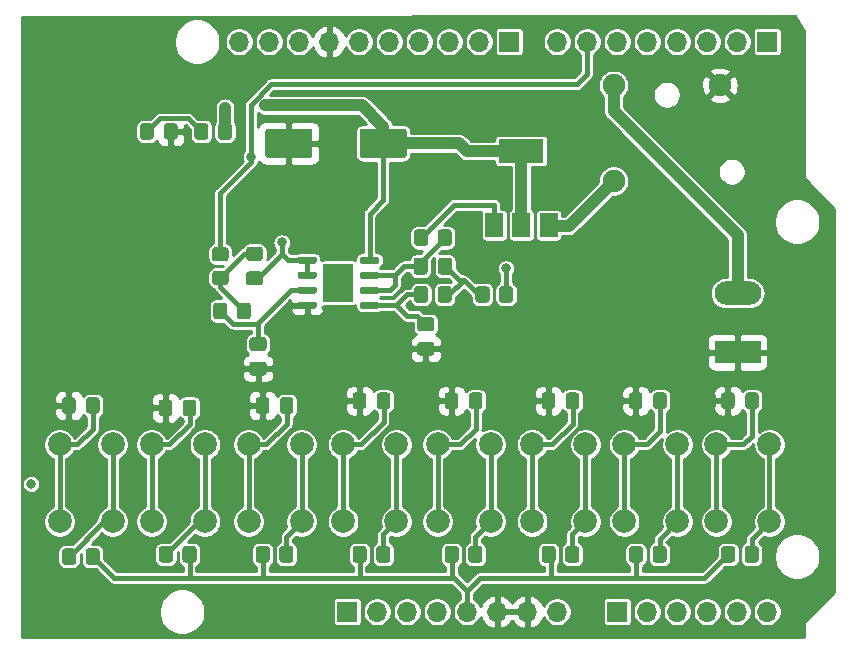
<source format=gbr>
%TF.GenerationSoftware,KiCad,Pcbnew,(5.1.10)-1*%
%TF.CreationDate,2022-04-08T18:55:06+02:00*%
%TF.ProjectId,shield_Arduino,73686965-6c64-45f4-9172-6475696e6f2e,rev?*%
%TF.SameCoordinates,Original*%
%TF.FileFunction,Copper,L1,Top*%
%TF.FilePolarity,Positive*%
%FSLAX46Y46*%
G04 Gerber Fmt 4.6, Leading zero omitted, Abs format (unit mm)*
G04 Created by KiCad (PCBNEW (5.1.10)-1) date 2022-04-08 18:55:06*
%MOMM*%
%LPD*%
G01*
G04 APERTURE LIST*
%TA.AperFunction,SMDPad,CuDef*%
%ADD10R,1.500000X2.000000*%
%TD*%
%TA.AperFunction,SMDPad,CuDef*%
%ADD11R,3.800000X2.000000*%
%TD*%
%TA.AperFunction,ComponentPad*%
%ADD12C,2.000000*%
%TD*%
%TA.AperFunction,ComponentPad*%
%ADD13O,3.960000X1.980000*%
%TD*%
%TA.AperFunction,ComponentPad*%
%ADD14R,3.960000X1.980000*%
%TD*%
%TA.AperFunction,SMDPad,CuDef*%
%ADD15R,2.514000X3.200000*%
%TD*%
%TA.AperFunction,ComponentPad*%
%ADD16C,1.900000*%
%TD*%
%TA.AperFunction,ComponentPad*%
%ADD17O,1.700000X1.700000*%
%TD*%
%TA.AperFunction,ComponentPad*%
%ADD18R,1.700000X1.700000*%
%TD*%
%TA.AperFunction,ViaPad*%
%ADD19C,0.800000*%
%TD*%
%TA.AperFunction,Conductor*%
%ADD20C,0.400000*%
%TD*%
%TA.AperFunction,Conductor*%
%ADD21C,1.000000*%
%TD*%
%TA.AperFunction,Conductor*%
%ADD22C,0.254000*%
%TD*%
%TA.AperFunction,Conductor*%
%ADD23C,0.100000*%
%TD*%
G04 APERTURE END LIST*
D10*
%TO.P,Q1,1*%
%TO.N,Net-(Q1-Pad1)*%
X142000000Y-119690000D03*
%TO.P,Q1,3*%
%TO.N,Net-(J5-PadT)*%
X146600000Y-119690000D03*
%TO.P,Q1,2*%
%TO.N,+5V*%
X144300000Y-119690000D03*
D11*
X144300000Y-113390000D03*
%TD*%
%TO.P,R10,2*%
%TO.N,BTN_5*%
%TA.AperFunction,SMDPad,CuDef*%
G36*
G01*
X132000000Y-147990001D02*
X132000000Y-147089999D01*
G75*
G02*
X132249999Y-146840000I249999J0D01*
G01*
X132950001Y-146840000D01*
G75*
G02*
X133200000Y-147089999I0J-249999D01*
G01*
X133200000Y-147990001D01*
G75*
G02*
X132950001Y-148240000I-249999J0D01*
G01*
X132249999Y-148240000D01*
G75*
G02*
X132000000Y-147990001I0J249999D01*
G01*
G37*
%TD.AperFunction*%
%TO.P,R10,1*%
%TO.N,+5V*%
%TA.AperFunction,SMDPad,CuDef*%
G36*
G01*
X130000000Y-147990001D02*
X130000000Y-147089999D01*
G75*
G02*
X130249999Y-146840000I249999J0D01*
G01*
X130950001Y-146840000D01*
G75*
G02*
X131200000Y-147089999I0J-249999D01*
G01*
X131200000Y-147990001D01*
G75*
G02*
X130950001Y-148240000I-249999J0D01*
G01*
X130249999Y-148240000D01*
G75*
G02*
X130000000Y-147990001I0J249999D01*
G01*
G37*
%TD.AperFunction*%
%TD*%
%TO.P,R11,2*%
%TO.N,BTN_4*%
%TA.AperFunction,SMDPad,CuDef*%
G36*
G01*
X139800000Y-147990001D02*
X139800000Y-147089999D01*
G75*
G02*
X140049999Y-146840000I249999J0D01*
G01*
X140750001Y-146840000D01*
G75*
G02*
X141000000Y-147089999I0J-249999D01*
G01*
X141000000Y-147990001D01*
G75*
G02*
X140750001Y-148240000I-249999J0D01*
G01*
X140049999Y-148240000D01*
G75*
G02*
X139800000Y-147990001I0J249999D01*
G01*
G37*
%TD.AperFunction*%
%TO.P,R11,1*%
%TO.N,+5V*%
%TA.AperFunction,SMDPad,CuDef*%
G36*
G01*
X137800000Y-147990001D02*
X137800000Y-147089999D01*
G75*
G02*
X138049999Y-146840000I249999J0D01*
G01*
X138750001Y-146840000D01*
G75*
G02*
X139000000Y-147089999I0J-249999D01*
G01*
X139000000Y-147990001D01*
G75*
G02*
X138750001Y-148240000I-249999J0D01*
G01*
X138049999Y-148240000D01*
G75*
G02*
X137800000Y-147990001I0J249999D01*
G01*
G37*
%TD.AperFunction*%
%TD*%
%TO.P,R7,2*%
%TO.N,BTN_8*%
%TA.AperFunction,SMDPad,CuDef*%
G36*
G01*
X106600000Y-147289999D02*
X106600000Y-148190001D01*
G75*
G02*
X106350001Y-148440000I-249999J0D01*
G01*
X105649999Y-148440000D01*
G75*
G02*
X105400000Y-148190001I0J249999D01*
G01*
X105400000Y-147289999D01*
G75*
G02*
X105649999Y-147040000I249999J0D01*
G01*
X106350001Y-147040000D01*
G75*
G02*
X106600000Y-147289999I0J-249999D01*
G01*
G37*
%TD.AperFunction*%
%TO.P,R7,1*%
%TO.N,+5V*%
%TA.AperFunction,SMDPad,CuDef*%
G36*
G01*
X108600000Y-147289999D02*
X108600000Y-148190001D01*
G75*
G02*
X108350001Y-148440000I-249999J0D01*
G01*
X107649999Y-148440000D01*
G75*
G02*
X107400000Y-148190001I0J249999D01*
G01*
X107400000Y-147289999D01*
G75*
G02*
X107649999Y-147040000I249999J0D01*
G01*
X108350001Y-147040000D01*
G75*
G02*
X108600000Y-147289999I0J-249999D01*
G01*
G37*
%TD.AperFunction*%
%TD*%
D12*
%TO.P,SW1,1*%
%TO.N,Net-(D2-Pad2)*%
X105200000Y-138240000D03*
%TO.P,SW1,2*%
%TO.N,BTN_8*%
X109700000Y-138240000D03*
%TO.P,SW1,1*%
%TO.N,Net-(D2-Pad2)*%
X105200000Y-144740000D03*
%TO.P,SW1,2*%
%TO.N,BTN_8*%
X109700000Y-144740000D03*
%TD*%
D13*
%TO.P,LS1,2*%
%TO.N,Net-(J5-PadTN)*%
X162600000Y-125440000D03*
D14*
%TO.P,LS1,1*%
%TO.N,GND*%
X162600000Y-130440000D03*
%TD*%
D15*
%TO.P,U1,9*%
%TO.N,N/C*%
X128800000Y-124540000D03*
%TO.P,U1,8*%
%TO.N,+5V*%
%TA.AperFunction,SMDPad,CuDef*%
G36*
G01*
X130625000Y-122785000D02*
X130625000Y-122485000D01*
G75*
G02*
X130775000Y-122335000I150000J0D01*
G01*
X132100000Y-122335000D01*
G75*
G02*
X132250000Y-122485000I0J-150000D01*
G01*
X132250000Y-122785000D01*
G75*
G02*
X132100000Y-122935000I-150000J0D01*
G01*
X130775000Y-122935000D01*
G75*
G02*
X130625000Y-122785000I0J150000D01*
G01*
G37*
%TD.AperFunction*%
%TO.P,U1,7*%
%TO.N,/AUDIO_WAVE*%
%TA.AperFunction,SMDPad,CuDef*%
G36*
G01*
X130625000Y-124055000D02*
X130625000Y-123755000D01*
G75*
G02*
X130775000Y-123605000I150000J0D01*
G01*
X132100000Y-123605000D01*
G75*
G02*
X132250000Y-123755000I0J-150000D01*
G01*
X132250000Y-124055000D01*
G75*
G02*
X132100000Y-124205000I-150000J0D01*
G01*
X130775000Y-124205000D01*
G75*
G02*
X130625000Y-124055000I0J150000D01*
G01*
G37*
%TD.AperFunction*%
%TO.P,U1,6*%
%TA.AperFunction,SMDPad,CuDef*%
G36*
G01*
X130625000Y-125325000D02*
X130625000Y-125025000D01*
G75*
G02*
X130775000Y-124875000I150000J0D01*
G01*
X132100000Y-124875000D01*
G75*
G02*
X132250000Y-125025000I0J-150000D01*
G01*
X132250000Y-125325000D01*
G75*
G02*
X132100000Y-125475000I-150000J0D01*
G01*
X130775000Y-125475000D01*
G75*
G02*
X130625000Y-125325000I0J150000D01*
G01*
G37*
%TD.AperFunction*%
%TO.P,U1,5*%
%TO.N,Net-(C3-Pad1)*%
%TA.AperFunction,SMDPad,CuDef*%
G36*
G01*
X130625000Y-126595000D02*
X130625000Y-126295000D01*
G75*
G02*
X130775000Y-126145000I150000J0D01*
G01*
X132100000Y-126145000D01*
G75*
G02*
X132250000Y-126295000I0J-150000D01*
G01*
X132250000Y-126595000D01*
G75*
G02*
X132100000Y-126745000I-150000J0D01*
G01*
X130775000Y-126745000D01*
G75*
G02*
X130625000Y-126595000I0J150000D01*
G01*
G37*
%TD.AperFunction*%
%TO.P,U1,4*%
%TO.N,GND*%
%TA.AperFunction,SMDPad,CuDef*%
G36*
G01*
X125350000Y-126595000D02*
X125350000Y-126295000D01*
G75*
G02*
X125500000Y-126145000I150000J0D01*
G01*
X126825000Y-126145000D01*
G75*
G02*
X126975000Y-126295000I0J-150000D01*
G01*
X126975000Y-126595000D01*
G75*
G02*
X126825000Y-126745000I-150000J0D01*
G01*
X125500000Y-126745000D01*
G75*
G02*
X125350000Y-126595000I0J150000D01*
G01*
G37*
%TD.AperFunction*%
%TO.P,U1,3*%
%TO.N,Net-(C1-Pad1)*%
%TA.AperFunction,SMDPad,CuDef*%
G36*
G01*
X125350000Y-125325000D02*
X125350000Y-125025000D01*
G75*
G02*
X125500000Y-124875000I150000J0D01*
G01*
X126825000Y-124875000D01*
G75*
G02*
X126975000Y-125025000I0J-150000D01*
G01*
X126975000Y-125325000D01*
G75*
G02*
X126825000Y-125475000I-150000J0D01*
G01*
X125500000Y-125475000D01*
G75*
G02*
X125350000Y-125325000I0J150000D01*
G01*
G37*
%TD.AperFunction*%
%TO.P,U1,2*%
%TO.N,Net-(C2-Pad1)*%
%TA.AperFunction,SMDPad,CuDef*%
G36*
G01*
X125350000Y-124055000D02*
X125350000Y-123755000D01*
G75*
G02*
X125500000Y-123605000I150000J0D01*
G01*
X126825000Y-123605000D01*
G75*
G02*
X126975000Y-123755000I0J-150000D01*
G01*
X126975000Y-124055000D01*
G75*
G02*
X126825000Y-124205000I-150000J0D01*
G01*
X125500000Y-124205000D01*
G75*
G02*
X125350000Y-124055000I0J150000D01*
G01*
G37*
%TD.AperFunction*%
%TO.P,U1,1*%
%TA.AperFunction,SMDPad,CuDef*%
G36*
G01*
X125350000Y-122785000D02*
X125350000Y-122485000D01*
G75*
G02*
X125500000Y-122335000I150000J0D01*
G01*
X126825000Y-122335000D01*
G75*
G02*
X126975000Y-122485000I0J-150000D01*
G01*
X126975000Y-122785000D01*
G75*
G02*
X126825000Y-122935000I-150000J0D01*
G01*
X125500000Y-122935000D01*
G75*
G02*
X125350000Y-122785000I0J150000D01*
G01*
G37*
%TD.AperFunction*%
%TD*%
D12*
%TO.P,SW8,1*%
%TO.N,Net-(D9-Pad2)*%
X160800000Y-138240000D03*
%TO.P,SW8,2*%
%TO.N,BTN_1*%
X165300000Y-138240000D03*
%TO.P,SW8,1*%
%TO.N,Net-(D9-Pad2)*%
X160800000Y-144740000D03*
%TO.P,SW8,2*%
%TO.N,BTN_1*%
X165300000Y-144740000D03*
%TD*%
%TO.P,SW7,1*%
%TO.N,Net-(D8-Pad2)*%
X153000000Y-138240000D03*
%TO.P,SW7,2*%
%TO.N,BTN_2*%
X157500000Y-138240000D03*
%TO.P,SW7,1*%
%TO.N,Net-(D8-Pad2)*%
X153000000Y-144740000D03*
%TO.P,SW7,2*%
%TO.N,BTN_2*%
X157500000Y-144740000D03*
%TD*%
%TO.P,SW6,1*%
%TO.N,Net-(D7-Pad2)*%
X145200000Y-138240000D03*
%TO.P,SW6,2*%
%TO.N,BTN_3*%
X149700000Y-138240000D03*
%TO.P,SW6,1*%
%TO.N,Net-(D7-Pad2)*%
X145200000Y-144740000D03*
%TO.P,SW6,2*%
%TO.N,BTN_3*%
X149700000Y-144740000D03*
%TD*%
%TO.P,SW5,1*%
%TO.N,Net-(D6-Pad2)*%
X137200000Y-138240000D03*
%TO.P,SW5,2*%
%TO.N,BTN_4*%
X141700000Y-138240000D03*
%TO.P,SW5,1*%
%TO.N,Net-(D6-Pad2)*%
X137200000Y-144740000D03*
%TO.P,SW5,2*%
%TO.N,BTN_4*%
X141700000Y-144740000D03*
%TD*%
%TO.P,SW4,1*%
%TO.N,Net-(D5-Pad2)*%
X129200000Y-138240000D03*
%TO.P,SW4,2*%
%TO.N,BTN_5*%
X133700000Y-138240000D03*
%TO.P,SW4,1*%
%TO.N,Net-(D5-Pad2)*%
X129200000Y-144740000D03*
%TO.P,SW4,2*%
%TO.N,BTN_5*%
X133700000Y-144740000D03*
%TD*%
%TO.P,SW3,1*%
%TO.N,Net-(D4-Pad2)*%
X121200000Y-138240000D03*
%TO.P,SW3,2*%
%TO.N,BTN_6*%
X125700000Y-138240000D03*
%TO.P,SW3,1*%
%TO.N,Net-(D4-Pad2)*%
X121200000Y-144740000D03*
%TO.P,SW3,2*%
%TO.N,BTN_6*%
X125700000Y-144740000D03*
%TD*%
%TO.P,SW2,1*%
%TO.N,Net-(D3-Pad2)*%
X113000000Y-138240000D03*
%TO.P,SW2,2*%
%TO.N,BTN_7*%
X117500000Y-138240000D03*
%TO.P,SW2,1*%
%TO.N,Net-(D3-Pad2)*%
X113000000Y-144740000D03*
%TO.P,SW2,2*%
%TO.N,BTN_7*%
X117500000Y-144740000D03*
%TD*%
%TO.P,R14,2*%
%TO.N,BTN_1*%
%TA.AperFunction,SMDPad,CuDef*%
G36*
G01*
X163200000Y-147990001D02*
X163200000Y-147089999D01*
G75*
G02*
X163449999Y-146840000I249999J0D01*
G01*
X164150001Y-146840000D01*
G75*
G02*
X164400000Y-147089999I0J-249999D01*
G01*
X164400000Y-147990001D01*
G75*
G02*
X164150001Y-148240000I-249999J0D01*
G01*
X163449999Y-148240000D01*
G75*
G02*
X163200000Y-147990001I0J249999D01*
G01*
G37*
%TD.AperFunction*%
%TO.P,R14,1*%
%TO.N,+5V*%
%TA.AperFunction,SMDPad,CuDef*%
G36*
G01*
X161200000Y-147990001D02*
X161200000Y-147089999D01*
G75*
G02*
X161449999Y-146840000I249999J0D01*
G01*
X162150001Y-146840000D01*
G75*
G02*
X162400000Y-147089999I0J-249999D01*
G01*
X162400000Y-147990001D01*
G75*
G02*
X162150001Y-148240000I-249999J0D01*
G01*
X161449999Y-148240000D01*
G75*
G02*
X161200000Y-147990001I0J249999D01*
G01*
G37*
%TD.AperFunction*%
%TD*%
%TO.P,R13,2*%
%TO.N,BTN_2*%
%TA.AperFunction,SMDPad,CuDef*%
G36*
G01*
X155400000Y-147990001D02*
X155400000Y-147089999D01*
G75*
G02*
X155649999Y-146840000I249999J0D01*
G01*
X156350001Y-146840000D01*
G75*
G02*
X156600000Y-147089999I0J-249999D01*
G01*
X156600000Y-147990001D01*
G75*
G02*
X156350001Y-148240000I-249999J0D01*
G01*
X155649999Y-148240000D01*
G75*
G02*
X155400000Y-147990001I0J249999D01*
G01*
G37*
%TD.AperFunction*%
%TO.P,R13,1*%
%TO.N,+5V*%
%TA.AperFunction,SMDPad,CuDef*%
G36*
G01*
X153400000Y-147990001D02*
X153400000Y-147089999D01*
G75*
G02*
X153649999Y-146840000I249999J0D01*
G01*
X154350001Y-146840000D01*
G75*
G02*
X154600000Y-147089999I0J-249999D01*
G01*
X154600000Y-147990001D01*
G75*
G02*
X154350001Y-148240000I-249999J0D01*
G01*
X153649999Y-148240000D01*
G75*
G02*
X153400000Y-147990001I0J249999D01*
G01*
G37*
%TD.AperFunction*%
%TD*%
%TO.P,R12,2*%
%TO.N,BTN_3*%
%TA.AperFunction,SMDPad,CuDef*%
G36*
G01*
X148000000Y-147990001D02*
X148000000Y-147089999D01*
G75*
G02*
X148249999Y-146840000I249999J0D01*
G01*
X148950001Y-146840000D01*
G75*
G02*
X149200000Y-147089999I0J-249999D01*
G01*
X149200000Y-147990001D01*
G75*
G02*
X148950001Y-148240000I-249999J0D01*
G01*
X148249999Y-148240000D01*
G75*
G02*
X148000000Y-147990001I0J249999D01*
G01*
G37*
%TD.AperFunction*%
%TO.P,R12,1*%
%TO.N,+5V*%
%TA.AperFunction,SMDPad,CuDef*%
G36*
G01*
X146000000Y-147990001D02*
X146000000Y-147089999D01*
G75*
G02*
X146249999Y-146840000I249999J0D01*
G01*
X146950001Y-146840000D01*
G75*
G02*
X147200000Y-147089999I0J-249999D01*
G01*
X147200000Y-147990001D01*
G75*
G02*
X146950001Y-148240000I-249999J0D01*
G01*
X146249999Y-148240000D01*
G75*
G02*
X146000000Y-147990001I0J249999D01*
G01*
G37*
%TD.AperFunction*%
%TD*%
%TO.P,R9,2*%
%TO.N,BTN_6*%
%TA.AperFunction,SMDPad,CuDef*%
G36*
G01*
X123800000Y-147990001D02*
X123800000Y-147089999D01*
G75*
G02*
X124049999Y-146840000I249999J0D01*
G01*
X124750001Y-146840000D01*
G75*
G02*
X125000000Y-147089999I0J-249999D01*
G01*
X125000000Y-147990001D01*
G75*
G02*
X124750001Y-148240000I-249999J0D01*
G01*
X124049999Y-148240000D01*
G75*
G02*
X123800000Y-147990001I0J249999D01*
G01*
G37*
%TD.AperFunction*%
%TO.P,R9,1*%
%TO.N,+5V*%
%TA.AperFunction,SMDPad,CuDef*%
G36*
G01*
X121800000Y-147990001D02*
X121800000Y-147089999D01*
G75*
G02*
X122049999Y-146840000I249999J0D01*
G01*
X122750001Y-146840000D01*
G75*
G02*
X123000000Y-147089999I0J-249999D01*
G01*
X123000000Y-147990001D01*
G75*
G02*
X122750001Y-148240000I-249999J0D01*
G01*
X122049999Y-148240000D01*
G75*
G02*
X121800000Y-147990001I0J249999D01*
G01*
G37*
%TD.AperFunction*%
%TD*%
%TO.P,R8,2*%
%TO.N,BTN_7*%
%TA.AperFunction,SMDPad,CuDef*%
G36*
G01*
X114800000Y-147089999D02*
X114800000Y-147990001D01*
G75*
G02*
X114550001Y-148240000I-249999J0D01*
G01*
X113849999Y-148240000D01*
G75*
G02*
X113600000Y-147990001I0J249999D01*
G01*
X113600000Y-147089999D01*
G75*
G02*
X113849999Y-146840000I249999J0D01*
G01*
X114550001Y-146840000D01*
G75*
G02*
X114800000Y-147089999I0J-249999D01*
G01*
G37*
%TD.AperFunction*%
%TO.P,R8,1*%
%TO.N,+5V*%
%TA.AperFunction,SMDPad,CuDef*%
G36*
G01*
X116800000Y-147089999D02*
X116800000Y-147990001D01*
G75*
G02*
X116550001Y-148240000I-249999J0D01*
G01*
X115849999Y-148240000D01*
G75*
G02*
X115600000Y-147990001I0J249999D01*
G01*
X115600000Y-147089999D01*
G75*
G02*
X115849999Y-146840000I249999J0D01*
G01*
X116550001Y-146840000D01*
G75*
G02*
X116800000Y-147089999I0J-249999D01*
G01*
G37*
%TD.AperFunction*%
%TD*%
%TO.P,R6,2*%
%TO.N,Net-(D1-Pad2)*%
%TA.AperFunction,SMDPad,CuDef*%
G36*
G01*
X117800000Y-111289999D02*
X117800000Y-112190001D01*
G75*
G02*
X117550001Y-112440000I-249999J0D01*
G01*
X116849999Y-112440000D01*
G75*
G02*
X116600000Y-112190001I0J249999D01*
G01*
X116600000Y-111289999D01*
G75*
G02*
X116849999Y-111040000I249999J0D01*
G01*
X117550001Y-111040000D01*
G75*
G02*
X117800000Y-111289999I0J-249999D01*
G01*
G37*
%TD.AperFunction*%
%TO.P,R6,1*%
%TO.N,+5V*%
%TA.AperFunction,SMDPad,CuDef*%
G36*
G01*
X119800000Y-111289999D02*
X119800000Y-112190001D01*
G75*
G02*
X119550001Y-112440000I-249999J0D01*
G01*
X118849999Y-112440000D01*
G75*
G02*
X118600000Y-112190001I0J249999D01*
G01*
X118600000Y-111289999D01*
G75*
G02*
X118849999Y-111040000I249999J0D01*
G01*
X119550001Y-111040000D01*
G75*
G02*
X119800000Y-111289999I0J-249999D01*
G01*
G37*
%TD.AperFunction*%
%TD*%
%TO.P,R5,2*%
%TO.N,/AUDIO_WAVE*%
%TA.AperFunction,SMDPad,CuDef*%
G36*
G01*
X137200000Y-121190001D02*
X137200000Y-120289999D01*
G75*
G02*
X137449999Y-120040000I249999J0D01*
G01*
X138150001Y-120040000D01*
G75*
G02*
X138400000Y-120289999I0J-249999D01*
G01*
X138400000Y-121190001D01*
G75*
G02*
X138150001Y-121440000I-249999J0D01*
G01*
X137449999Y-121440000D01*
G75*
G02*
X137200000Y-121190001I0J249999D01*
G01*
G37*
%TD.AperFunction*%
%TO.P,R5,1*%
%TO.N,Net-(Q1-Pad1)*%
%TA.AperFunction,SMDPad,CuDef*%
G36*
G01*
X135200000Y-121190001D02*
X135200000Y-120289999D01*
G75*
G02*
X135449999Y-120040000I249999J0D01*
G01*
X136150001Y-120040000D01*
G75*
G02*
X136400000Y-120289999I0J-249999D01*
G01*
X136400000Y-121190001D01*
G75*
G02*
X136150001Y-121440000I-249999J0D01*
G01*
X135449999Y-121440000D01*
G75*
G02*
X135200000Y-121190001I0J249999D01*
G01*
G37*
%TD.AperFunction*%
%TD*%
%TO.P,R4,2*%
%TO.N,Net-(C4-Pad2)*%
%TA.AperFunction,SMDPad,CuDef*%
G36*
G01*
X137200000Y-125990001D02*
X137200000Y-125089999D01*
G75*
G02*
X137449999Y-124840000I249999J0D01*
G01*
X138150001Y-124840000D01*
G75*
G02*
X138400000Y-125089999I0J-249999D01*
G01*
X138400000Y-125990001D01*
G75*
G02*
X138150001Y-126240000I-249999J0D01*
G01*
X137449999Y-126240000D01*
G75*
G02*
X137200000Y-125990001I0J249999D01*
G01*
G37*
%TD.AperFunction*%
%TO.P,R4,1*%
%TO.N,Net-(C3-Pad1)*%
%TA.AperFunction,SMDPad,CuDef*%
G36*
G01*
X135200000Y-125990001D02*
X135200000Y-125089999D01*
G75*
G02*
X135449999Y-124840000I249999J0D01*
G01*
X136150001Y-124840000D01*
G75*
G02*
X136400000Y-125089999I0J-249999D01*
G01*
X136400000Y-125990001D01*
G75*
G02*
X136150001Y-126240000I-249999J0D01*
G01*
X135449999Y-126240000D01*
G75*
G02*
X135200000Y-125990001I0J249999D01*
G01*
G37*
%TD.AperFunction*%
%TD*%
%TO.P,R3,2*%
%TO.N,Net-(C2-Pad1)*%
%TA.AperFunction,SMDPad,CuDef*%
G36*
G01*
X142400000Y-125990001D02*
X142400000Y-125089999D01*
G75*
G02*
X142649999Y-124840000I249999J0D01*
G01*
X143350001Y-124840000D01*
G75*
G02*
X143600000Y-125089999I0J-249999D01*
G01*
X143600000Y-125990001D01*
G75*
G02*
X143350001Y-126240000I-249999J0D01*
G01*
X142649999Y-126240000D01*
G75*
G02*
X142400000Y-125990001I0J249999D01*
G01*
G37*
%TD.AperFunction*%
%TO.P,R3,1*%
%TO.N,Net-(C4-Pad2)*%
%TA.AperFunction,SMDPad,CuDef*%
G36*
G01*
X140400000Y-125990001D02*
X140400000Y-125089999D01*
G75*
G02*
X140649999Y-124840000I249999J0D01*
G01*
X141350001Y-124840000D01*
G75*
G02*
X141600000Y-125089999I0J-249999D01*
G01*
X141600000Y-125990001D01*
G75*
G02*
X141350001Y-126240000I-249999J0D01*
G01*
X140649999Y-126240000D01*
G75*
G02*
X140400000Y-125990001I0J249999D01*
G01*
G37*
%TD.AperFunction*%
%TD*%
%TO.P,R2,2*%
%TO.N,Net-(C2-Pad2)*%
%TA.AperFunction,SMDPad,CuDef*%
G36*
G01*
X120200000Y-127390001D02*
X120200000Y-126489999D01*
G75*
G02*
X120449999Y-126240000I249999J0D01*
G01*
X121150001Y-126240000D01*
G75*
G02*
X121400000Y-126489999I0J-249999D01*
G01*
X121400000Y-127390001D01*
G75*
G02*
X121150001Y-127640000I-249999J0D01*
G01*
X120449999Y-127640000D01*
G75*
G02*
X120200000Y-127390001I0J249999D01*
G01*
G37*
%TD.AperFunction*%
%TO.P,R2,1*%
%TO.N,Net-(C1-Pad1)*%
%TA.AperFunction,SMDPad,CuDef*%
G36*
G01*
X118200000Y-127390001D02*
X118200000Y-126489999D01*
G75*
G02*
X118449999Y-126240000I249999J0D01*
G01*
X119150001Y-126240000D01*
G75*
G02*
X119400000Y-126489999I0J-249999D01*
G01*
X119400000Y-127390001D01*
G75*
G02*
X119150001Y-127640000I-249999J0D01*
G01*
X118449999Y-127640000D01*
G75*
G02*
X118200000Y-127390001I0J249999D01*
G01*
G37*
%TD.AperFunction*%
%TD*%
%TO.P,R1,2*%
%TO.N,AUDIO_PWM*%
%TA.AperFunction,SMDPad,CuDef*%
G36*
G01*
X119250001Y-122740000D02*
X118349999Y-122740000D01*
G75*
G02*
X118100000Y-122490001I0J249999D01*
G01*
X118100000Y-121789999D01*
G75*
G02*
X118349999Y-121540000I249999J0D01*
G01*
X119250001Y-121540000D01*
G75*
G02*
X119500000Y-121789999I0J-249999D01*
G01*
X119500000Y-122490001D01*
G75*
G02*
X119250001Y-122740000I-249999J0D01*
G01*
G37*
%TD.AperFunction*%
%TO.P,R1,1*%
%TO.N,Net-(C2-Pad2)*%
%TA.AperFunction,SMDPad,CuDef*%
G36*
G01*
X119250001Y-124740000D02*
X118349999Y-124740000D01*
G75*
G02*
X118100000Y-124490001I0J249999D01*
G01*
X118100000Y-123789999D01*
G75*
G02*
X118349999Y-123540000I249999J0D01*
G01*
X119250001Y-123540000D01*
G75*
G02*
X119500000Y-123789999I0J-249999D01*
G01*
X119500000Y-124490001D01*
G75*
G02*
X119250001Y-124740000I-249999J0D01*
G01*
G37*
%TD.AperFunction*%
%TD*%
D16*
%TO.P,J5,T*%
%TO.N,Net-(J5-PadT)*%
X152100000Y-115940000D03*
%TO.P,J5,TN*%
%TO.N,Net-(J5-PadTN)*%
X152100000Y-107840000D03*
%TO.P,J5,S*%
%TO.N,GND*%
X161100000Y-107840000D03*
%TD*%
D17*
%TO.P,J4,8*%
%TO.N,Net-(J4-Pad8)*%
X147320000Y-152400000D03*
%TO.P,J4,7*%
%TO.N,GND*%
X144780000Y-152400000D03*
%TO.P,J4,6*%
X142240000Y-152400000D03*
%TO.P,J4,5*%
%TO.N,+5V*%
X139700000Y-152400000D03*
%TO.P,J4,4*%
%TO.N,Net-(J4-Pad4)*%
X137160000Y-152400000D03*
%TO.P,J4,3*%
%TO.N,Net-(J4-Pad3)*%
X134620000Y-152400000D03*
%TO.P,J4,2*%
%TO.N,Net-(J4-Pad2)*%
X132080000Y-152400000D03*
D18*
%TO.P,J4,1*%
%TO.N,Net-(J4-Pad1)*%
X129540000Y-152400000D03*
%TD*%
D17*
%TO.P,J3,6*%
%TO.N,Net-(J3-Pad6)*%
X165100000Y-152400000D03*
%TO.P,J3,5*%
%TO.N,Net-(J3-Pad5)*%
X162560000Y-152400000D03*
%TO.P,J3,4*%
%TO.N,Net-(J3-Pad4)*%
X160020000Y-152400000D03*
%TO.P,J3,3*%
%TO.N,Net-(J3-Pad3)*%
X157480000Y-152400000D03*
%TO.P,J3,2*%
%TO.N,Net-(J3-Pad2)*%
X154940000Y-152400000D03*
D18*
%TO.P,J3,1*%
%TO.N,Net-(J3-Pad1)*%
X152400000Y-152400000D03*
%TD*%
D17*
%TO.P,J2,8*%
%TO.N,BTN_7*%
X147320000Y-104140000D03*
%TO.P,J2,7*%
%TO.N,AUDIO_PWM*%
X149860000Y-104140000D03*
%TO.P,J2,6*%
%TO.N,BTN_6*%
X152400000Y-104140000D03*
%TO.P,J2,5*%
%TO.N,BTN_5*%
X154940000Y-104140000D03*
%TO.P,J2,4*%
%TO.N,BTN_4*%
X157480000Y-104140000D03*
%TO.P,J2,3*%
%TO.N,BTN_3*%
X160020000Y-104140000D03*
%TO.P,J2,2*%
%TO.N,BTN_2*%
X162560000Y-104140000D03*
D18*
%TO.P,J2,1*%
%TO.N,BTN_1*%
X165100000Y-104140000D03*
%TD*%
D17*
%TO.P,J1,10*%
%TO.N,Net-(J1-Pad10)*%
X120396000Y-104140000D03*
%TO.P,J1,9*%
%TO.N,Net-(J1-Pad9)*%
X122936000Y-104140000D03*
%TO.P,J1,8*%
%TO.N,Net-(J1-Pad8)*%
X125476000Y-104140000D03*
%TO.P,J1,7*%
%TO.N,GND*%
X128016000Y-104140000D03*
%TO.P,J1,6*%
%TO.N,Net-(J1-Pad6)*%
X130556000Y-104140000D03*
%TO.P,J1,5*%
%TO.N,Net-(J1-Pad5)*%
X133096000Y-104140000D03*
%TO.P,J1,4*%
%TO.N,Net-(J1-Pad4)*%
X135636000Y-104140000D03*
%TO.P,J1,3*%
%TO.N,Net-(J1-Pad3)*%
X138176000Y-104140000D03*
%TO.P,J1,2*%
%TO.N,Net-(J1-Pad2)*%
X140716000Y-104140000D03*
D18*
%TO.P,J1,1*%
%TO.N,BTN_8*%
X143256000Y-104140000D03*
%TD*%
%TO.P,D9,2*%
%TO.N,Net-(D9-Pad2)*%
%TA.AperFunction,SMDPad,CuDef*%
G36*
G01*
X163250000Y-134990001D02*
X163250000Y-134089999D01*
G75*
G02*
X163499999Y-133840000I249999J0D01*
G01*
X164150001Y-133840000D01*
G75*
G02*
X164400000Y-134089999I0J-249999D01*
G01*
X164400000Y-134990001D01*
G75*
G02*
X164150001Y-135240000I-249999J0D01*
G01*
X163499999Y-135240000D01*
G75*
G02*
X163250000Y-134990001I0J249999D01*
G01*
G37*
%TD.AperFunction*%
%TO.P,D9,1*%
%TO.N,GND*%
%TA.AperFunction,SMDPad,CuDef*%
G36*
G01*
X161200000Y-134990001D02*
X161200000Y-134089999D01*
G75*
G02*
X161449999Y-133840000I249999J0D01*
G01*
X162100001Y-133840000D01*
G75*
G02*
X162350000Y-134089999I0J-249999D01*
G01*
X162350000Y-134990001D01*
G75*
G02*
X162100001Y-135240000I-249999J0D01*
G01*
X161449999Y-135240000D01*
G75*
G02*
X161200000Y-134990001I0J249999D01*
G01*
G37*
%TD.AperFunction*%
%TD*%
%TO.P,D8,2*%
%TO.N,Net-(D8-Pad2)*%
%TA.AperFunction,SMDPad,CuDef*%
G36*
G01*
X155450000Y-134990001D02*
X155450000Y-134089999D01*
G75*
G02*
X155699999Y-133840000I249999J0D01*
G01*
X156350001Y-133840000D01*
G75*
G02*
X156600000Y-134089999I0J-249999D01*
G01*
X156600000Y-134990001D01*
G75*
G02*
X156350001Y-135240000I-249999J0D01*
G01*
X155699999Y-135240000D01*
G75*
G02*
X155450000Y-134990001I0J249999D01*
G01*
G37*
%TD.AperFunction*%
%TO.P,D8,1*%
%TO.N,GND*%
%TA.AperFunction,SMDPad,CuDef*%
G36*
G01*
X153400000Y-134990001D02*
X153400000Y-134089999D01*
G75*
G02*
X153649999Y-133840000I249999J0D01*
G01*
X154300001Y-133840000D01*
G75*
G02*
X154550000Y-134089999I0J-249999D01*
G01*
X154550000Y-134990001D01*
G75*
G02*
X154300001Y-135240000I-249999J0D01*
G01*
X153649999Y-135240000D01*
G75*
G02*
X153400000Y-134990001I0J249999D01*
G01*
G37*
%TD.AperFunction*%
%TD*%
%TO.P,D7,2*%
%TO.N,Net-(D7-Pad2)*%
%TA.AperFunction,SMDPad,CuDef*%
G36*
G01*
X148050000Y-134990001D02*
X148050000Y-134089999D01*
G75*
G02*
X148299999Y-133840000I249999J0D01*
G01*
X148950001Y-133840000D01*
G75*
G02*
X149200000Y-134089999I0J-249999D01*
G01*
X149200000Y-134990001D01*
G75*
G02*
X148950001Y-135240000I-249999J0D01*
G01*
X148299999Y-135240000D01*
G75*
G02*
X148050000Y-134990001I0J249999D01*
G01*
G37*
%TD.AperFunction*%
%TO.P,D7,1*%
%TO.N,GND*%
%TA.AperFunction,SMDPad,CuDef*%
G36*
G01*
X146000000Y-134990001D02*
X146000000Y-134089999D01*
G75*
G02*
X146249999Y-133840000I249999J0D01*
G01*
X146900001Y-133840000D01*
G75*
G02*
X147150000Y-134089999I0J-249999D01*
G01*
X147150000Y-134990001D01*
G75*
G02*
X146900001Y-135240000I-249999J0D01*
G01*
X146249999Y-135240000D01*
G75*
G02*
X146000000Y-134990001I0J249999D01*
G01*
G37*
%TD.AperFunction*%
%TD*%
%TO.P,D6,2*%
%TO.N,Net-(D6-Pad2)*%
%TA.AperFunction,SMDPad,CuDef*%
G36*
G01*
X139850000Y-134990001D02*
X139850000Y-134089999D01*
G75*
G02*
X140099999Y-133840000I249999J0D01*
G01*
X140750001Y-133840000D01*
G75*
G02*
X141000000Y-134089999I0J-249999D01*
G01*
X141000000Y-134990001D01*
G75*
G02*
X140750001Y-135240000I-249999J0D01*
G01*
X140099999Y-135240000D01*
G75*
G02*
X139850000Y-134990001I0J249999D01*
G01*
G37*
%TD.AperFunction*%
%TO.P,D6,1*%
%TO.N,GND*%
%TA.AperFunction,SMDPad,CuDef*%
G36*
G01*
X137800000Y-134990001D02*
X137800000Y-134089999D01*
G75*
G02*
X138049999Y-133840000I249999J0D01*
G01*
X138700001Y-133840000D01*
G75*
G02*
X138950000Y-134089999I0J-249999D01*
G01*
X138950000Y-134990001D01*
G75*
G02*
X138700001Y-135240000I-249999J0D01*
G01*
X138049999Y-135240000D01*
G75*
G02*
X137800000Y-134990001I0J249999D01*
G01*
G37*
%TD.AperFunction*%
%TD*%
%TO.P,D5,2*%
%TO.N,Net-(D5-Pad2)*%
%TA.AperFunction,SMDPad,CuDef*%
G36*
G01*
X132050000Y-134990001D02*
X132050000Y-134089999D01*
G75*
G02*
X132299999Y-133840000I249999J0D01*
G01*
X132950001Y-133840000D01*
G75*
G02*
X133200000Y-134089999I0J-249999D01*
G01*
X133200000Y-134990001D01*
G75*
G02*
X132950001Y-135240000I-249999J0D01*
G01*
X132299999Y-135240000D01*
G75*
G02*
X132050000Y-134990001I0J249999D01*
G01*
G37*
%TD.AperFunction*%
%TO.P,D5,1*%
%TO.N,GND*%
%TA.AperFunction,SMDPad,CuDef*%
G36*
G01*
X130000000Y-134990001D02*
X130000000Y-134089999D01*
G75*
G02*
X130249999Y-133840000I249999J0D01*
G01*
X130900001Y-133840000D01*
G75*
G02*
X131150000Y-134089999I0J-249999D01*
G01*
X131150000Y-134990001D01*
G75*
G02*
X130900001Y-135240000I-249999J0D01*
G01*
X130249999Y-135240000D01*
G75*
G02*
X130000000Y-134990001I0J249999D01*
G01*
G37*
%TD.AperFunction*%
%TD*%
%TO.P,D4,2*%
%TO.N,Net-(D4-Pad2)*%
%TA.AperFunction,SMDPad,CuDef*%
G36*
G01*
X123850000Y-135390001D02*
X123850000Y-134489999D01*
G75*
G02*
X124099999Y-134240000I249999J0D01*
G01*
X124750001Y-134240000D01*
G75*
G02*
X125000000Y-134489999I0J-249999D01*
G01*
X125000000Y-135390001D01*
G75*
G02*
X124750001Y-135640000I-249999J0D01*
G01*
X124099999Y-135640000D01*
G75*
G02*
X123850000Y-135390001I0J249999D01*
G01*
G37*
%TD.AperFunction*%
%TO.P,D4,1*%
%TO.N,GND*%
%TA.AperFunction,SMDPad,CuDef*%
G36*
G01*
X121800000Y-135390001D02*
X121800000Y-134489999D01*
G75*
G02*
X122049999Y-134240000I249999J0D01*
G01*
X122700001Y-134240000D01*
G75*
G02*
X122950000Y-134489999I0J-249999D01*
G01*
X122950000Y-135390001D01*
G75*
G02*
X122700001Y-135640000I-249999J0D01*
G01*
X122049999Y-135640000D01*
G75*
G02*
X121800000Y-135390001I0J249999D01*
G01*
G37*
%TD.AperFunction*%
%TD*%
%TO.P,D3,2*%
%TO.N,Net-(D3-Pad2)*%
%TA.AperFunction,SMDPad,CuDef*%
G36*
G01*
X115625000Y-135590001D02*
X115625000Y-134689999D01*
G75*
G02*
X115874999Y-134440000I249999J0D01*
G01*
X116525001Y-134440000D01*
G75*
G02*
X116775000Y-134689999I0J-249999D01*
G01*
X116775000Y-135590001D01*
G75*
G02*
X116525001Y-135840000I-249999J0D01*
G01*
X115874999Y-135840000D01*
G75*
G02*
X115625000Y-135590001I0J249999D01*
G01*
G37*
%TD.AperFunction*%
%TO.P,D3,1*%
%TO.N,GND*%
%TA.AperFunction,SMDPad,CuDef*%
G36*
G01*
X113575000Y-135590001D02*
X113575000Y-134689999D01*
G75*
G02*
X113824999Y-134440000I249999J0D01*
G01*
X114475001Y-134440000D01*
G75*
G02*
X114725000Y-134689999I0J-249999D01*
G01*
X114725000Y-135590001D01*
G75*
G02*
X114475001Y-135840000I-249999J0D01*
G01*
X113824999Y-135840000D01*
G75*
G02*
X113575000Y-135590001I0J249999D01*
G01*
G37*
%TD.AperFunction*%
%TD*%
%TO.P,D2,2*%
%TO.N,Net-(D2-Pad2)*%
%TA.AperFunction,SMDPad,CuDef*%
G36*
G01*
X107450000Y-135390001D02*
X107450000Y-134489999D01*
G75*
G02*
X107699999Y-134240000I249999J0D01*
G01*
X108350001Y-134240000D01*
G75*
G02*
X108600000Y-134489999I0J-249999D01*
G01*
X108600000Y-135390001D01*
G75*
G02*
X108350001Y-135640000I-249999J0D01*
G01*
X107699999Y-135640000D01*
G75*
G02*
X107450000Y-135390001I0J249999D01*
G01*
G37*
%TD.AperFunction*%
%TO.P,D2,1*%
%TO.N,GND*%
%TA.AperFunction,SMDPad,CuDef*%
G36*
G01*
X105400000Y-135390001D02*
X105400000Y-134489999D01*
G75*
G02*
X105649999Y-134240000I249999J0D01*
G01*
X106300001Y-134240000D01*
G75*
G02*
X106550000Y-134489999I0J-249999D01*
G01*
X106550000Y-135390001D01*
G75*
G02*
X106300001Y-135640000I-249999J0D01*
G01*
X105649999Y-135640000D01*
G75*
G02*
X105400000Y-135390001I0J249999D01*
G01*
G37*
%TD.AperFunction*%
%TD*%
%TO.P,D1,2*%
%TO.N,Net-(D1-Pad2)*%
%TA.AperFunction,SMDPad,CuDef*%
G36*
G01*
X113150000Y-111289999D02*
X113150000Y-112190001D01*
G75*
G02*
X112900001Y-112440000I-249999J0D01*
G01*
X112249999Y-112440000D01*
G75*
G02*
X112000000Y-112190001I0J249999D01*
G01*
X112000000Y-111289999D01*
G75*
G02*
X112249999Y-111040000I249999J0D01*
G01*
X112900001Y-111040000D01*
G75*
G02*
X113150000Y-111289999I0J-249999D01*
G01*
G37*
%TD.AperFunction*%
%TO.P,D1,1*%
%TO.N,GND*%
%TA.AperFunction,SMDPad,CuDef*%
G36*
G01*
X115200000Y-111289999D02*
X115200000Y-112190001D01*
G75*
G02*
X114950001Y-112440000I-249999J0D01*
G01*
X114299999Y-112440000D01*
G75*
G02*
X114050000Y-112190001I0J249999D01*
G01*
X114050000Y-111289999D01*
G75*
G02*
X114299999Y-111040000I249999J0D01*
G01*
X114950001Y-111040000D01*
G75*
G02*
X115200000Y-111289999I0J-249999D01*
G01*
G37*
%TD.AperFunction*%
%TD*%
%TO.P,C5,2*%
%TO.N,GND*%
%TA.AperFunction,SMDPad,CuDef*%
G36*
G01*
X126600000Y-111740000D02*
X126600000Y-113740000D01*
G75*
G02*
X126350000Y-113990000I-250000J0D01*
G01*
X122850000Y-113990000D01*
G75*
G02*
X122600000Y-113740000I0J250000D01*
G01*
X122600000Y-111740000D01*
G75*
G02*
X122850000Y-111490000I250000J0D01*
G01*
X126350000Y-111490000D01*
G75*
G02*
X126600000Y-111740000I0J-250000D01*
G01*
G37*
%TD.AperFunction*%
%TO.P,C5,1*%
%TO.N,+5V*%
%TA.AperFunction,SMDPad,CuDef*%
G36*
G01*
X134600000Y-111740000D02*
X134600000Y-113740000D01*
G75*
G02*
X134350000Y-113990000I-250000J0D01*
G01*
X130850000Y-113990000D01*
G75*
G02*
X130600000Y-113740000I0J250000D01*
G01*
X130600000Y-111740000D01*
G75*
G02*
X130850000Y-111490000I250000J0D01*
G01*
X134350000Y-111490000D01*
G75*
G02*
X134600000Y-111740000I0J-250000D01*
G01*
G37*
%TD.AperFunction*%
%TD*%
%TO.P,C4,2*%
%TO.N,Net-(C4-Pad2)*%
%TA.AperFunction,SMDPad,CuDef*%
G36*
G01*
X137250000Y-123615000D02*
X137250000Y-122665000D01*
G75*
G02*
X137500000Y-122415000I250000J0D01*
G01*
X138175000Y-122415000D01*
G75*
G02*
X138425000Y-122665000I0J-250000D01*
G01*
X138425000Y-123615000D01*
G75*
G02*
X138175000Y-123865000I-250000J0D01*
G01*
X137500000Y-123865000D01*
G75*
G02*
X137250000Y-123615000I0J250000D01*
G01*
G37*
%TD.AperFunction*%
%TO.P,C4,1*%
%TO.N,/AUDIO_WAVE*%
%TA.AperFunction,SMDPad,CuDef*%
G36*
G01*
X135175000Y-123615000D02*
X135175000Y-122665000D01*
G75*
G02*
X135425000Y-122415000I250000J0D01*
G01*
X136100000Y-122415000D01*
G75*
G02*
X136350000Y-122665000I0J-250000D01*
G01*
X136350000Y-123615000D01*
G75*
G02*
X136100000Y-123865000I-250000J0D01*
G01*
X135425000Y-123865000D01*
G75*
G02*
X135175000Y-123615000I0J250000D01*
G01*
G37*
%TD.AperFunction*%
%TD*%
%TO.P,C3,2*%
%TO.N,GND*%
%TA.AperFunction,SMDPad,CuDef*%
G36*
G01*
X135725000Y-129552500D02*
X136675000Y-129552500D01*
G75*
G02*
X136925000Y-129802500I0J-250000D01*
G01*
X136925000Y-130477500D01*
G75*
G02*
X136675000Y-130727500I-250000J0D01*
G01*
X135725000Y-130727500D01*
G75*
G02*
X135475000Y-130477500I0J250000D01*
G01*
X135475000Y-129802500D01*
G75*
G02*
X135725000Y-129552500I250000J0D01*
G01*
G37*
%TD.AperFunction*%
%TO.P,C3,1*%
%TO.N,Net-(C3-Pad1)*%
%TA.AperFunction,SMDPad,CuDef*%
G36*
G01*
X135725000Y-127477500D02*
X136675000Y-127477500D01*
G75*
G02*
X136925000Y-127727500I0J-250000D01*
G01*
X136925000Y-128402500D01*
G75*
G02*
X136675000Y-128652500I-250000J0D01*
G01*
X135725000Y-128652500D01*
G75*
G02*
X135475000Y-128402500I0J250000D01*
G01*
X135475000Y-127727500D01*
G75*
G02*
X135725000Y-127477500I250000J0D01*
G01*
G37*
%TD.AperFunction*%
%TD*%
%TO.P,C2,2*%
%TO.N,Net-(C2-Pad2)*%
%TA.AperFunction,SMDPad,CuDef*%
G36*
G01*
X122175000Y-122690000D02*
X121225000Y-122690000D01*
G75*
G02*
X120975000Y-122440000I0J250000D01*
G01*
X120975000Y-121765000D01*
G75*
G02*
X121225000Y-121515000I250000J0D01*
G01*
X122175000Y-121515000D01*
G75*
G02*
X122425000Y-121765000I0J-250000D01*
G01*
X122425000Y-122440000D01*
G75*
G02*
X122175000Y-122690000I-250000J0D01*
G01*
G37*
%TD.AperFunction*%
%TO.P,C2,1*%
%TO.N,Net-(C2-Pad1)*%
%TA.AperFunction,SMDPad,CuDef*%
G36*
G01*
X122175000Y-124765000D02*
X121225000Y-124765000D01*
G75*
G02*
X120975000Y-124515000I0J250000D01*
G01*
X120975000Y-123840000D01*
G75*
G02*
X121225000Y-123590000I250000J0D01*
G01*
X122175000Y-123590000D01*
G75*
G02*
X122425000Y-123840000I0J-250000D01*
G01*
X122425000Y-124515000D01*
G75*
G02*
X122175000Y-124765000I-250000J0D01*
G01*
G37*
%TD.AperFunction*%
%TD*%
%TO.P,C1,2*%
%TO.N,GND*%
%TA.AperFunction,SMDPad,CuDef*%
G36*
G01*
X121525000Y-131227500D02*
X122475000Y-131227500D01*
G75*
G02*
X122725000Y-131477500I0J-250000D01*
G01*
X122725000Y-132152500D01*
G75*
G02*
X122475000Y-132402500I-250000J0D01*
G01*
X121525000Y-132402500D01*
G75*
G02*
X121275000Y-132152500I0J250000D01*
G01*
X121275000Y-131477500D01*
G75*
G02*
X121525000Y-131227500I250000J0D01*
G01*
G37*
%TD.AperFunction*%
%TO.P,C1,1*%
%TO.N,Net-(C1-Pad1)*%
%TA.AperFunction,SMDPad,CuDef*%
G36*
G01*
X121525000Y-129152500D02*
X122475000Y-129152500D01*
G75*
G02*
X122725000Y-129402500I0J-250000D01*
G01*
X122725000Y-130077500D01*
G75*
G02*
X122475000Y-130327500I-250000J0D01*
G01*
X121525000Y-130327500D01*
G75*
G02*
X121275000Y-130077500I0J250000D01*
G01*
X121275000Y-129402500D01*
G75*
G02*
X121525000Y-129152500I250000J0D01*
G01*
G37*
%TD.AperFunction*%
%TD*%
D19*
%TO.N,GND*%
X152650000Y-118490000D03*
X152600000Y-119940000D03*
X152600000Y-121590000D03*
X159050000Y-120040000D03*
X159100000Y-121590000D03*
X159050000Y-123290000D03*
X105200000Y-111240000D03*
X103200000Y-107840000D03*
X115050000Y-107390000D03*
X114650000Y-113640000D03*
X121900000Y-107240000D03*
X129800000Y-110990000D03*
X133350000Y-109490000D03*
X136750000Y-114340000D03*
X136900000Y-110090000D03*
X142700000Y-116240000D03*
X146200000Y-116140000D03*
X140000000Y-116740000D03*
X140550000Y-119040000D03*
X131250000Y-115640000D03*
X134700000Y-115490000D03*
X129350000Y-119890000D03*
X129300000Y-122190000D03*
X132450000Y-119690000D03*
X167750000Y-122690000D03*
X163900000Y-122790000D03*
X135350000Y-134390000D03*
X134550000Y-130590000D03*
X139250000Y-136690000D03*
X139450000Y-129990000D03*
X143650000Y-135690000D03*
X143650000Y-130140000D03*
X151950000Y-134540000D03*
X148200000Y-129740000D03*
X155850000Y-130890000D03*
X151000000Y-126840000D03*
X142600000Y-110990000D03*
X108450000Y-141440000D03*
X111300000Y-141440000D03*
X114550000Y-141440000D03*
X119400000Y-141540000D03*
X123350000Y-141440000D03*
X127500000Y-141490000D03*
X131150000Y-141540000D03*
X135250000Y-141540000D03*
X139300000Y-141540000D03*
X143300000Y-141540000D03*
X147150000Y-141490000D03*
X151450000Y-141490000D03*
X155250000Y-141690000D03*
X159150000Y-141540000D03*
X163050000Y-141490000D03*
X166800000Y-141540000D03*
%TO.N,Net-(C2-Pad1)*%
X143000000Y-123340000D03*
X124000000Y-121140000D03*
%TO.N,+5V*%
X125600000Y-109540000D03*
X124200000Y-109540000D03*
X122600000Y-109540000D03*
X119200000Y-109740000D03*
X102799999Y-141590001D03*
%TO.N,BTN_1*%
X165300000Y-138240000D03*
%TO.N,BTN_8*%
X109700000Y-138240000D03*
%TO.N,AUDIO_PWM*%
X121400000Y-113890000D03*
%TO.N,BTN_6*%
X125700000Y-138240000D03*
%TO.N,BTN_5*%
X133700000Y-138240000D03*
%TO.N,BTN_4*%
X141700000Y-138240000D03*
%TO.N,BTN_3*%
X149700000Y-138240000D03*
%TO.N,BTN_2*%
X157500000Y-138240000D03*
%TD*%
D20*
%TO.N,GND*%
X136200000Y-130140000D02*
X135600000Y-130140000D01*
X135600000Y-130140000D02*
X135600000Y-130140000D01*
%TO.N,Net-(C1-Pad1)*%
X119900010Y-128040010D02*
X121899990Y-128040010D01*
X118800000Y-126940000D02*
X119900010Y-128040010D01*
X124765000Y-125175000D02*
X126162500Y-125175000D01*
X121899990Y-128040010D02*
X124765000Y-125175000D01*
X122000000Y-128140020D02*
X121899990Y-128040010D01*
X122000000Y-129740000D02*
X122000000Y-128140020D01*
%TO.N,Net-(C2-Pad2)*%
X120837500Y-122102500D02*
X118800000Y-124140000D01*
X121700000Y-122102500D02*
X120837500Y-122102500D01*
X118800000Y-124940000D02*
X120800000Y-126940000D01*
X118800000Y-124140000D02*
X118800000Y-124940000D01*
%TO.N,Net-(C2-Pad1)*%
X143000000Y-125540000D02*
X143000000Y-123340000D01*
X124000000Y-121140000D02*
X124000000Y-122140000D01*
X121962500Y-124177500D02*
X121700000Y-124177500D01*
X124000000Y-122140000D02*
X121962500Y-124177500D01*
X124495000Y-122635000D02*
X126162500Y-122635000D01*
X124000000Y-122140000D02*
X124495000Y-122635000D01*
X126162500Y-122635000D02*
X126162500Y-123905000D01*
%TO.N,Net-(C3-Pad1)*%
X131437500Y-126445000D02*
X133695000Y-126445000D01*
X134600000Y-125540000D02*
X135800000Y-125540000D01*
X133695000Y-126445000D02*
X134600000Y-125540000D01*
X134600000Y-127350000D02*
X133695000Y-126445000D01*
X135485000Y-127350000D02*
X136200000Y-128065000D01*
X134600000Y-127350000D02*
X135485000Y-127350000D01*
%TO.N,Net-(C4-Pad2)*%
X137800000Y-125540000D02*
X138200000Y-125540000D01*
X138200000Y-125540000D02*
X139400000Y-124340000D01*
X140600000Y-125540000D02*
X141000000Y-125540000D01*
X139400000Y-124340000D02*
X140600000Y-125540000D01*
X139037500Y-124340000D02*
X137837500Y-123140000D01*
X139400000Y-124340000D02*
X139037500Y-124340000D01*
%TO.N,/AUDIO_WAVE*%
X131437500Y-123905000D02*
X133635000Y-123905000D01*
X134400000Y-123140000D02*
X135762500Y-123140000D01*
X133635000Y-123905000D02*
X134400000Y-123140000D01*
X135762500Y-122777500D02*
X137800000Y-120740000D01*
X135762500Y-123140000D02*
X135762500Y-122777500D01*
X131437500Y-125175000D02*
X133165000Y-125175000D01*
X133635000Y-124705000D02*
X133635000Y-123905000D01*
X133165000Y-125175000D02*
X133635000Y-124705000D01*
D21*
%TO.N,+5V*%
X144300000Y-119690000D02*
X144300000Y-113390000D01*
X144300000Y-113390000D02*
X139650000Y-113390000D01*
X139000000Y-112740000D02*
X132600000Y-112740000D01*
X139650000Y-113390000D02*
X139000000Y-112740000D01*
X130800000Y-109540000D02*
X122600000Y-109540000D01*
X132600000Y-111340000D02*
X130800000Y-109540000D01*
X132600000Y-112740000D02*
X132600000Y-111340000D01*
D20*
X131437500Y-122635000D02*
X131437500Y-118702500D01*
X132600000Y-117540000D02*
X132600000Y-112740000D01*
X131437500Y-118702500D02*
X132600000Y-117540000D01*
X139700000Y-152400000D02*
X139700000Y-150640000D01*
X139700000Y-150640000D02*
X138600000Y-149540000D01*
X109800000Y-149540000D02*
X108000000Y-147740000D01*
X116200000Y-149540000D02*
X116200000Y-147540000D01*
X116200000Y-149540000D02*
X109800000Y-149540000D01*
X122400000Y-149540000D02*
X122400000Y-147540000D01*
X122400000Y-149540000D02*
X116200000Y-149540000D01*
X130600000Y-149540000D02*
X130600000Y-147540000D01*
X130600000Y-149540000D02*
X122400000Y-149540000D01*
X159800000Y-149540000D02*
X161800000Y-147540000D01*
X139700000Y-150640000D02*
X140800000Y-149540000D01*
X154000000Y-149540000D02*
X154000000Y-147540000D01*
X154000000Y-149540000D02*
X159800000Y-149540000D01*
X146800000Y-147740000D02*
X146600000Y-147540000D01*
X146800000Y-149540000D02*
X146800000Y-147740000D01*
X140800000Y-149540000D02*
X146800000Y-149540000D01*
X146800000Y-149540000D02*
X154000000Y-149540000D01*
X138400000Y-149540000D02*
X138400000Y-147540000D01*
X138600000Y-149540000D02*
X138400000Y-149540000D01*
X138400000Y-149540000D02*
X130600000Y-149540000D01*
D21*
X119200000Y-111740000D02*
X119200000Y-109740000D01*
X119200000Y-109740000D02*
X119200000Y-109740000D01*
D20*
%TO.N,Net-(D1-Pad2)*%
X116099990Y-110639990D02*
X117200000Y-111740000D01*
X113675010Y-110639990D02*
X116099990Y-110639990D01*
X112575000Y-111740000D02*
X113675010Y-110639990D01*
%TO.N,Net-(D2-Pad2)*%
X105200000Y-138240000D02*
X106700000Y-138240000D01*
X108025000Y-136915000D02*
X108025000Y-134940000D01*
X106700000Y-138240000D02*
X108025000Y-136915000D01*
X105200000Y-144740000D02*
X105200000Y-138240000D01*
%TO.N,Net-(D3-Pad2)*%
X113000000Y-138240000D02*
X114500000Y-138240000D01*
X116200000Y-136540000D02*
X116200000Y-135140000D01*
X114500000Y-138240000D02*
X116200000Y-136540000D01*
X113000000Y-144740000D02*
X113000000Y-138240000D01*
%TO.N,Net-(D4-Pad2)*%
X121200000Y-138240000D02*
X122700000Y-138240000D01*
X124425000Y-136515000D02*
X124425000Y-134940000D01*
X122700000Y-138240000D02*
X124425000Y-136515000D01*
X121200000Y-144740000D02*
X121200000Y-138240000D01*
%TO.N,Net-(D5-Pad2)*%
X129200000Y-138240000D02*
X130700000Y-138240000D01*
X132625000Y-136315000D02*
X132625000Y-134540000D01*
X130700000Y-138240000D02*
X132625000Y-136315000D01*
X129200000Y-144740000D02*
X129200000Y-138240000D01*
%TO.N,Net-(D6-Pad2)*%
X137200000Y-138240000D02*
X139100000Y-138240000D01*
X140425000Y-136915000D02*
X140425000Y-134540000D01*
X139100000Y-138240000D02*
X140425000Y-136915000D01*
X137200000Y-144740000D02*
X137200000Y-138240000D01*
%TO.N,Net-(D7-Pad2)*%
X145200000Y-138240000D02*
X146900000Y-138240000D01*
X148625000Y-136515000D02*
X148625000Y-134540000D01*
X146900000Y-138240000D02*
X148625000Y-136515000D01*
X145200000Y-144740000D02*
X145200000Y-138240000D01*
%TO.N,Net-(D8-Pad2)*%
X153000000Y-138240000D02*
X154900000Y-138240000D01*
X156025000Y-137115000D02*
X156025000Y-134540000D01*
X154900000Y-138240000D02*
X156025000Y-137115000D01*
X153000000Y-144740000D02*
X153000000Y-138240000D01*
%TO.N,Net-(D9-Pad2)*%
X160800000Y-138240000D02*
X163100000Y-138240000D01*
X163825000Y-137515000D02*
X163825000Y-134540000D01*
X163100000Y-138240000D02*
X163825000Y-137515000D01*
X160800000Y-144740000D02*
X160800000Y-138240000D01*
%TO.N,BTN_1*%
X163800000Y-146240000D02*
X165300000Y-144740000D01*
X163800000Y-147540000D02*
X163800000Y-146240000D01*
X165300000Y-144740000D02*
X165300000Y-138240000D01*
X165300000Y-138240000D02*
X165300000Y-138240000D01*
%TO.N,BTN_8*%
X109000000Y-144740000D02*
X109700000Y-144740000D01*
X106000000Y-147740000D02*
X109000000Y-144740000D01*
X109700000Y-144740000D02*
X109700000Y-138240000D01*
X109700000Y-138240000D02*
X109700000Y-138240000D01*
%TO.N,BTN_7*%
X117000000Y-144740000D02*
X117500000Y-144740000D01*
X114200000Y-147540000D02*
X117000000Y-144740000D01*
X117500000Y-144740000D02*
X117500000Y-138240000D01*
%TO.N,AUDIO_PWM*%
X118800000Y-122140000D02*
X118800000Y-116940000D01*
X118800000Y-116940000D02*
X121400000Y-114340000D01*
X121400000Y-109467194D02*
X123127194Y-107740000D01*
X121400000Y-114340000D02*
X121400000Y-113890000D01*
X123127194Y-107740000D02*
X149000000Y-107740000D01*
X149860000Y-106880000D02*
X149860000Y-104140000D01*
X149000000Y-107740000D02*
X149860000Y-106880000D01*
X121400000Y-113890000D02*
X121400000Y-109467194D01*
%TO.N,BTN_6*%
X125700000Y-144740000D02*
X125700000Y-138240000D01*
X124400000Y-146040000D02*
X125700000Y-144740000D01*
X124400000Y-147540000D02*
X124400000Y-146040000D01*
%TO.N,BTN_5*%
X132600000Y-145840000D02*
X133700000Y-144740000D01*
X132600000Y-147540000D02*
X132600000Y-145840000D01*
X133700000Y-144740000D02*
X133700000Y-138240000D01*
X133700000Y-138240000D02*
X133700000Y-138240000D01*
%TO.N,BTN_4*%
X140400000Y-146040000D02*
X141700000Y-144740000D01*
X140400000Y-147540000D02*
X140400000Y-146040000D01*
X141700000Y-144740000D02*
X141700000Y-138240000D01*
X141700000Y-138240000D02*
X141700000Y-138240000D01*
%TO.N,BTN_3*%
X148600000Y-145840000D02*
X149700000Y-144740000D01*
X148600000Y-147540000D02*
X148600000Y-145840000D01*
X149700000Y-144740000D02*
X149700000Y-138240000D01*
X149700000Y-138240000D02*
X149700000Y-138240000D01*
%TO.N,BTN_2*%
X156000000Y-146240000D02*
X157500000Y-144740000D01*
X156000000Y-147540000D02*
X156000000Y-146240000D01*
X157500000Y-144740000D02*
X157500000Y-138240000D01*
D21*
%TO.N,Net-(J5-PadT)*%
X152100000Y-115940000D02*
X148300000Y-119740000D01*
X146650000Y-119740000D02*
X146600000Y-119690000D01*
X148300000Y-119740000D02*
X146650000Y-119740000D01*
%TO.N,Net-(J5-PadTN)*%
X152100000Y-107840000D02*
X152100000Y-110040000D01*
X162600000Y-120540000D02*
X162600000Y-125440000D01*
X152100000Y-110040000D02*
X162600000Y-120540000D01*
D20*
%TO.N,Net-(Q1-Pad1)*%
X135800000Y-120740000D02*
X138600000Y-117940000D01*
X138600000Y-117940000D02*
X142000000Y-117940000D01*
X142000000Y-117940000D02*
X142000000Y-119690000D01*
%TD*%
D22*
%TO.N,GND*%
X168250001Y-103249298D02*
X168250000Y-115550067D01*
X168248037Y-115570000D01*
X168250000Y-115589933D01*
X168250000Y-115589940D01*
X168255875Y-115649589D01*
X168279090Y-115726120D01*
X168316790Y-115796652D01*
X168367526Y-115858474D01*
X168383024Y-115871193D01*
X170790001Y-118278172D01*
X170790000Y-150702749D01*
X168383020Y-153109731D01*
X168367527Y-153122446D01*
X168316791Y-153184267D01*
X168281656Y-153250000D01*
X168279091Y-153254799D01*
X168255875Y-153331331D01*
X168248037Y-153410920D01*
X168250001Y-153430863D01*
X168250000Y-154534000D01*
X102006000Y-154534000D01*
X102006000Y-152204889D01*
X113589000Y-152204889D01*
X113589000Y-152595111D01*
X113665129Y-152977836D01*
X113814461Y-153338355D01*
X114031257Y-153662814D01*
X114307186Y-153938743D01*
X114631645Y-154155539D01*
X114992164Y-154304871D01*
X115374889Y-154381000D01*
X115765111Y-154381000D01*
X116147836Y-154304871D01*
X116508355Y-154155539D01*
X116832814Y-153938743D01*
X117108743Y-153662814D01*
X117325539Y-153338355D01*
X117474871Y-152977836D01*
X117551000Y-152595111D01*
X117551000Y-152204889D01*
X117474871Y-151822164D01*
X117362137Y-151550000D01*
X128307157Y-151550000D01*
X128307157Y-153250000D01*
X128314513Y-153324689D01*
X128336299Y-153396508D01*
X128371678Y-153462696D01*
X128419289Y-153520711D01*
X128477304Y-153568322D01*
X128543492Y-153603701D01*
X128615311Y-153625487D01*
X128690000Y-153632843D01*
X130390000Y-153632843D01*
X130464689Y-153625487D01*
X130536508Y-153603701D01*
X130602696Y-153568322D01*
X130660711Y-153520711D01*
X130708322Y-153462696D01*
X130743701Y-153396508D01*
X130765487Y-153324689D01*
X130772843Y-153250000D01*
X130772843Y-152278757D01*
X130849000Y-152278757D01*
X130849000Y-152521243D01*
X130896307Y-152759069D01*
X130989102Y-152983097D01*
X131123820Y-153184717D01*
X131295283Y-153356180D01*
X131496903Y-153490898D01*
X131720931Y-153583693D01*
X131958757Y-153631000D01*
X132201243Y-153631000D01*
X132439069Y-153583693D01*
X132663097Y-153490898D01*
X132864717Y-153356180D01*
X133036180Y-153184717D01*
X133170898Y-152983097D01*
X133263693Y-152759069D01*
X133311000Y-152521243D01*
X133311000Y-152278757D01*
X133389000Y-152278757D01*
X133389000Y-152521243D01*
X133436307Y-152759069D01*
X133529102Y-152983097D01*
X133663820Y-153184717D01*
X133835283Y-153356180D01*
X134036903Y-153490898D01*
X134260931Y-153583693D01*
X134498757Y-153631000D01*
X134741243Y-153631000D01*
X134979069Y-153583693D01*
X135203097Y-153490898D01*
X135404717Y-153356180D01*
X135576180Y-153184717D01*
X135710898Y-152983097D01*
X135803693Y-152759069D01*
X135851000Y-152521243D01*
X135851000Y-152278757D01*
X135929000Y-152278757D01*
X135929000Y-152521243D01*
X135976307Y-152759069D01*
X136069102Y-152983097D01*
X136203820Y-153184717D01*
X136375283Y-153356180D01*
X136576903Y-153490898D01*
X136800931Y-153583693D01*
X137038757Y-153631000D01*
X137281243Y-153631000D01*
X137519069Y-153583693D01*
X137743097Y-153490898D01*
X137944717Y-153356180D01*
X138116180Y-153184717D01*
X138250898Y-152983097D01*
X138343693Y-152759069D01*
X138391000Y-152521243D01*
X138391000Y-152278757D01*
X138343693Y-152040931D01*
X138250898Y-151816903D01*
X138116180Y-151615283D01*
X137944717Y-151443820D01*
X137743097Y-151309102D01*
X137519069Y-151216307D01*
X137281243Y-151169000D01*
X137038757Y-151169000D01*
X136800931Y-151216307D01*
X136576903Y-151309102D01*
X136375283Y-151443820D01*
X136203820Y-151615283D01*
X136069102Y-151816903D01*
X135976307Y-152040931D01*
X135929000Y-152278757D01*
X135851000Y-152278757D01*
X135803693Y-152040931D01*
X135710898Y-151816903D01*
X135576180Y-151615283D01*
X135404717Y-151443820D01*
X135203097Y-151309102D01*
X134979069Y-151216307D01*
X134741243Y-151169000D01*
X134498757Y-151169000D01*
X134260931Y-151216307D01*
X134036903Y-151309102D01*
X133835283Y-151443820D01*
X133663820Y-151615283D01*
X133529102Y-151816903D01*
X133436307Y-152040931D01*
X133389000Y-152278757D01*
X133311000Y-152278757D01*
X133263693Y-152040931D01*
X133170898Y-151816903D01*
X133036180Y-151615283D01*
X132864717Y-151443820D01*
X132663097Y-151309102D01*
X132439069Y-151216307D01*
X132201243Y-151169000D01*
X131958757Y-151169000D01*
X131720931Y-151216307D01*
X131496903Y-151309102D01*
X131295283Y-151443820D01*
X131123820Y-151615283D01*
X130989102Y-151816903D01*
X130896307Y-152040931D01*
X130849000Y-152278757D01*
X130772843Y-152278757D01*
X130772843Y-151550000D01*
X130765487Y-151475311D01*
X130743701Y-151403492D01*
X130708322Y-151337304D01*
X130660711Y-151279289D01*
X130602696Y-151231678D01*
X130536508Y-151196299D01*
X130464689Y-151174513D01*
X130390000Y-151167157D01*
X128690000Y-151167157D01*
X128615311Y-151174513D01*
X128543492Y-151196299D01*
X128477304Y-151231678D01*
X128419289Y-151279289D01*
X128371678Y-151337304D01*
X128336299Y-151403492D01*
X128314513Y-151475311D01*
X128307157Y-151550000D01*
X117362137Y-151550000D01*
X117325539Y-151461645D01*
X117108743Y-151137186D01*
X116832814Y-150861257D01*
X116508355Y-150644461D01*
X116147836Y-150495129D01*
X115765111Y-150419000D01*
X115374889Y-150419000D01*
X114992164Y-150495129D01*
X114631645Y-150644461D01*
X114307186Y-150861257D01*
X114031257Y-151137186D01*
X113814461Y-151461645D01*
X113665129Y-151822164D01*
X113589000Y-152204889D01*
X102006000Y-152204889D01*
X102006000Y-147289999D01*
X105017157Y-147289999D01*
X105017157Y-148190001D01*
X105029317Y-148313462D01*
X105065329Y-148432179D01*
X105123810Y-148541589D01*
X105202512Y-148637488D01*
X105298411Y-148716190D01*
X105407821Y-148774671D01*
X105526538Y-148810683D01*
X105649999Y-148822843D01*
X106350001Y-148822843D01*
X106473462Y-148810683D01*
X106592179Y-148774671D01*
X106701589Y-148716190D01*
X106797488Y-148637488D01*
X106876190Y-148541589D01*
X106934671Y-148432179D01*
X106970683Y-148313462D01*
X106982843Y-148190001D01*
X106982843Y-147578814D01*
X107017157Y-147544500D01*
X107017157Y-148190001D01*
X107029317Y-148313462D01*
X107065329Y-148432179D01*
X107123810Y-148541589D01*
X107202512Y-148637488D01*
X107298411Y-148716190D01*
X107407821Y-148774671D01*
X107526538Y-148810683D01*
X107649999Y-148822843D01*
X108261186Y-148822843D01*
X109368987Y-149930645D01*
X109387183Y-149952817D01*
X109475652Y-150025421D01*
X109576585Y-150079371D01*
X109686104Y-150112593D01*
X109771460Y-150121000D01*
X109771462Y-150121000D01*
X109799999Y-150123811D01*
X109828536Y-150121000D01*
X116171460Y-150121000D01*
X116200000Y-150123811D01*
X116228540Y-150121000D01*
X122371460Y-150121000D01*
X122400000Y-150123811D01*
X122428540Y-150121000D01*
X130571460Y-150121000D01*
X130600000Y-150123811D01*
X130628540Y-150121000D01*
X138359343Y-150121000D01*
X139119001Y-150880659D01*
X139119001Y-151308233D01*
X139116903Y-151309102D01*
X138915283Y-151443820D01*
X138743820Y-151615283D01*
X138609102Y-151816903D01*
X138516307Y-152040931D01*
X138469000Y-152278757D01*
X138469000Y-152521243D01*
X138516307Y-152759069D01*
X138609102Y-152983097D01*
X138743820Y-153184717D01*
X138915283Y-153356180D01*
X139116903Y-153490898D01*
X139340931Y-153583693D01*
X139578757Y-153631000D01*
X139821243Y-153631000D01*
X140059069Y-153583693D01*
X140283097Y-153490898D01*
X140484717Y-153356180D01*
X140656180Y-153184717D01*
X140790898Y-152983097D01*
X140838228Y-152868832D01*
X140895843Y-153031252D01*
X141044822Y-153281355D01*
X141239731Y-153497588D01*
X141473080Y-153671641D01*
X141735901Y-153796825D01*
X141883110Y-153841476D01*
X142113000Y-153720155D01*
X142113000Y-152527000D01*
X142367000Y-152527000D01*
X142367000Y-153720155D01*
X142596890Y-153841476D01*
X142744099Y-153796825D01*
X143006920Y-153671641D01*
X143240269Y-153497588D01*
X143435178Y-153281355D01*
X143510000Y-153155745D01*
X143584822Y-153281355D01*
X143779731Y-153497588D01*
X144013080Y-153671641D01*
X144275901Y-153796825D01*
X144423110Y-153841476D01*
X144653000Y-153720155D01*
X144653000Y-152527000D01*
X142367000Y-152527000D01*
X142113000Y-152527000D01*
X142093000Y-152527000D01*
X142093000Y-152273000D01*
X142113000Y-152273000D01*
X142113000Y-151079845D01*
X142367000Y-151079845D01*
X142367000Y-152273000D01*
X144653000Y-152273000D01*
X144653000Y-151079845D01*
X144907000Y-151079845D01*
X144907000Y-152273000D01*
X144927000Y-152273000D01*
X144927000Y-152527000D01*
X144907000Y-152527000D01*
X144907000Y-153720155D01*
X145136890Y-153841476D01*
X145284099Y-153796825D01*
X145546920Y-153671641D01*
X145780269Y-153497588D01*
X145975178Y-153281355D01*
X146124157Y-153031252D01*
X146181772Y-152868832D01*
X146229102Y-152983097D01*
X146363820Y-153184717D01*
X146535283Y-153356180D01*
X146736903Y-153490898D01*
X146960931Y-153583693D01*
X147198757Y-153631000D01*
X147441243Y-153631000D01*
X147679069Y-153583693D01*
X147903097Y-153490898D01*
X148104717Y-153356180D01*
X148276180Y-153184717D01*
X148410898Y-152983097D01*
X148503693Y-152759069D01*
X148551000Y-152521243D01*
X148551000Y-152278757D01*
X148503693Y-152040931D01*
X148410898Y-151816903D01*
X148276180Y-151615283D01*
X148210897Y-151550000D01*
X151167157Y-151550000D01*
X151167157Y-153250000D01*
X151174513Y-153324689D01*
X151196299Y-153396508D01*
X151231678Y-153462696D01*
X151279289Y-153520711D01*
X151337304Y-153568322D01*
X151403492Y-153603701D01*
X151475311Y-153625487D01*
X151550000Y-153632843D01*
X153250000Y-153632843D01*
X153324689Y-153625487D01*
X153396508Y-153603701D01*
X153462696Y-153568322D01*
X153520711Y-153520711D01*
X153568322Y-153462696D01*
X153603701Y-153396508D01*
X153625487Y-153324689D01*
X153632843Y-153250000D01*
X153632843Y-152278757D01*
X153709000Y-152278757D01*
X153709000Y-152521243D01*
X153756307Y-152759069D01*
X153849102Y-152983097D01*
X153983820Y-153184717D01*
X154155283Y-153356180D01*
X154356903Y-153490898D01*
X154580931Y-153583693D01*
X154818757Y-153631000D01*
X155061243Y-153631000D01*
X155299069Y-153583693D01*
X155523097Y-153490898D01*
X155724717Y-153356180D01*
X155896180Y-153184717D01*
X156030898Y-152983097D01*
X156123693Y-152759069D01*
X156171000Y-152521243D01*
X156171000Y-152278757D01*
X156249000Y-152278757D01*
X156249000Y-152521243D01*
X156296307Y-152759069D01*
X156389102Y-152983097D01*
X156523820Y-153184717D01*
X156695283Y-153356180D01*
X156896903Y-153490898D01*
X157120931Y-153583693D01*
X157358757Y-153631000D01*
X157601243Y-153631000D01*
X157839069Y-153583693D01*
X158063097Y-153490898D01*
X158264717Y-153356180D01*
X158436180Y-153184717D01*
X158570898Y-152983097D01*
X158663693Y-152759069D01*
X158711000Y-152521243D01*
X158711000Y-152278757D01*
X158789000Y-152278757D01*
X158789000Y-152521243D01*
X158836307Y-152759069D01*
X158929102Y-152983097D01*
X159063820Y-153184717D01*
X159235283Y-153356180D01*
X159436903Y-153490898D01*
X159660931Y-153583693D01*
X159898757Y-153631000D01*
X160141243Y-153631000D01*
X160379069Y-153583693D01*
X160603097Y-153490898D01*
X160804717Y-153356180D01*
X160976180Y-153184717D01*
X161110898Y-152983097D01*
X161203693Y-152759069D01*
X161251000Y-152521243D01*
X161251000Y-152278757D01*
X161329000Y-152278757D01*
X161329000Y-152521243D01*
X161376307Y-152759069D01*
X161469102Y-152983097D01*
X161603820Y-153184717D01*
X161775283Y-153356180D01*
X161976903Y-153490898D01*
X162200931Y-153583693D01*
X162438757Y-153631000D01*
X162681243Y-153631000D01*
X162919069Y-153583693D01*
X163143097Y-153490898D01*
X163344717Y-153356180D01*
X163516180Y-153184717D01*
X163650898Y-152983097D01*
X163743693Y-152759069D01*
X163791000Y-152521243D01*
X163791000Y-152278757D01*
X163869000Y-152278757D01*
X163869000Y-152521243D01*
X163916307Y-152759069D01*
X164009102Y-152983097D01*
X164143820Y-153184717D01*
X164315283Y-153356180D01*
X164516903Y-153490898D01*
X164740931Y-153583693D01*
X164978757Y-153631000D01*
X165221243Y-153631000D01*
X165459069Y-153583693D01*
X165683097Y-153490898D01*
X165884717Y-153356180D01*
X166056180Y-153184717D01*
X166190898Y-152983097D01*
X166283693Y-152759069D01*
X166331000Y-152521243D01*
X166331000Y-152278757D01*
X166283693Y-152040931D01*
X166190898Y-151816903D01*
X166056180Y-151615283D01*
X165884717Y-151443820D01*
X165683097Y-151309102D01*
X165459069Y-151216307D01*
X165221243Y-151169000D01*
X164978757Y-151169000D01*
X164740931Y-151216307D01*
X164516903Y-151309102D01*
X164315283Y-151443820D01*
X164143820Y-151615283D01*
X164009102Y-151816903D01*
X163916307Y-152040931D01*
X163869000Y-152278757D01*
X163791000Y-152278757D01*
X163743693Y-152040931D01*
X163650898Y-151816903D01*
X163516180Y-151615283D01*
X163344717Y-151443820D01*
X163143097Y-151309102D01*
X162919069Y-151216307D01*
X162681243Y-151169000D01*
X162438757Y-151169000D01*
X162200931Y-151216307D01*
X161976903Y-151309102D01*
X161775283Y-151443820D01*
X161603820Y-151615283D01*
X161469102Y-151816903D01*
X161376307Y-152040931D01*
X161329000Y-152278757D01*
X161251000Y-152278757D01*
X161203693Y-152040931D01*
X161110898Y-151816903D01*
X160976180Y-151615283D01*
X160804717Y-151443820D01*
X160603097Y-151309102D01*
X160379069Y-151216307D01*
X160141243Y-151169000D01*
X159898757Y-151169000D01*
X159660931Y-151216307D01*
X159436903Y-151309102D01*
X159235283Y-151443820D01*
X159063820Y-151615283D01*
X158929102Y-151816903D01*
X158836307Y-152040931D01*
X158789000Y-152278757D01*
X158711000Y-152278757D01*
X158663693Y-152040931D01*
X158570898Y-151816903D01*
X158436180Y-151615283D01*
X158264717Y-151443820D01*
X158063097Y-151309102D01*
X157839069Y-151216307D01*
X157601243Y-151169000D01*
X157358757Y-151169000D01*
X157120931Y-151216307D01*
X156896903Y-151309102D01*
X156695283Y-151443820D01*
X156523820Y-151615283D01*
X156389102Y-151816903D01*
X156296307Y-152040931D01*
X156249000Y-152278757D01*
X156171000Y-152278757D01*
X156123693Y-152040931D01*
X156030898Y-151816903D01*
X155896180Y-151615283D01*
X155724717Y-151443820D01*
X155523097Y-151309102D01*
X155299069Y-151216307D01*
X155061243Y-151169000D01*
X154818757Y-151169000D01*
X154580931Y-151216307D01*
X154356903Y-151309102D01*
X154155283Y-151443820D01*
X153983820Y-151615283D01*
X153849102Y-151816903D01*
X153756307Y-152040931D01*
X153709000Y-152278757D01*
X153632843Y-152278757D01*
X153632843Y-151550000D01*
X153625487Y-151475311D01*
X153603701Y-151403492D01*
X153568322Y-151337304D01*
X153520711Y-151279289D01*
X153462696Y-151231678D01*
X153396508Y-151196299D01*
X153324689Y-151174513D01*
X153250000Y-151167157D01*
X151550000Y-151167157D01*
X151475311Y-151174513D01*
X151403492Y-151196299D01*
X151337304Y-151231678D01*
X151279289Y-151279289D01*
X151231678Y-151337304D01*
X151196299Y-151403492D01*
X151174513Y-151475311D01*
X151167157Y-151550000D01*
X148210897Y-151550000D01*
X148104717Y-151443820D01*
X147903097Y-151309102D01*
X147679069Y-151216307D01*
X147441243Y-151169000D01*
X147198757Y-151169000D01*
X146960931Y-151216307D01*
X146736903Y-151309102D01*
X146535283Y-151443820D01*
X146363820Y-151615283D01*
X146229102Y-151816903D01*
X146181772Y-151931168D01*
X146124157Y-151768748D01*
X145975178Y-151518645D01*
X145780269Y-151302412D01*
X145546920Y-151128359D01*
X145284099Y-151003175D01*
X145136890Y-150958524D01*
X144907000Y-151079845D01*
X144653000Y-151079845D01*
X144423110Y-150958524D01*
X144275901Y-151003175D01*
X144013080Y-151128359D01*
X143779731Y-151302412D01*
X143584822Y-151518645D01*
X143510000Y-151644255D01*
X143435178Y-151518645D01*
X143240269Y-151302412D01*
X143006920Y-151128359D01*
X142744099Y-151003175D01*
X142596890Y-150958524D01*
X142367000Y-151079845D01*
X142113000Y-151079845D01*
X141883110Y-150958524D01*
X141735901Y-151003175D01*
X141473080Y-151128359D01*
X141239731Y-151302412D01*
X141044822Y-151518645D01*
X140895843Y-151768748D01*
X140838228Y-151931168D01*
X140790898Y-151816903D01*
X140656180Y-151615283D01*
X140484717Y-151443820D01*
X140283097Y-151309102D01*
X140281000Y-151308233D01*
X140281000Y-150880657D01*
X141040658Y-150121000D01*
X146771460Y-150121000D01*
X146800000Y-150123811D01*
X146828540Y-150121000D01*
X153971460Y-150121000D01*
X154000000Y-150123811D01*
X154028540Y-150121000D01*
X159771460Y-150121000D01*
X159800000Y-150123811D01*
X159828540Y-150121000D01*
X159913896Y-150112593D01*
X160023415Y-150079371D01*
X160124348Y-150025421D01*
X160212817Y-149952817D01*
X160231017Y-149930640D01*
X161538815Y-148622843D01*
X162150001Y-148622843D01*
X162273462Y-148610683D01*
X162392179Y-148574671D01*
X162501589Y-148516190D01*
X162597488Y-148437488D01*
X162676190Y-148341589D01*
X162734671Y-148232179D01*
X162770683Y-148113462D01*
X162782843Y-147990001D01*
X162782843Y-147089999D01*
X162770683Y-146966538D01*
X162734671Y-146847821D01*
X162676190Y-146738411D01*
X162597488Y-146642512D01*
X162501589Y-146563810D01*
X162392179Y-146505329D01*
X162273462Y-146469317D01*
X162150001Y-146457157D01*
X161449999Y-146457157D01*
X161326538Y-146469317D01*
X161207821Y-146505329D01*
X161098411Y-146563810D01*
X161002512Y-146642512D01*
X160923810Y-146738411D01*
X160865329Y-146847821D01*
X160829317Y-146966538D01*
X160817157Y-147089999D01*
X160817157Y-147701185D01*
X159559343Y-148959000D01*
X154581000Y-148959000D01*
X154581000Y-148578062D01*
X154592179Y-148574671D01*
X154701589Y-148516190D01*
X154797488Y-148437488D01*
X154876190Y-148341589D01*
X154934671Y-148232179D01*
X154970683Y-148113462D01*
X154982843Y-147990001D01*
X154982843Y-147089999D01*
X154970683Y-146966538D01*
X154934671Y-146847821D01*
X154876190Y-146738411D01*
X154797488Y-146642512D01*
X154701589Y-146563810D01*
X154592179Y-146505329D01*
X154473462Y-146469317D01*
X154350001Y-146457157D01*
X153649999Y-146457157D01*
X153526538Y-146469317D01*
X153407821Y-146505329D01*
X153298411Y-146563810D01*
X153202512Y-146642512D01*
X153123810Y-146738411D01*
X153065329Y-146847821D01*
X153029317Y-146966538D01*
X153017157Y-147089999D01*
X153017157Y-147990001D01*
X153029317Y-148113462D01*
X153065329Y-148232179D01*
X153123810Y-148341589D01*
X153202512Y-148437488D01*
X153298411Y-148516190D01*
X153407821Y-148574671D01*
X153419000Y-148578062D01*
X153419000Y-148959000D01*
X147381000Y-148959000D01*
X147381000Y-148451019D01*
X147397488Y-148437488D01*
X147476190Y-148341589D01*
X147534671Y-148232179D01*
X147570683Y-148113462D01*
X147582843Y-147990001D01*
X147582843Y-147089999D01*
X147617157Y-147089999D01*
X147617157Y-147990001D01*
X147629317Y-148113462D01*
X147665329Y-148232179D01*
X147723810Y-148341589D01*
X147802512Y-148437488D01*
X147898411Y-148516190D01*
X148007821Y-148574671D01*
X148126538Y-148610683D01*
X148249999Y-148622843D01*
X148950001Y-148622843D01*
X149073462Y-148610683D01*
X149192179Y-148574671D01*
X149301589Y-148516190D01*
X149397488Y-148437488D01*
X149476190Y-148341589D01*
X149534671Y-148232179D01*
X149570683Y-148113462D01*
X149582843Y-147990001D01*
X149582843Y-147089999D01*
X149570683Y-146966538D01*
X149534671Y-146847821D01*
X149476190Y-146738411D01*
X149397488Y-146642512D01*
X149301589Y-146563810D01*
X149192179Y-146505329D01*
X149181000Y-146501938D01*
X149181000Y-146080657D01*
X149224028Y-146037629D01*
X149297177Y-146067929D01*
X149563983Y-146121000D01*
X149836017Y-146121000D01*
X150102823Y-146067929D01*
X150354149Y-145963826D01*
X150580336Y-145812693D01*
X150772693Y-145620336D01*
X150923826Y-145394149D01*
X151027929Y-145142823D01*
X151081000Y-144876017D01*
X151081000Y-144603983D01*
X151027929Y-144337177D01*
X150923826Y-144085851D01*
X150772693Y-143859664D01*
X150580336Y-143667307D01*
X150354149Y-143516174D01*
X150281000Y-143485875D01*
X150281000Y-139494125D01*
X150354149Y-139463826D01*
X150580336Y-139312693D01*
X150772693Y-139120336D01*
X150923826Y-138894149D01*
X151027929Y-138642823D01*
X151081000Y-138376017D01*
X151081000Y-138103983D01*
X151619000Y-138103983D01*
X151619000Y-138376017D01*
X151672071Y-138642823D01*
X151776174Y-138894149D01*
X151927307Y-139120336D01*
X152119664Y-139312693D01*
X152345851Y-139463826D01*
X152419001Y-139494126D01*
X152419000Y-143485875D01*
X152345851Y-143516174D01*
X152119664Y-143667307D01*
X151927307Y-143859664D01*
X151776174Y-144085851D01*
X151672071Y-144337177D01*
X151619000Y-144603983D01*
X151619000Y-144876017D01*
X151672071Y-145142823D01*
X151776174Y-145394149D01*
X151927307Y-145620336D01*
X152119664Y-145812693D01*
X152345851Y-145963826D01*
X152597177Y-146067929D01*
X152863983Y-146121000D01*
X153136017Y-146121000D01*
X153402823Y-146067929D01*
X153654149Y-145963826D01*
X153880336Y-145812693D01*
X154072693Y-145620336D01*
X154223826Y-145394149D01*
X154327929Y-145142823D01*
X154381000Y-144876017D01*
X154381000Y-144603983D01*
X154327929Y-144337177D01*
X154223826Y-144085851D01*
X154072693Y-143859664D01*
X153880336Y-143667307D01*
X153654149Y-143516174D01*
X153581000Y-143485875D01*
X153581000Y-139494125D01*
X153654149Y-139463826D01*
X153880336Y-139312693D01*
X154072693Y-139120336D01*
X154223826Y-138894149D01*
X154254125Y-138821000D01*
X154871460Y-138821000D01*
X154900000Y-138823811D01*
X154928540Y-138821000D01*
X155013896Y-138812593D01*
X155123415Y-138779371D01*
X155224348Y-138725421D01*
X155312817Y-138652817D01*
X155331017Y-138630640D01*
X156205723Y-137755935D01*
X156172071Y-137837177D01*
X156119000Y-138103983D01*
X156119000Y-138376017D01*
X156172071Y-138642823D01*
X156276174Y-138894149D01*
X156427307Y-139120336D01*
X156619664Y-139312693D01*
X156845851Y-139463826D01*
X156919001Y-139494126D01*
X156919000Y-143485875D01*
X156845851Y-143516174D01*
X156619664Y-143667307D01*
X156427307Y-143859664D01*
X156276174Y-144085851D01*
X156172071Y-144337177D01*
X156119000Y-144603983D01*
X156119000Y-144876017D01*
X156172071Y-145142823D01*
X156202370Y-145215972D01*
X155609355Y-145808988D01*
X155587184Y-145827183D01*
X155568991Y-145849352D01*
X155514579Y-145915653D01*
X155460629Y-146016586D01*
X155427407Y-146126105D01*
X155416189Y-146240000D01*
X155419001Y-146268549D01*
X155419001Y-146501938D01*
X155407821Y-146505329D01*
X155298411Y-146563810D01*
X155202512Y-146642512D01*
X155123810Y-146738411D01*
X155065329Y-146847821D01*
X155029317Y-146966538D01*
X155017157Y-147089999D01*
X155017157Y-147990001D01*
X155029317Y-148113462D01*
X155065329Y-148232179D01*
X155123810Y-148341589D01*
X155202512Y-148437488D01*
X155298411Y-148516190D01*
X155407821Y-148574671D01*
X155526538Y-148610683D01*
X155649999Y-148622843D01*
X156350001Y-148622843D01*
X156473462Y-148610683D01*
X156592179Y-148574671D01*
X156701589Y-148516190D01*
X156797488Y-148437488D01*
X156876190Y-148341589D01*
X156934671Y-148232179D01*
X156970683Y-148113462D01*
X156982843Y-147990001D01*
X156982843Y-147089999D01*
X156970683Y-146966538D01*
X156934671Y-146847821D01*
X156876190Y-146738411D01*
X156797488Y-146642512D01*
X156701589Y-146563810D01*
X156592179Y-146505329D01*
X156581000Y-146501938D01*
X156581000Y-146480657D01*
X157024028Y-146037630D01*
X157097177Y-146067929D01*
X157363983Y-146121000D01*
X157636017Y-146121000D01*
X157902823Y-146067929D01*
X158154149Y-145963826D01*
X158380336Y-145812693D01*
X158572693Y-145620336D01*
X158723826Y-145394149D01*
X158827929Y-145142823D01*
X158881000Y-144876017D01*
X158881000Y-144603983D01*
X158827929Y-144337177D01*
X158723826Y-144085851D01*
X158572693Y-143859664D01*
X158380336Y-143667307D01*
X158154149Y-143516174D01*
X158081000Y-143485875D01*
X158081000Y-139494125D01*
X158154149Y-139463826D01*
X158380336Y-139312693D01*
X158572693Y-139120336D01*
X158723826Y-138894149D01*
X158827929Y-138642823D01*
X158881000Y-138376017D01*
X158881000Y-138103983D01*
X159419000Y-138103983D01*
X159419000Y-138376017D01*
X159472071Y-138642823D01*
X159576174Y-138894149D01*
X159727307Y-139120336D01*
X159919664Y-139312693D01*
X160145851Y-139463826D01*
X160219001Y-139494126D01*
X160219000Y-143485875D01*
X160145851Y-143516174D01*
X159919664Y-143667307D01*
X159727307Y-143859664D01*
X159576174Y-144085851D01*
X159472071Y-144337177D01*
X159419000Y-144603983D01*
X159419000Y-144876017D01*
X159472071Y-145142823D01*
X159576174Y-145394149D01*
X159727307Y-145620336D01*
X159919664Y-145812693D01*
X160145851Y-145963826D01*
X160397177Y-146067929D01*
X160663983Y-146121000D01*
X160936017Y-146121000D01*
X161202823Y-146067929D01*
X161454149Y-145963826D01*
X161680336Y-145812693D01*
X161872693Y-145620336D01*
X162023826Y-145394149D01*
X162127929Y-145142823D01*
X162181000Y-144876017D01*
X162181000Y-144603983D01*
X162127929Y-144337177D01*
X162023826Y-144085851D01*
X161872693Y-143859664D01*
X161680336Y-143667307D01*
X161454149Y-143516174D01*
X161381000Y-143485875D01*
X161381000Y-139494125D01*
X161454149Y-139463826D01*
X161680336Y-139312693D01*
X161872693Y-139120336D01*
X162023826Y-138894149D01*
X162054125Y-138821000D01*
X163071460Y-138821000D01*
X163100000Y-138823811D01*
X163128540Y-138821000D01*
X163213896Y-138812593D01*
X163323415Y-138779371D01*
X163424348Y-138725421D01*
X163512817Y-138652817D01*
X163531017Y-138630640D01*
X163919000Y-138242658D01*
X163919000Y-138376017D01*
X163972071Y-138642823D01*
X164076174Y-138894149D01*
X164227307Y-139120336D01*
X164419664Y-139312693D01*
X164645851Y-139463826D01*
X164719001Y-139494126D01*
X164719000Y-143485875D01*
X164645851Y-143516174D01*
X164419664Y-143667307D01*
X164227307Y-143859664D01*
X164076174Y-144085851D01*
X163972071Y-144337177D01*
X163919000Y-144603983D01*
X163919000Y-144876017D01*
X163972071Y-145142823D01*
X164002370Y-145215972D01*
X163409355Y-145808988D01*
X163387184Y-145827183D01*
X163368991Y-145849352D01*
X163314579Y-145915653D01*
X163260629Y-146016586D01*
X163227407Y-146126105D01*
X163216189Y-146240000D01*
X163219001Y-146268549D01*
X163219001Y-146501938D01*
X163207821Y-146505329D01*
X163098411Y-146563810D01*
X163002512Y-146642512D01*
X162923810Y-146738411D01*
X162865329Y-146847821D01*
X162829317Y-146966538D01*
X162817157Y-147089999D01*
X162817157Y-147990001D01*
X162829317Y-148113462D01*
X162865329Y-148232179D01*
X162923810Y-148341589D01*
X163002512Y-148437488D01*
X163098411Y-148516190D01*
X163207821Y-148574671D01*
X163326538Y-148610683D01*
X163449999Y-148622843D01*
X164150001Y-148622843D01*
X164273462Y-148610683D01*
X164392179Y-148574671D01*
X164501589Y-148516190D01*
X164597488Y-148437488D01*
X164676190Y-148341589D01*
X164734671Y-148232179D01*
X164770683Y-148113462D01*
X164782843Y-147990001D01*
X164782843Y-147524889D01*
X165659000Y-147524889D01*
X165659000Y-147915111D01*
X165735129Y-148297836D01*
X165884461Y-148658355D01*
X166101257Y-148982814D01*
X166377186Y-149258743D01*
X166701645Y-149475539D01*
X167062164Y-149624871D01*
X167444889Y-149701000D01*
X167835111Y-149701000D01*
X168217836Y-149624871D01*
X168578355Y-149475539D01*
X168902814Y-149258743D01*
X169178743Y-148982814D01*
X169395539Y-148658355D01*
X169544871Y-148297836D01*
X169621000Y-147915111D01*
X169621000Y-147524889D01*
X169544871Y-147142164D01*
X169395539Y-146781645D01*
X169178743Y-146457186D01*
X168902814Y-146181257D01*
X168578355Y-145964461D01*
X168217836Y-145815129D01*
X167835111Y-145739000D01*
X167444889Y-145739000D01*
X167062164Y-145815129D01*
X166701645Y-145964461D01*
X166377186Y-146181257D01*
X166101257Y-146457186D01*
X165884461Y-146781645D01*
X165735129Y-147142164D01*
X165659000Y-147524889D01*
X164782843Y-147524889D01*
X164782843Y-147089999D01*
X164770683Y-146966538D01*
X164734671Y-146847821D01*
X164676190Y-146738411D01*
X164597488Y-146642512D01*
X164501589Y-146563810D01*
X164392179Y-146505329D01*
X164381000Y-146501938D01*
X164381000Y-146480657D01*
X164824028Y-146037630D01*
X164897177Y-146067929D01*
X165163983Y-146121000D01*
X165436017Y-146121000D01*
X165702823Y-146067929D01*
X165954149Y-145963826D01*
X166180336Y-145812693D01*
X166372693Y-145620336D01*
X166523826Y-145394149D01*
X166627929Y-145142823D01*
X166681000Y-144876017D01*
X166681000Y-144603983D01*
X166627929Y-144337177D01*
X166523826Y-144085851D01*
X166372693Y-143859664D01*
X166180336Y-143667307D01*
X165954149Y-143516174D01*
X165881000Y-143485875D01*
X165881000Y-139494125D01*
X165954149Y-139463826D01*
X166180336Y-139312693D01*
X166372693Y-139120336D01*
X166523826Y-138894149D01*
X166627929Y-138642823D01*
X166681000Y-138376017D01*
X166681000Y-138103983D01*
X166627929Y-137837177D01*
X166523826Y-137585851D01*
X166372693Y-137359664D01*
X166180336Y-137167307D01*
X165954149Y-137016174D01*
X165702823Y-136912071D01*
X165436017Y-136859000D01*
X165163983Y-136859000D01*
X164897177Y-136912071D01*
X164645851Y-137016174D01*
X164419664Y-137167307D01*
X164406000Y-137180971D01*
X164406000Y-135567284D01*
X164501589Y-135516190D01*
X164597488Y-135437488D01*
X164676190Y-135341589D01*
X164734671Y-135232179D01*
X164770683Y-135113462D01*
X164782843Y-134990001D01*
X164782843Y-134089999D01*
X164770683Y-133966538D01*
X164734671Y-133847821D01*
X164676190Y-133738411D01*
X164597488Y-133642512D01*
X164501589Y-133563810D01*
X164392179Y-133505329D01*
X164273462Y-133469317D01*
X164150001Y-133457157D01*
X163499999Y-133457157D01*
X163376538Y-133469317D01*
X163257821Y-133505329D01*
X163148411Y-133563810D01*
X163052512Y-133642512D01*
X162977611Y-133733780D01*
X162975812Y-133715518D01*
X162939502Y-133595820D01*
X162880537Y-133485506D01*
X162801185Y-133388815D01*
X162704494Y-133309463D01*
X162594180Y-133250498D01*
X162474482Y-133214188D01*
X162350000Y-133201928D01*
X162060750Y-133205000D01*
X161902000Y-133363750D01*
X161902000Y-134413000D01*
X161922000Y-134413000D01*
X161922000Y-134667000D01*
X161902000Y-134667000D01*
X161902000Y-135716250D01*
X162060750Y-135875000D01*
X162350000Y-135878072D01*
X162474482Y-135865812D01*
X162594180Y-135829502D01*
X162704494Y-135770537D01*
X162801185Y-135691185D01*
X162880537Y-135594494D01*
X162939502Y-135484180D01*
X162975812Y-135364482D01*
X162977611Y-135346220D01*
X163052512Y-135437488D01*
X163148411Y-135516190D01*
X163244001Y-135567284D01*
X163244000Y-137274342D01*
X162859343Y-137659000D01*
X162054125Y-137659000D01*
X162023826Y-137585851D01*
X161872693Y-137359664D01*
X161680336Y-137167307D01*
X161454149Y-137016174D01*
X161202823Y-136912071D01*
X160936017Y-136859000D01*
X160663983Y-136859000D01*
X160397177Y-136912071D01*
X160145851Y-137016174D01*
X159919664Y-137167307D01*
X159727307Y-137359664D01*
X159576174Y-137585851D01*
X159472071Y-137837177D01*
X159419000Y-138103983D01*
X158881000Y-138103983D01*
X158827929Y-137837177D01*
X158723826Y-137585851D01*
X158572693Y-137359664D01*
X158380336Y-137167307D01*
X158154149Y-137016174D01*
X157902823Y-136912071D01*
X157636017Y-136859000D01*
X157363983Y-136859000D01*
X157097177Y-136912071D01*
X156845851Y-137016174D01*
X156619664Y-137167307D01*
X156601911Y-137185060D01*
X156606000Y-137143540D01*
X156606000Y-137143538D01*
X156608811Y-137115001D01*
X156606000Y-137086464D01*
X156606000Y-135567284D01*
X156701589Y-135516190D01*
X156797488Y-135437488D01*
X156876190Y-135341589D01*
X156930490Y-135240000D01*
X160561928Y-135240000D01*
X160574188Y-135364482D01*
X160610498Y-135484180D01*
X160669463Y-135594494D01*
X160748815Y-135691185D01*
X160845506Y-135770537D01*
X160955820Y-135829502D01*
X161075518Y-135865812D01*
X161200000Y-135878072D01*
X161489250Y-135875000D01*
X161648000Y-135716250D01*
X161648000Y-134667000D01*
X160723750Y-134667000D01*
X160565000Y-134825750D01*
X160561928Y-135240000D01*
X156930490Y-135240000D01*
X156934671Y-135232179D01*
X156970683Y-135113462D01*
X156982843Y-134990001D01*
X156982843Y-134089999D01*
X156970683Y-133966538D01*
X156934671Y-133847821D01*
X156930491Y-133840000D01*
X160561928Y-133840000D01*
X160565000Y-134254250D01*
X160723750Y-134413000D01*
X161648000Y-134413000D01*
X161648000Y-133363750D01*
X161489250Y-133205000D01*
X161200000Y-133201928D01*
X161075518Y-133214188D01*
X160955820Y-133250498D01*
X160845506Y-133309463D01*
X160748815Y-133388815D01*
X160669463Y-133485506D01*
X160610498Y-133595820D01*
X160574188Y-133715518D01*
X160561928Y-133840000D01*
X156930491Y-133840000D01*
X156876190Y-133738411D01*
X156797488Y-133642512D01*
X156701589Y-133563810D01*
X156592179Y-133505329D01*
X156473462Y-133469317D01*
X156350001Y-133457157D01*
X155699999Y-133457157D01*
X155576538Y-133469317D01*
X155457821Y-133505329D01*
X155348411Y-133563810D01*
X155252512Y-133642512D01*
X155177611Y-133733780D01*
X155175812Y-133715518D01*
X155139502Y-133595820D01*
X155080537Y-133485506D01*
X155001185Y-133388815D01*
X154904494Y-133309463D01*
X154794180Y-133250498D01*
X154674482Y-133214188D01*
X154550000Y-133201928D01*
X154260750Y-133205000D01*
X154102000Y-133363750D01*
X154102000Y-134413000D01*
X154122000Y-134413000D01*
X154122000Y-134667000D01*
X154102000Y-134667000D01*
X154102000Y-135716250D01*
X154260750Y-135875000D01*
X154550000Y-135878072D01*
X154674482Y-135865812D01*
X154794180Y-135829502D01*
X154904494Y-135770537D01*
X155001185Y-135691185D01*
X155080537Y-135594494D01*
X155139502Y-135484180D01*
X155175812Y-135364482D01*
X155177611Y-135346220D01*
X155252512Y-135437488D01*
X155348411Y-135516190D01*
X155444001Y-135567284D01*
X155444000Y-136874342D01*
X154659343Y-137659000D01*
X154254125Y-137659000D01*
X154223826Y-137585851D01*
X154072693Y-137359664D01*
X153880336Y-137167307D01*
X153654149Y-137016174D01*
X153402823Y-136912071D01*
X153136017Y-136859000D01*
X152863983Y-136859000D01*
X152597177Y-136912071D01*
X152345851Y-137016174D01*
X152119664Y-137167307D01*
X151927307Y-137359664D01*
X151776174Y-137585851D01*
X151672071Y-137837177D01*
X151619000Y-138103983D01*
X151081000Y-138103983D01*
X151027929Y-137837177D01*
X150923826Y-137585851D01*
X150772693Y-137359664D01*
X150580336Y-137167307D01*
X150354149Y-137016174D01*
X150102823Y-136912071D01*
X149836017Y-136859000D01*
X149563983Y-136859000D01*
X149297177Y-136912071D01*
X149045851Y-137016174D01*
X148819664Y-137167307D01*
X148627307Y-137359664D01*
X148476174Y-137585851D01*
X148372071Y-137837177D01*
X148319000Y-138103983D01*
X148319000Y-138376017D01*
X148372071Y-138642823D01*
X148476174Y-138894149D01*
X148627307Y-139120336D01*
X148819664Y-139312693D01*
X149045851Y-139463826D01*
X149119001Y-139494126D01*
X149119000Y-143485875D01*
X149045851Y-143516174D01*
X148819664Y-143667307D01*
X148627307Y-143859664D01*
X148476174Y-144085851D01*
X148372071Y-144337177D01*
X148319000Y-144603983D01*
X148319000Y-144876017D01*
X148372071Y-145142823D01*
X148402371Y-145215972D01*
X148209355Y-145408988D01*
X148187184Y-145427183D01*
X148129612Y-145497335D01*
X148114579Y-145515653D01*
X148060629Y-145616586D01*
X148027407Y-145726105D01*
X148016189Y-145840000D01*
X148019001Y-145868550D01*
X148019001Y-146501938D01*
X148007821Y-146505329D01*
X147898411Y-146563810D01*
X147802512Y-146642512D01*
X147723810Y-146738411D01*
X147665329Y-146847821D01*
X147629317Y-146966538D01*
X147617157Y-147089999D01*
X147582843Y-147089999D01*
X147570683Y-146966538D01*
X147534671Y-146847821D01*
X147476190Y-146738411D01*
X147397488Y-146642512D01*
X147301589Y-146563810D01*
X147192179Y-146505329D01*
X147073462Y-146469317D01*
X146950001Y-146457157D01*
X146249999Y-146457157D01*
X146126538Y-146469317D01*
X146007821Y-146505329D01*
X145898411Y-146563810D01*
X145802512Y-146642512D01*
X145723810Y-146738411D01*
X145665329Y-146847821D01*
X145629317Y-146966538D01*
X145617157Y-147089999D01*
X145617157Y-147990001D01*
X145629317Y-148113462D01*
X145665329Y-148232179D01*
X145723810Y-148341589D01*
X145802512Y-148437488D01*
X145898411Y-148516190D01*
X146007821Y-148574671D01*
X146126538Y-148610683D01*
X146219001Y-148619790D01*
X146219000Y-148959000D01*
X140828540Y-148959000D01*
X140800000Y-148956189D01*
X140771460Y-148959000D01*
X140686104Y-148967407D01*
X140576585Y-149000629D01*
X140475652Y-149054579D01*
X140387183Y-149127183D01*
X140368990Y-149149352D01*
X139700000Y-149818342D01*
X139031017Y-149149360D01*
X139012817Y-149127183D01*
X138981000Y-149101072D01*
X138981000Y-148578062D01*
X138992179Y-148574671D01*
X139101589Y-148516190D01*
X139197488Y-148437488D01*
X139276190Y-148341589D01*
X139334671Y-148232179D01*
X139370683Y-148113462D01*
X139382843Y-147990001D01*
X139382843Y-147089999D01*
X139370683Y-146966538D01*
X139334671Y-146847821D01*
X139276190Y-146738411D01*
X139197488Y-146642512D01*
X139101589Y-146563810D01*
X138992179Y-146505329D01*
X138873462Y-146469317D01*
X138750001Y-146457157D01*
X138049999Y-146457157D01*
X137926538Y-146469317D01*
X137807821Y-146505329D01*
X137698411Y-146563810D01*
X137602512Y-146642512D01*
X137523810Y-146738411D01*
X137465329Y-146847821D01*
X137429317Y-146966538D01*
X137417157Y-147089999D01*
X137417157Y-147990001D01*
X137429317Y-148113462D01*
X137465329Y-148232179D01*
X137523810Y-148341589D01*
X137602512Y-148437488D01*
X137698411Y-148516190D01*
X137807821Y-148574671D01*
X137819000Y-148578062D01*
X137819000Y-148959000D01*
X131181000Y-148959000D01*
X131181000Y-148578062D01*
X131192179Y-148574671D01*
X131301589Y-148516190D01*
X131397488Y-148437488D01*
X131476190Y-148341589D01*
X131534671Y-148232179D01*
X131570683Y-148113462D01*
X131582843Y-147990001D01*
X131582843Y-147089999D01*
X131617157Y-147089999D01*
X131617157Y-147990001D01*
X131629317Y-148113462D01*
X131665329Y-148232179D01*
X131723810Y-148341589D01*
X131802512Y-148437488D01*
X131898411Y-148516190D01*
X132007821Y-148574671D01*
X132126538Y-148610683D01*
X132249999Y-148622843D01*
X132950001Y-148622843D01*
X133073462Y-148610683D01*
X133192179Y-148574671D01*
X133301589Y-148516190D01*
X133397488Y-148437488D01*
X133476190Y-148341589D01*
X133534671Y-148232179D01*
X133570683Y-148113462D01*
X133582843Y-147990001D01*
X133582843Y-147089999D01*
X133570683Y-146966538D01*
X133534671Y-146847821D01*
X133476190Y-146738411D01*
X133397488Y-146642512D01*
X133301589Y-146563810D01*
X133192179Y-146505329D01*
X133181000Y-146501938D01*
X133181000Y-146080657D01*
X133224028Y-146037629D01*
X133297177Y-146067929D01*
X133563983Y-146121000D01*
X133836017Y-146121000D01*
X134102823Y-146067929D01*
X134354149Y-145963826D01*
X134580336Y-145812693D01*
X134772693Y-145620336D01*
X134923826Y-145394149D01*
X135027929Y-145142823D01*
X135081000Y-144876017D01*
X135081000Y-144603983D01*
X135027929Y-144337177D01*
X134923826Y-144085851D01*
X134772693Y-143859664D01*
X134580336Y-143667307D01*
X134354149Y-143516174D01*
X134281000Y-143485875D01*
X134281000Y-139494125D01*
X134354149Y-139463826D01*
X134580336Y-139312693D01*
X134772693Y-139120336D01*
X134923826Y-138894149D01*
X135027929Y-138642823D01*
X135081000Y-138376017D01*
X135081000Y-138103983D01*
X135819000Y-138103983D01*
X135819000Y-138376017D01*
X135872071Y-138642823D01*
X135976174Y-138894149D01*
X136127307Y-139120336D01*
X136319664Y-139312693D01*
X136545851Y-139463826D01*
X136619001Y-139494126D01*
X136619000Y-143485875D01*
X136545851Y-143516174D01*
X136319664Y-143667307D01*
X136127307Y-143859664D01*
X135976174Y-144085851D01*
X135872071Y-144337177D01*
X135819000Y-144603983D01*
X135819000Y-144876017D01*
X135872071Y-145142823D01*
X135976174Y-145394149D01*
X136127307Y-145620336D01*
X136319664Y-145812693D01*
X136545851Y-145963826D01*
X136797177Y-146067929D01*
X137063983Y-146121000D01*
X137336017Y-146121000D01*
X137602823Y-146067929D01*
X137854149Y-145963826D01*
X138080336Y-145812693D01*
X138272693Y-145620336D01*
X138423826Y-145394149D01*
X138527929Y-145142823D01*
X138581000Y-144876017D01*
X138581000Y-144603983D01*
X138527929Y-144337177D01*
X138423826Y-144085851D01*
X138272693Y-143859664D01*
X138080336Y-143667307D01*
X137854149Y-143516174D01*
X137781000Y-143485875D01*
X137781000Y-139494125D01*
X137854149Y-139463826D01*
X138080336Y-139312693D01*
X138272693Y-139120336D01*
X138423826Y-138894149D01*
X138454125Y-138821000D01*
X139071460Y-138821000D01*
X139100000Y-138823811D01*
X139128540Y-138821000D01*
X139213896Y-138812593D01*
X139323415Y-138779371D01*
X139424348Y-138725421D01*
X139512817Y-138652817D01*
X139531017Y-138630640D01*
X140405723Y-137755935D01*
X140372071Y-137837177D01*
X140319000Y-138103983D01*
X140319000Y-138376017D01*
X140372071Y-138642823D01*
X140476174Y-138894149D01*
X140627307Y-139120336D01*
X140819664Y-139312693D01*
X141045851Y-139463826D01*
X141119001Y-139494126D01*
X141119000Y-143485875D01*
X141045851Y-143516174D01*
X140819664Y-143667307D01*
X140627307Y-143859664D01*
X140476174Y-144085851D01*
X140372071Y-144337177D01*
X140319000Y-144603983D01*
X140319000Y-144876017D01*
X140372071Y-145142823D01*
X140402370Y-145215972D01*
X140009355Y-145608988D01*
X139987184Y-145627183D01*
X139929612Y-145697335D01*
X139914579Y-145715653D01*
X139860629Y-145816586D01*
X139827407Y-145926105D01*
X139816189Y-146040000D01*
X139819001Y-146068550D01*
X139819001Y-146501938D01*
X139807821Y-146505329D01*
X139698411Y-146563810D01*
X139602512Y-146642512D01*
X139523810Y-146738411D01*
X139465329Y-146847821D01*
X139429317Y-146966538D01*
X139417157Y-147089999D01*
X139417157Y-147990001D01*
X139429317Y-148113462D01*
X139465329Y-148232179D01*
X139523810Y-148341589D01*
X139602512Y-148437488D01*
X139698411Y-148516190D01*
X139807821Y-148574671D01*
X139926538Y-148610683D01*
X140049999Y-148622843D01*
X140750001Y-148622843D01*
X140873462Y-148610683D01*
X140992179Y-148574671D01*
X141101589Y-148516190D01*
X141197488Y-148437488D01*
X141276190Y-148341589D01*
X141334671Y-148232179D01*
X141370683Y-148113462D01*
X141382843Y-147990001D01*
X141382843Y-147089999D01*
X141370683Y-146966538D01*
X141334671Y-146847821D01*
X141276190Y-146738411D01*
X141197488Y-146642512D01*
X141101589Y-146563810D01*
X140992179Y-146505329D01*
X140981000Y-146501938D01*
X140981000Y-146280657D01*
X141224028Y-146037630D01*
X141297177Y-146067929D01*
X141563983Y-146121000D01*
X141836017Y-146121000D01*
X142102823Y-146067929D01*
X142354149Y-145963826D01*
X142580336Y-145812693D01*
X142772693Y-145620336D01*
X142923826Y-145394149D01*
X143027929Y-145142823D01*
X143081000Y-144876017D01*
X143081000Y-144603983D01*
X143027929Y-144337177D01*
X142923826Y-144085851D01*
X142772693Y-143859664D01*
X142580336Y-143667307D01*
X142354149Y-143516174D01*
X142281000Y-143485875D01*
X142281000Y-139494125D01*
X142354149Y-139463826D01*
X142580336Y-139312693D01*
X142772693Y-139120336D01*
X142923826Y-138894149D01*
X143027929Y-138642823D01*
X143081000Y-138376017D01*
X143081000Y-138103983D01*
X143819000Y-138103983D01*
X143819000Y-138376017D01*
X143872071Y-138642823D01*
X143976174Y-138894149D01*
X144127307Y-139120336D01*
X144319664Y-139312693D01*
X144545851Y-139463826D01*
X144619001Y-139494126D01*
X144619000Y-143485875D01*
X144545851Y-143516174D01*
X144319664Y-143667307D01*
X144127307Y-143859664D01*
X143976174Y-144085851D01*
X143872071Y-144337177D01*
X143819000Y-144603983D01*
X143819000Y-144876017D01*
X143872071Y-145142823D01*
X143976174Y-145394149D01*
X144127307Y-145620336D01*
X144319664Y-145812693D01*
X144545851Y-145963826D01*
X144797177Y-146067929D01*
X145063983Y-146121000D01*
X145336017Y-146121000D01*
X145602823Y-146067929D01*
X145854149Y-145963826D01*
X146080336Y-145812693D01*
X146272693Y-145620336D01*
X146423826Y-145394149D01*
X146527929Y-145142823D01*
X146581000Y-144876017D01*
X146581000Y-144603983D01*
X146527929Y-144337177D01*
X146423826Y-144085851D01*
X146272693Y-143859664D01*
X146080336Y-143667307D01*
X145854149Y-143516174D01*
X145781000Y-143485875D01*
X145781000Y-139494125D01*
X145854149Y-139463826D01*
X146080336Y-139312693D01*
X146272693Y-139120336D01*
X146423826Y-138894149D01*
X146454125Y-138821000D01*
X146871460Y-138821000D01*
X146900000Y-138823811D01*
X146928540Y-138821000D01*
X147013896Y-138812593D01*
X147123415Y-138779371D01*
X147224348Y-138725421D01*
X147312817Y-138652817D01*
X147331017Y-138630640D01*
X149015646Y-136946012D01*
X149037817Y-136927817D01*
X149110421Y-136839348D01*
X149164371Y-136738415D01*
X149197593Y-136628896D01*
X149206000Y-136543540D01*
X149206000Y-136543538D01*
X149208811Y-136515001D01*
X149206000Y-136486464D01*
X149206000Y-135567284D01*
X149301589Y-135516190D01*
X149397488Y-135437488D01*
X149476190Y-135341589D01*
X149530490Y-135240000D01*
X152761928Y-135240000D01*
X152774188Y-135364482D01*
X152810498Y-135484180D01*
X152869463Y-135594494D01*
X152948815Y-135691185D01*
X153045506Y-135770537D01*
X153155820Y-135829502D01*
X153275518Y-135865812D01*
X153400000Y-135878072D01*
X153689250Y-135875000D01*
X153848000Y-135716250D01*
X153848000Y-134667000D01*
X152923750Y-134667000D01*
X152765000Y-134825750D01*
X152761928Y-135240000D01*
X149530490Y-135240000D01*
X149534671Y-135232179D01*
X149570683Y-135113462D01*
X149582843Y-134990001D01*
X149582843Y-134089999D01*
X149570683Y-133966538D01*
X149534671Y-133847821D01*
X149530491Y-133840000D01*
X152761928Y-133840000D01*
X152765000Y-134254250D01*
X152923750Y-134413000D01*
X153848000Y-134413000D01*
X153848000Y-133363750D01*
X153689250Y-133205000D01*
X153400000Y-133201928D01*
X153275518Y-133214188D01*
X153155820Y-133250498D01*
X153045506Y-133309463D01*
X152948815Y-133388815D01*
X152869463Y-133485506D01*
X152810498Y-133595820D01*
X152774188Y-133715518D01*
X152761928Y-133840000D01*
X149530491Y-133840000D01*
X149476190Y-133738411D01*
X149397488Y-133642512D01*
X149301589Y-133563810D01*
X149192179Y-133505329D01*
X149073462Y-133469317D01*
X148950001Y-133457157D01*
X148299999Y-133457157D01*
X148176538Y-133469317D01*
X148057821Y-133505329D01*
X147948411Y-133563810D01*
X147852512Y-133642512D01*
X147777611Y-133733780D01*
X147775812Y-133715518D01*
X147739502Y-133595820D01*
X147680537Y-133485506D01*
X147601185Y-133388815D01*
X147504494Y-133309463D01*
X147394180Y-133250498D01*
X147274482Y-133214188D01*
X147150000Y-133201928D01*
X146860750Y-133205000D01*
X146702000Y-133363750D01*
X146702000Y-134413000D01*
X146722000Y-134413000D01*
X146722000Y-134667000D01*
X146702000Y-134667000D01*
X146702000Y-135716250D01*
X146860750Y-135875000D01*
X147150000Y-135878072D01*
X147274482Y-135865812D01*
X147394180Y-135829502D01*
X147504494Y-135770537D01*
X147601185Y-135691185D01*
X147680537Y-135594494D01*
X147739502Y-135484180D01*
X147775812Y-135364482D01*
X147777611Y-135346220D01*
X147852512Y-135437488D01*
X147948411Y-135516190D01*
X148044000Y-135567284D01*
X148044000Y-136274342D01*
X146659343Y-137659000D01*
X146454125Y-137659000D01*
X146423826Y-137585851D01*
X146272693Y-137359664D01*
X146080336Y-137167307D01*
X145854149Y-137016174D01*
X145602823Y-136912071D01*
X145336017Y-136859000D01*
X145063983Y-136859000D01*
X144797177Y-136912071D01*
X144545851Y-137016174D01*
X144319664Y-137167307D01*
X144127307Y-137359664D01*
X143976174Y-137585851D01*
X143872071Y-137837177D01*
X143819000Y-138103983D01*
X143081000Y-138103983D01*
X143027929Y-137837177D01*
X142923826Y-137585851D01*
X142772693Y-137359664D01*
X142580336Y-137167307D01*
X142354149Y-137016174D01*
X142102823Y-136912071D01*
X141836017Y-136859000D01*
X141563983Y-136859000D01*
X141297177Y-136912071D01*
X141045851Y-137016174D01*
X140990165Y-137053382D01*
X140997593Y-137028896D01*
X141006000Y-136943540D01*
X141006000Y-136943539D01*
X141008811Y-136915000D01*
X141006000Y-136886460D01*
X141006000Y-135567284D01*
X141101589Y-135516190D01*
X141197488Y-135437488D01*
X141276190Y-135341589D01*
X141330490Y-135240000D01*
X145361928Y-135240000D01*
X145374188Y-135364482D01*
X145410498Y-135484180D01*
X145469463Y-135594494D01*
X145548815Y-135691185D01*
X145645506Y-135770537D01*
X145755820Y-135829502D01*
X145875518Y-135865812D01*
X146000000Y-135878072D01*
X146289250Y-135875000D01*
X146448000Y-135716250D01*
X146448000Y-134667000D01*
X145523750Y-134667000D01*
X145365000Y-134825750D01*
X145361928Y-135240000D01*
X141330490Y-135240000D01*
X141334671Y-135232179D01*
X141370683Y-135113462D01*
X141382843Y-134990001D01*
X141382843Y-134089999D01*
X141370683Y-133966538D01*
X141334671Y-133847821D01*
X141330491Y-133840000D01*
X145361928Y-133840000D01*
X145365000Y-134254250D01*
X145523750Y-134413000D01*
X146448000Y-134413000D01*
X146448000Y-133363750D01*
X146289250Y-133205000D01*
X146000000Y-133201928D01*
X145875518Y-133214188D01*
X145755820Y-133250498D01*
X145645506Y-133309463D01*
X145548815Y-133388815D01*
X145469463Y-133485506D01*
X145410498Y-133595820D01*
X145374188Y-133715518D01*
X145361928Y-133840000D01*
X141330491Y-133840000D01*
X141276190Y-133738411D01*
X141197488Y-133642512D01*
X141101589Y-133563810D01*
X140992179Y-133505329D01*
X140873462Y-133469317D01*
X140750001Y-133457157D01*
X140099999Y-133457157D01*
X139976538Y-133469317D01*
X139857821Y-133505329D01*
X139748411Y-133563810D01*
X139652512Y-133642512D01*
X139577611Y-133733780D01*
X139575812Y-133715518D01*
X139539502Y-133595820D01*
X139480537Y-133485506D01*
X139401185Y-133388815D01*
X139304494Y-133309463D01*
X139194180Y-133250498D01*
X139074482Y-133214188D01*
X138950000Y-133201928D01*
X138660750Y-133205000D01*
X138502000Y-133363750D01*
X138502000Y-134413000D01*
X138522000Y-134413000D01*
X138522000Y-134667000D01*
X138502000Y-134667000D01*
X138502000Y-135716250D01*
X138660750Y-135875000D01*
X138950000Y-135878072D01*
X139074482Y-135865812D01*
X139194180Y-135829502D01*
X139304494Y-135770537D01*
X139401185Y-135691185D01*
X139480537Y-135594494D01*
X139539502Y-135484180D01*
X139575812Y-135364482D01*
X139577611Y-135346220D01*
X139652512Y-135437488D01*
X139748411Y-135516190D01*
X139844001Y-135567284D01*
X139844000Y-136674342D01*
X138859343Y-137659000D01*
X138454125Y-137659000D01*
X138423826Y-137585851D01*
X138272693Y-137359664D01*
X138080336Y-137167307D01*
X137854149Y-137016174D01*
X137602823Y-136912071D01*
X137336017Y-136859000D01*
X137063983Y-136859000D01*
X136797177Y-136912071D01*
X136545851Y-137016174D01*
X136319664Y-137167307D01*
X136127307Y-137359664D01*
X135976174Y-137585851D01*
X135872071Y-137837177D01*
X135819000Y-138103983D01*
X135081000Y-138103983D01*
X135027929Y-137837177D01*
X134923826Y-137585851D01*
X134772693Y-137359664D01*
X134580336Y-137167307D01*
X134354149Y-137016174D01*
X134102823Y-136912071D01*
X133836017Y-136859000D01*
X133563983Y-136859000D01*
X133297177Y-136912071D01*
X133045851Y-137016174D01*
X132819664Y-137167307D01*
X132627307Y-137359664D01*
X132476174Y-137585851D01*
X132372071Y-137837177D01*
X132319000Y-138103983D01*
X132319000Y-138376017D01*
X132372071Y-138642823D01*
X132476174Y-138894149D01*
X132627307Y-139120336D01*
X132819664Y-139312693D01*
X133045851Y-139463826D01*
X133119001Y-139494126D01*
X133119000Y-143485875D01*
X133045851Y-143516174D01*
X132819664Y-143667307D01*
X132627307Y-143859664D01*
X132476174Y-144085851D01*
X132372071Y-144337177D01*
X132319000Y-144603983D01*
X132319000Y-144876017D01*
X132372071Y-145142823D01*
X132402371Y-145215972D01*
X132209355Y-145408988D01*
X132187184Y-145427183D01*
X132129612Y-145497335D01*
X132114579Y-145515653D01*
X132060629Y-145616586D01*
X132027407Y-145726105D01*
X132016189Y-145840000D01*
X132019001Y-145868550D01*
X132019001Y-146501938D01*
X132007821Y-146505329D01*
X131898411Y-146563810D01*
X131802512Y-146642512D01*
X131723810Y-146738411D01*
X131665329Y-146847821D01*
X131629317Y-146966538D01*
X131617157Y-147089999D01*
X131582843Y-147089999D01*
X131570683Y-146966538D01*
X131534671Y-146847821D01*
X131476190Y-146738411D01*
X131397488Y-146642512D01*
X131301589Y-146563810D01*
X131192179Y-146505329D01*
X131073462Y-146469317D01*
X130950001Y-146457157D01*
X130249999Y-146457157D01*
X130126538Y-146469317D01*
X130007821Y-146505329D01*
X129898411Y-146563810D01*
X129802512Y-146642512D01*
X129723810Y-146738411D01*
X129665329Y-146847821D01*
X129629317Y-146966538D01*
X129617157Y-147089999D01*
X129617157Y-147990001D01*
X129629317Y-148113462D01*
X129665329Y-148232179D01*
X129723810Y-148341589D01*
X129802512Y-148437488D01*
X129898411Y-148516190D01*
X130007821Y-148574671D01*
X130019000Y-148578062D01*
X130019000Y-148959000D01*
X122981000Y-148959000D01*
X122981000Y-148578062D01*
X122992179Y-148574671D01*
X123101589Y-148516190D01*
X123197488Y-148437488D01*
X123276190Y-148341589D01*
X123334671Y-148232179D01*
X123370683Y-148113462D01*
X123382843Y-147990001D01*
X123382843Y-147089999D01*
X123417157Y-147089999D01*
X123417157Y-147990001D01*
X123429317Y-148113462D01*
X123465329Y-148232179D01*
X123523810Y-148341589D01*
X123602512Y-148437488D01*
X123698411Y-148516190D01*
X123807821Y-148574671D01*
X123926538Y-148610683D01*
X124049999Y-148622843D01*
X124750001Y-148622843D01*
X124873462Y-148610683D01*
X124992179Y-148574671D01*
X125101589Y-148516190D01*
X125197488Y-148437488D01*
X125276190Y-148341589D01*
X125334671Y-148232179D01*
X125370683Y-148113462D01*
X125382843Y-147990001D01*
X125382843Y-147089999D01*
X125370683Y-146966538D01*
X125334671Y-146847821D01*
X125276190Y-146738411D01*
X125197488Y-146642512D01*
X125101589Y-146563810D01*
X124992179Y-146505329D01*
X124981000Y-146501938D01*
X124981000Y-146280657D01*
X125224028Y-146037630D01*
X125297177Y-146067929D01*
X125563983Y-146121000D01*
X125836017Y-146121000D01*
X126102823Y-146067929D01*
X126354149Y-145963826D01*
X126580336Y-145812693D01*
X126772693Y-145620336D01*
X126923826Y-145394149D01*
X127027929Y-145142823D01*
X127081000Y-144876017D01*
X127081000Y-144603983D01*
X127027929Y-144337177D01*
X126923826Y-144085851D01*
X126772693Y-143859664D01*
X126580336Y-143667307D01*
X126354149Y-143516174D01*
X126281000Y-143485875D01*
X126281000Y-139494125D01*
X126354149Y-139463826D01*
X126580336Y-139312693D01*
X126772693Y-139120336D01*
X126923826Y-138894149D01*
X127027929Y-138642823D01*
X127081000Y-138376017D01*
X127081000Y-138103983D01*
X127819000Y-138103983D01*
X127819000Y-138376017D01*
X127872071Y-138642823D01*
X127976174Y-138894149D01*
X128127307Y-139120336D01*
X128319664Y-139312693D01*
X128545851Y-139463826D01*
X128619001Y-139494126D01*
X128619000Y-143485875D01*
X128545851Y-143516174D01*
X128319664Y-143667307D01*
X128127307Y-143859664D01*
X127976174Y-144085851D01*
X127872071Y-144337177D01*
X127819000Y-144603983D01*
X127819000Y-144876017D01*
X127872071Y-145142823D01*
X127976174Y-145394149D01*
X128127307Y-145620336D01*
X128319664Y-145812693D01*
X128545851Y-145963826D01*
X128797177Y-146067929D01*
X129063983Y-146121000D01*
X129336017Y-146121000D01*
X129602823Y-146067929D01*
X129854149Y-145963826D01*
X130080336Y-145812693D01*
X130272693Y-145620336D01*
X130423826Y-145394149D01*
X130527929Y-145142823D01*
X130581000Y-144876017D01*
X130581000Y-144603983D01*
X130527929Y-144337177D01*
X130423826Y-144085851D01*
X130272693Y-143859664D01*
X130080336Y-143667307D01*
X129854149Y-143516174D01*
X129781000Y-143485875D01*
X129781000Y-139494125D01*
X129854149Y-139463826D01*
X130080336Y-139312693D01*
X130272693Y-139120336D01*
X130423826Y-138894149D01*
X130454125Y-138821000D01*
X130671460Y-138821000D01*
X130700000Y-138823811D01*
X130728540Y-138821000D01*
X130813896Y-138812593D01*
X130923415Y-138779371D01*
X131024348Y-138725421D01*
X131112817Y-138652817D01*
X131131017Y-138630640D01*
X133015646Y-136746012D01*
X133037817Y-136727817D01*
X133110421Y-136639348D01*
X133164371Y-136538415D01*
X133197593Y-136428896D01*
X133206000Y-136343540D01*
X133206000Y-136343539D01*
X133208811Y-136315001D01*
X133206000Y-136286461D01*
X133206000Y-135567284D01*
X133301589Y-135516190D01*
X133397488Y-135437488D01*
X133476190Y-135341589D01*
X133530490Y-135240000D01*
X137161928Y-135240000D01*
X137174188Y-135364482D01*
X137210498Y-135484180D01*
X137269463Y-135594494D01*
X137348815Y-135691185D01*
X137445506Y-135770537D01*
X137555820Y-135829502D01*
X137675518Y-135865812D01*
X137800000Y-135878072D01*
X138089250Y-135875000D01*
X138248000Y-135716250D01*
X138248000Y-134667000D01*
X137323750Y-134667000D01*
X137165000Y-134825750D01*
X137161928Y-135240000D01*
X133530490Y-135240000D01*
X133534671Y-135232179D01*
X133570683Y-135113462D01*
X133582843Y-134990001D01*
X133582843Y-134089999D01*
X133570683Y-133966538D01*
X133534671Y-133847821D01*
X133530491Y-133840000D01*
X137161928Y-133840000D01*
X137165000Y-134254250D01*
X137323750Y-134413000D01*
X138248000Y-134413000D01*
X138248000Y-133363750D01*
X138089250Y-133205000D01*
X137800000Y-133201928D01*
X137675518Y-133214188D01*
X137555820Y-133250498D01*
X137445506Y-133309463D01*
X137348815Y-133388815D01*
X137269463Y-133485506D01*
X137210498Y-133595820D01*
X137174188Y-133715518D01*
X137161928Y-133840000D01*
X133530491Y-133840000D01*
X133476190Y-133738411D01*
X133397488Y-133642512D01*
X133301589Y-133563810D01*
X133192179Y-133505329D01*
X133073462Y-133469317D01*
X132950001Y-133457157D01*
X132299999Y-133457157D01*
X132176538Y-133469317D01*
X132057821Y-133505329D01*
X131948411Y-133563810D01*
X131852512Y-133642512D01*
X131777611Y-133733780D01*
X131775812Y-133715518D01*
X131739502Y-133595820D01*
X131680537Y-133485506D01*
X131601185Y-133388815D01*
X131504494Y-133309463D01*
X131394180Y-133250498D01*
X131274482Y-133214188D01*
X131150000Y-133201928D01*
X130860750Y-133205000D01*
X130702000Y-133363750D01*
X130702000Y-134413000D01*
X130722000Y-134413000D01*
X130722000Y-134667000D01*
X130702000Y-134667000D01*
X130702000Y-135716250D01*
X130860750Y-135875000D01*
X131150000Y-135878072D01*
X131274482Y-135865812D01*
X131394180Y-135829502D01*
X131504494Y-135770537D01*
X131601185Y-135691185D01*
X131680537Y-135594494D01*
X131739502Y-135484180D01*
X131775812Y-135364482D01*
X131777611Y-135346220D01*
X131852512Y-135437488D01*
X131948411Y-135516190D01*
X132044000Y-135567284D01*
X132044000Y-136074342D01*
X130459343Y-137659000D01*
X130454125Y-137659000D01*
X130423826Y-137585851D01*
X130272693Y-137359664D01*
X130080336Y-137167307D01*
X129854149Y-137016174D01*
X129602823Y-136912071D01*
X129336017Y-136859000D01*
X129063983Y-136859000D01*
X128797177Y-136912071D01*
X128545851Y-137016174D01*
X128319664Y-137167307D01*
X128127307Y-137359664D01*
X127976174Y-137585851D01*
X127872071Y-137837177D01*
X127819000Y-138103983D01*
X127081000Y-138103983D01*
X127027929Y-137837177D01*
X126923826Y-137585851D01*
X126772693Y-137359664D01*
X126580336Y-137167307D01*
X126354149Y-137016174D01*
X126102823Y-136912071D01*
X125836017Y-136859000D01*
X125563983Y-136859000D01*
X125297177Y-136912071D01*
X125045851Y-137016174D01*
X124819664Y-137167307D01*
X124627307Y-137359664D01*
X124476174Y-137585851D01*
X124372071Y-137837177D01*
X124319000Y-138103983D01*
X124319000Y-138376017D01*
X124372071Y-138642823D01*
X124476174Y-138894149D01*
X124627307Y-139120336D01*
X124819664Y-139312693D01*
X125045851Y-139463826D01*
X125119001Y-139494126D01*
X125119000Y-143485875D01*
X125045851Y-143516174D01*
X124819664Y-143667307D01*
X124627307Y-143859664D01*
X124476174Y-144085851D01*
X124372071Y-144337177D01*
X124319000Y-144603983D01*
X124319000Y-144876017D01*
X124372071Y-145142823D01*
X124402370Y-145215972D01*
X124009355Y-145608988D01*
X123987184Y-145627183D01*
X123929612Y-145697335D01*
X123914579Y-145715653D01*
X123860629Y-145816586D01*
X123827407Y-145926105D01*
X123816189Y-146040000D01*
X123819001Y-146068550D01*
X123819001Y-146501938D01*
X123807821Y-146505329D01*
X123698411Y-146563810D01*
X123602512Y-146642512D01*
X123523810Y-146738411D01*
X123465329Y-146847821D01*
X123429317Y-146966538D01*
X123417157Y-147089999D01*
X123382843Y-147089999D01*
X123370683Y-146966538D01*
X123334671Y-146847821D01*
X123276190Y-146738411D01*
X123197488Y-146642512D01*
X123101589Y-146563810D01*
X122992179Y-146505329D01*
X122873462Y-146469317D01*
X122750001Y-146457157D01*
X122049999Y-146457157D01*
X121926538Y-146469317D01*
X121807821Y-146505329D01*
X121698411Y-146563810D01*
X121602512Y-146642512D01*
X121523810Y-146738411D01*
X121465329Y-146847821D01*
X121429317Y-146966538D01*
X121417157Y-147089999D01*
X121417157Y-147990001D01*
X121429317Y-148113462D01*
X121465329Y-148232179D01*
X121523810Y-148341589D01*
X121602512Y-148437488D01*
X121698411Y-148516190D01*
X121807821Y-148574671D01*
X121819000Y-148578062D01*
X121819000Y-148959000D01*
X116781000Y-148959000D01*
X116781000Y-148578062D01*
X116792179Y-148574671D01*
X116901589Y-148516190D01*
X116997488Y-148437488D01*
X117076190Y-148341589D01*
X117134671Y-148232179D01*
X117170683Y-148113462D01*
X117182843Y-147990001D01*
X117182843Y-147089999D01*
X117170683Y-146966538D01*
X117134671Y-146847821D01*
X117076190Y-146738411D01*
X116997488Y-146642512D01*
X116901589Y-146563810D01*
X116792179Y-146505329D01*
X116673462Y-146469317D01*
X116550001Y-146457157D01*
X116104501Y-146457157D01*
X116697174Y-145864484D01*
X116845851Y-145963826D01*
X117097177Y-146067929D01*
X117363983Y-146121000D01*
X117636017Y-146121000D01*
X117902823Y-146067929D01*
X118154149Y-145963826D01*
X118380336Y-145812693D01*
X118572693Y-145620336D01*
X118723826Y-145394149D01*
X118827929Y-145142823D01*
X118881000Y-144876017D01*
X118881000Y-144603983D01*
X118827929Y-144337177D01*
X118723826Y-144085851D01*
X118572693Y-143859664D01*
X118380336Y-143667307D01*
X118154149Y-143516174D01*
X118081000Y-143485875D01*
X118081000Y-139494125D01*
X118154149Y-139463826D01*
X118380336Y-139312693D01*
X118572693Y-139120336D01*
X118723826Y-138894149D01*
X118827929Y-138642823D01*
X118881000Y-138376017D01*
X118881000Y-138103983D01*
X119819000Y-138103983D01*
X119819000Y-138376017D01*
X119872071Y-138642823D01*
X119976174Y-138894149D01*
X120127307Y-139120336D01*
X120319664Y-139312693D01*
X120545851Y-139463826D01*
X120619001Y-139494126D01*
X120619000Y-143485875D01*
X120545851Y-143516174D01*
X120319664Y-143667307D01*
X120127307Y-143859664D01*
X119976174Y-144085851D01*
X119872071Y-144337177D01*
X119819000Y-144603983D01*
X119819000Y-144876017D01*
X119872071Y-145142823D01*
X119976174Y-145394149D01*
X120127307Y-145620336D01*
X120319664Y-145812693D01*
X120545851Y-145963826D01*
X120797177Y-146067929D01*
X121063983Y-146121000D01*
X121336017Y-146121000D01*
X121602823Y-146067929D01*
X121854149Y-145963826D01*
X122080336Y-145812693D01*
X122272693Y-145620336D01*
X122423826Y-145394149D01*
X122527929Y-145142823D01*
X122581000Y-144876017D01*
X122581000Y-144603983D01*
X122527929Y-144337177D01*
X122423826Y-144085851D01*
X122272693Y-143859664D01*
X122080336Y-143667307D01*
X121854149Y-143516174D01*
X121781000Y-143485875D01*
X121781000Y-139494125D01*
X121854149Y-139463826D01*
X122080336Y-139312693D01*
X122272693Y-139120336D01*
X122423826Y-138894149D01*
X122454125Y-138821000D01*
X122671460Y-138821000D01*
X122700000Y-138823811D01*
X122728540Y-138821000D01*
X122813896Y-138812593D01*
X122923415Y-138779371D01*
X123024348Y-138725421D01*
X123112817Y-138652817D01*
X123131017Y-138630640D01*
X124815646Y-136946012D01*
X124837817Y-136927817D01*
X124910421Y-136839348D01*
X124964371Y-136738415D01*
X124997593Y-136628896D01*
X125006000Y-136543540D01*
X125006000Y-136543538D01*
X125008811Y-136515001D01*
X125006000Y-136486464D01*
X125006000Y-135967284D01*
X125101589Y-135916190D01*
X125197488Y-135837488D01*
X125276190Y-135741589D01*
X125334671Y-135632179D01*
X125370683Y-135513462D01*
X125382843Y-135390001D01*
X125382843Y-135240000D01*
X129361928Y-135240000D01*
X129374188Y-135364482D01*
X129410498Y-135484180D01*
X129469463Y-135594494D01*
X129548815Y-135691185D01*
X129645506Y-135770537D01*
X129755820Y-135829502D01*
X129875518Y-135865812D01*
X130000000Y-135878072D01*
X130289250Y-135875000D01*
X130448000Y-135716250D01*
X130448000Y-134667000D01*
X129523750Y-134667000D01*
X129365000Y-134825750D01*
X129361928Y-135240000D01*
X125382843Y-135240000D01*
X125382843Y-134489999D01*
X125370683Y-134366538D01*
X125334671Y-134247821D01*
X125276190Y-134138411D01*
X125197488Y-134042512D01*
X125101589Y-133963810D01*
X124992179Y-133905329D01*
X124873462Y-133869317D01*
X124750001Y-133857157D01*
X124099999Y-133857157D01*
X123976538Y-133869317D01*
X123857821Y-133905329D01*
X123748411Y-133963810D01*
X123652512Y-134042512D01*
X123577611Y-134133780D01*
X123575812Y-134115518D01*
X123539502Y-133995820D01*
X123480537Y-133885506D01*
X123443192Y-133840000D01*
X129361928Y-133840000D01*
X129365000Y-134254250D01*
X129523750Y-134413000D01*
X130448000Y-134413000D01*
X130448000Y-133363750D01*
X130289250Y-133205000D01*
X130000000Y-133201928D01*
X129875518Y-133214188D01*
X129755820Y-133250498D01*
X129645506Y-133309463D01*
X129548815Y-133388815D01*
X129469463Y-133485506D01*
X129410498Y-133595820D01*
X129374188Y-133715518D01*
X129361928Y-133840000D01*
X123443192Y-133840000D01*
X123401185Y-133788815D01*
X123304494Y-133709463D01*
X123194180Y-133650498D01*
X123074482Y-133614188D01*
X122950000Y-133601928D01*
X122660750Y-133605000D01*
X122502000Y-133763750D01*
X122502000Y-134813000D01*
X122522000Y-134813000D01*
X122522000Y-135067000D01*
X122502000Y-135067000D01*
X122502000Y-136116250D01*
X122660750Y-136275000D01*
X122950000Y-136278072D01*
X123074482Y-136265812D01*
X123194180Y-136229502D01*
X123304494Y-136170537D01*
X123401185Y-136091185D01*
X123480537Y-135994494D01*
X123539502Y-135884180D01*
X123575812Y-135764482D01*
X123577611Y-135746220D01*
X123652512Y-135837488D01*
X123748411Y-135916190D01*
X123844000Y-135967284D01*
X123844000Y-136274342D01*
X122459343Y-137659000D01*
X122454125Y-137659000D01*
X122423826Y-137585851D01*
X122272693Y-137359664D01*
X122080336Y-137167307D01*
X121854149Y-137016174D01*
X121602823Y-136912071D01*
X121336017Y-136859000D01*
X121063983Y-136859000D01*
X120797177Y-136912071D01*
X120545851Y-137016174D01*
X120319664Y-137167307D01*
X120127307Y-137359664D01*
X119976174Y-137585851D01*
X119872071Y-137837177D01*
X119819000Y-138103983D01*
X118881000Y-138103983D01*
X118827929Y-137837177D01*
X118723826Y-137585851D01*
X118572693Y-137359664D01*
X118380336Y-137167307D01*
X118154149Y-137016174D01*
X117902823Y-136912071D01*
X117636017Y-136859000D01*
X117363983Y-136859000D01*
X117097177Y-136912071D01*
X116845851Y-137016174D01*
X116619664Y-137167307D01*
X116427307Y-137359664D01*
X116276174Y-137585851D01*
X116172071Y-137837177D01*
X116119000Y-138103983D01*
X116119000Y-138376017D01*
X116172071Y-138642823D01*
X116276174Y-138894149D01*
X116427307Y-139120336D01*
X116619664Y-139312693D01*
X116845851Y-139463826D01*
X116919001Y-139494126D01*
X116919000Y-143485875D01*
X116845851Y-143516174D01*
X116619664Y-143667307D01*
X116427307Y-143859664D01*
X116276174Y-144085851D01*
X116172071Y-144337177D01*
X116119000Y-144603983D01*
X116119000Y-144799342D01*
X114461186Y-146457157D01*
X113849999Y-146457157D01*
X113726538Y-146469317D01*
X113607821Y-146505329D01*
X113498411Y-146563810D01*
X113402512Y-146642512D01*
X113323810Y-146738411D01*
X113265329Y-146847821D01*
X113229317Y-146966538D01*
X113217157Y-147089999D01*
X113217157Y-147990001D01*
X113229317Y-148113462D01*
X113265329Y-148232179D01*
X113323810Y-148341589D01*
X113402512Y-148437488D01*
X113498411Y-148516190D01*
X113607821Y-148574671D01*
X113726538Y-148610683D01*
X113849999Y-148622843D01*
X114550001Y-148622843D01*
X114673462Y-148610683D01*
X114792179Y-148574671D01*
X114901589Y-148516190D01*
X114997488Y-148437488D01*
X115076190Y-148341589D01*
X115134671Y-148232179D01*
X115170683Y-148113462D01*
X115182843Y-147990001D01*
X115182843Y-147378814D01*
X115217157Y-147344500D01*
X115217157Y-147990001D01*
X115229317Y-148113462D01*
X115265329Y-148232179D01*
X115323810Y-148341589D01*
X115402512Y-148437488D01*
X115498411Y-148516190D01*
X115607821Y-148574671D01*
X115619000Y-148578062D01*
X115619000Y-148959000D01*
X110040658Y-148959000D01*
X108982843Y-147901186D01*
X108982843Y-147289999D01*
X108970683Y-147166538D01*
X108934671Y-147047821D01*
X108876190Y-146938411D01*
X108797488Y-146842512D01*
X108701589Y-146763810D01*
X108592179Y-146705329D01*
X108473462Y-146669317D01*
X108350001Y-146657157D01*
X107904500Y-146657157D01*
X108784314Y-145777343D01*
X108819664Y-145812693D01*
X109045851Y-145963826D01*
X109297177Y-146067929D01*
X109563983Y-146121000D01*
X109836017Y-146121000D01*
X110102823Y-146067929D01*
X110354149Y-145963826D01*
X110580336Y-145812693D01*
X110772693Y-145620336D01*
X110923826Y-145394149D01*
X111027929Y-145142823D01*
X111081000Y-144876017D01*
X111081000Y-144603983D01*
X111027929Y-144337177D01*
X110923826Y-144085851D01*
X110772693Y-143859664D01*
X110580336Y-143667307D01*
X110354149Y-143516174D01*
X110281000Y-143485875D01*
X110281000Y-139494125D01*
X110354149Y-139463826D01*
X110580336Y-139312693D01*
X110772693Y-139120336D01*
X110923826Y-138894149D01*
X111027929Y-138642823D01*
X111081000Y-138376017D01*
X111081000Y-138103983D01*
X111619000Y-138103983D01*
X111619000Y-138376017D01*
X111672071Y-138642823D01*
X111776174Y-138894149D01*
X111927307Y-139120336D01*
X112119664Y-139312693D01*
X112345851Y-139463826D01*
X112419001Y-139494126D01*
X112419000Y-143485875D01*
X112345851Y-143516174D01*
X112119664Y-143667307D01*
X111927307Y-143859664D01*
X111776174Y-144085851D01*
X111672071Y-144337177D01*
X111619000Y-144603983D01*
X111619000Y-144876017D01*
X111672071Y-145142823D01*
X111776174Y-145394149D01*
X111927307Y-145620336D01*
X112119664Y-145812693D01*
X112345851Y-145963826D01*
X112597177Y-146067929D01*
X112863983Y-146121000D01*
X113136017Y-146121000D01*
X113402823Y-146067929D01*
X113654149Y-145963826D01*
X113880336Y-145812693D01*
X114072693Y-145620336D01*
X114223826Y-145394149D01*
X114327929Y-145142823D01*
X114381000Y-144876017D01*
X114381000Y-144603983D01*
X114327929Y-144337177D01*
X114223826Y-144085851D01*
X114072693Y-143859664D01*
X113880336Y-143667307D01*
X113654149Y-143516174D01*
X113581000Y-143485875D01*
X113581000Y-139494125D01*
X113654149Y-139463826D01*
X113880336Y-139312693D01*
X114072693Y-139120336D01*
X114223826Y-138894149D01*
X114254125Y-138821000D01*
X114471460Y-138821000D01*
X114500000Y-138823811D01*
X114528540Y-138821000D01*
X114613896Y-138812593D01*
X114723415Y-138779371D01*
X114824348Y-138725421D01*
X114912817Y-138652817D01*
X114931017Y-138630640D01*
X116590646Y-136971012D01*
X116612817Y-136952817D01*
X116685421Y-136864348D01*
X116739371Y-136763415D01*
X116772593Y-136653896D01*
X116781000Y-136568540D01*
X116781000Y-136568539D01*
X116783811Y-136540001D01*
X116781000Y-136511461D01*
X116781000Y-136167284D01*
X116876589Y-136116190D01*
X116972488Y-136037488D01*
X117051190Y-135941589D01*
X117109671Y-135832179D01*
X117145683Y-135713462D01*
X117152918Y-135640000D01*
X121161928Y-135640000D01*
X121174188Y-135764482D01*
X121210498Y-135884180D01*
X121269463Y-135994494D01*
X121348815Y-136091185D01*
X121445506Y-136170537D01*
X121555820Y-136229502D01*
X121675518Y-136265812D01*
X121800000Y-136278072D01*
X122089250Y-136275000D01*
X122248000Y-136116250D01*
X122248000Y-135067000D01*
X121323750Y-135067000D01*
X121165000Y-135225750D01*
X121161928Y-135640000D01*
X117152918Y-135640000D01*
X117157843Y-135590001D01*
X117157843Y-134689999D01*
X117145683Y-134566538D01*
X117109671Y-134447821D01*
X117051190Y-134338411D01*
X116972488Y-134242512D01*
X116969428Y-134240000D01*
X121161928Y-134240000D01*
X121165000Y-134654250D01*
X121323750Y-134813000D01*
X122248000Y-134813000D01*
X122248000Y-133763750D01*
X122089250Y-133605000D01*
X121800000Y-133601928D01*
X121675518Y-133614188D01*
X121555820Y-133650498D01*
X121445506Y-133709463D01*
X121348815Y-133788815D01*
X121269463Y-133885506D01*
X121210498Y-133995820D01*
X121174188Y-134115518D01*
X121161928Y-134240000D01*
X116969428Y-134240000D01*
X116876589Y-134163810D01*
X116767179Y-134105329D01*
X116648462Y-134069317D01*
X116525001Y-134057157D01*
X115874999Y-134057157D01*
X115751538Y-134069317D01*
X115632821Y-134105329D01*
X115523411Y-134163810D01*
X115427512Y-134242512D01*
X115352611Y-134333780D01*
X115350812Y-134315518D01*
X115314502Y-134195820D01*
X115255537Y-134085506D01*
X115176185Y-133988815D01*
X115079494Y-133909463D01*
X114969180Y-133850498D01*
X114849482Y-133814188D01*
X114725000Y-133801928D01*
X114435750Y-133805000D01*
X114277000Y-133963750D01*
X114277000Y-135013000D01*
X114297000Y-135013000D01*
X114297000Y-135267000D01*
X114277000Y-135267000D01*
X114277000Y-136316250D01*
X114435750Y-136475000D01*
X114725000Y-136478072D01*
X114849482Y-136465812D01*
X114969180Y-136429502D01*
X115079494Y-136370537D01*
X115176185Y-136291185D01*
X115255537Y-136194494D01*
X115314502Y-136084180D01*
X115350812Y-135964482D01*
X115352611Y-135946220D01*
X115427512Y-136037488D01*
X115523411Y-136116190D01*
X115619000Y-136167284D01*
X115619000Y-136299342D01*
X114259343Y-137659000D01*
X114254125Y-137659000D01*
X114223826Y-137585851D01*
X114072693Y-137359664D01*
X113880336Y-137167307D01*
X113654149Y-137016174D01*
X113402823Y-136912071D01*
X113136017Y-136859000D01*
X112863983Y-136859000D01*
X112597177Y-136912071D01*
X112345851Y-137016174D01*
X112119664Y-137167307D01*
X111927307Y-137359664D01*
X111776174Y-137585851D01*
X111672071Y-137837177D01*
X111619000Y-138103983D01*
X111081000Y-138103983D01*
X111027929Y-137837177D01*
X110923826Y-137585851D01*
X110772693Y-137359664D01*
X110580336Y-137167307D01*
X110354149Y-137016174D01*
X110102823Y-136912071D01*
X109836017Y-136859000D01*
X109563983Y-136859000D01*
X109297177Y-136912071D01*
X109045851Y-137016174D01*
X108819664Y-137167307D01*
X108627307Y-137359664D01*
X108476174Y-137585851D01*
X108372071Y-137837177D01*
X108319000Y-138103983D01*
X108319000Y-138376017D01*
X108372071Y-138642823D01*
X108476174Y-138894149D01*
X108627307Y-139120336D01*
X108819664Y-139312693D01*
X109045851Y-139463826D01*
X109119001Y-139494126D01*
X109119000Y-143485875D01*
X109045851Y-143516174D01*
X108819664Y-143667307D01*
X108627307Y-143859664D01*
X108476174Y-144085851D01*
X108372071Y-144337177D01*
X108320152Y-144598190D01*
X106261186Y-146657157D01*
X105649999Y-146657157D01*
X105526538Y-146669317D01*
X105407821Y-146705329D01*
X105298411Y-146763810D01*
X105202512Y-146842512D01*
X105123810Y-146938411D01*
X105065329Y-147047821D01*
X105029317Y-147166538D01*
X105017157Y-147289999D01*
X102006000Y-147289999D01*
X102006000Y-141513079D01*
X102018999Y-141513079D01*
X102018999Y-141666923D01*
X102049012Y-141817810D01*
X102107886Y-141959943D01*
X102193357Y-142087860D01*
X102302140Y-142196643D01*
X102430057Y-142282114D01*
X102572190Y-142340988D01*
X102723077Y-142371001D01*
X102876921Y-142371001D01*
X103027808Y-142340988D01*
X103169941Y-142282114D01*
X103297858Y-142196643D01*
X103406641Y-142087860D01*
X103492112Y-141959943D01*
X103550986Y-141817810D01*
X103580999Y-141666923D01*
X103580999Y-141513079D01*
X103550986Y-141362192D01*
X103492112Y-141220059D01*
X103406641Y-141092142D01*
X103297858Y-140983359D01*
X103169941Y-140897888D01*
X103027808Y-140839014D01*
X102876921Y-140809001D01*
X102723077Y-140809001D01*
X102572190Y-140839014D01*
X102430057Y-140897888D01*
X102302140Y-140983359D01*
X102193357Y-141092142D01*
X102107886Y-141220059D01*
X102049012Y-141362192D01*
X102018999Y-141513079D01*
X102006000Y-141513079D01*
X102006000Y-138103983D01*
X103819000Y-138103983D01*
X103819000Y-138376017D01*
X103872071Y-138642823D01*
X103976174Y-138894149D01*
X104127307Y-139120336D01*
X104319664Y-139312693D01*
X104545851Y-139463826D01*
X104619001Y-139494126D01*
X104619000Y-143485875D01*
X104545851Y-143516174D01*
X104319664Y-143667307D01*
X104127307Y-143859664D01*
X103976174Y-144085851D01*
X103872071Y-144337177D01*
X103819000Y-144603983D01*
X103819000Y-144876017D01*
X103872071Y-145142823D01*
X103976174Y-145394149D01*
X104127307Y-145620336D01*
X104319664Y-145812693D01*
X104545851Y-145963826D01*
X104797177Y-146067929D01*
X105063983Y-146121000D01*
X105336017Y-146121000D01*
X105602823Y-146067929D01*
X105854149Y-145963826D01*
X106080336Y-145812693D01*
X106272693Y-145620336D01*
X106423826Y-145394149D01*
X106527929Y-145142823D01*
X106581000Y-144876017D01*
X106581000Y-144603983D01*
X106527929Y-144337177D01*
X106423826Y-144085851D01*
X106272693Y-143859664D01*
X106080336Y-143667307D01*
X105854149Y-143516174D01*
X105781000Y-143485875D01*
X105781000Y-139494125D01*
X105854149Y-139463826D01*
X106080336Y-139312693D01*
X106272693Y-139120336D01*
X106423826Y-138894149D01*
X106454125Y-138821000D01*
X106671460Y-138821000D01*
X106700000Y-138823811D01*
X106728540Y-138821000D01*
X106813896Y-138812593D01*
X106923415Y-138779371D01*
X107024348Y-138725421D01*
X107112817Y-138652817D01*
X107131017Y-138630640D01*
X108415646Y-137346012D01*
X108437817Y-137327817D01*
X108510421Y-137239348D01*
X108564371Y-137138415D01*
X108597593Y-137028896D01*
X108606000Y-136943540D01*
X108606000Y-136943539D01*
X108608811Y-136915000D01*
X108606000Y-136886460D01*
X108606000Y-135967284D01*
X108701589Y-135916190D01*
X108794427Y-135840000D01*
X112936928Y-135840000D01*
X112949188Y-135964482D01*
X112985498Y-136084180D01*
X113044463Y-136194494D01*
X113123815Y-136291185D01*
X113220506Y-136370537D01*
X113330820Y-136429502D01*
X113450518Y-136465812D01*
X113575000Y-136478072D01*
X113864250Y-136475000D01*
X114023000Y-136316250D01*
X114023000Y-135267000D01*
X113098750Y-135267000D01*
X112940000Y-135425750D01*
X112936928Y-135840000D01*
X108794427Y-135840000D01*
X108797488Y-135837488D01*
X108876190Y-135741589D01*
X108934671Y-135632179D01*
X108970683Y-135513462D01*
X108982843Y-135390001D01*
X108982843Y-134489999D01*
X108977919Y-134440000D01*
X112936928Y-134440000D01*
X112940000Y-134854250D01*
X113098750Y-135013000D01*
X114023000Y-135013000D01*
X114023000Y-133963750D01*
X113864250Y-133805000D01*
X113575000Y-133801928D01*
X113450518Y-133814188D01*
X113330820Y-133850498D01*
X113220506Y-133909463D01*
X113123815Y-133988815D01*
X113044463Y-134085506D01*
X112985498Y-134195820D01*
X112949188Y-134315518D01*
X112936928Y-134440000D01*
X108977919Y-134440000D01*
X108970683Y-134366538D01*
X108934671Y-134247821D01*
X108876190Y-134138411D01*
X108797488Y-134042512D01*
X108701589Y-133963810D01*
X108592179Y-133905329D01*
X108473462Y-133869317D01*
X108350001Y-133857157D01*
X107699999Y-133857157D01*
X107576538Y-133869317D01*
X107457821Y-133905329D01*
X107348411Y-133963810D01*
X107252512Y-134042512D01*
X107177611Y-134133780D01*
X107175812Y-134115518D01*
X107139502Y-133995820D01*
X107080537Y-133885506D01*
X107001185Y-133788815D01*
X106904494Y-133709463D01*
X106794180Y-133650498D01*
X106674482Y-133614188D01*
X106550000Y-133601928D01*
X106260750Y-133605000D01*
X106102000Y-133763750D01*
X106102000Y-134813000D01*
X106122000Y-134813000D01*
X106122000Y-135067000D01*
X106102000Y-135067000D01*
X106102000Y-136116250D01*
X106260750Y-136275000D01*
X106550000Y-136278072D01*
X106674482Y-136265812D01*
X106794180Y-136229502D01*
X106904494Y-136170537D01*
X107001185Y-136091185D01*
X107080537Y-135994494D01*
X107139502Y-135884180D01*
X107175812Y-135764482D01*
X107177611Y-135746220D01*
X107252512Y-135837488D01*
X107348411Y-135916190D01*
X107444000Y-135967284D01*
X107444000Y-136674342D01*
X106459343Y-137659000D01*
X106454125Y-137659000D01*
X106423826Y-137585851D01*
X106272693Y-137359664D01*
X106080336Y-137167307D01*
X105854149Y-137016174D01*
X105602823Y-136912071D01*
X105336017Y-136859000D01*
X105063983Y-136859000D01*
X104797177Y-136912071D01*
X104545851Y-137016174D01*
X104319664Y-137167307D01*
X104127307Y-137359664D01*
X103976174Y-137585851D01*
X103872071Y-137837177D01*
X103819000Y-138103983D01*
X102006000Y-138103983D01*
X102006000Y-135640000D01*
X104761928Y-135640000D01*
X104774188Y-135764482D01*
X104810498Y-135884180D01*
X104869463Y-135994494D01*
X104948815Y-136091185D01*
X105045506Y-136170537D01*
X105155820Y-136229502D01*
X105275518Y-136265812D01*
X105400000Y-136278072D01*
X105689250Y-136275000D01*
X105848000Y-136116250D01*
X105848000Y-135067000D01*
X104923750Y-135067000D01*
X104765000Y-135225750D01*
X104761928Y-135640000D01*
X102006000Y-135640000D01*
X102006000Y-134240000D01*
X104761928Y-134240000D01*
X104765000Y-134654250D01*
X104923750Y-134813000D01*
X105848000Y-134813000D01*
X105848000Y-133763750D01*
X105689250Y-133605000D01*
X105400000Y-133601928D01*
X105275518Y-133614188D01*
X105155820Y-133650498D01*
X105045506Y-133709463D01*
X104948815Y-133788815D01*
X104869463Y-133885506D01*
X104810498Y-133995820D01*
X104774188Y-134115518D01*
X104761928Y-134240000D01*
X102006000Y-134240000D01*
X102006000Y-132402500D01*
X120636928Y-132402500D01*
X120649188Y-132526982D01*
X120685498Y-132646680D01*
X120744463Y-132756994D01*
X120823815Y-132853685D01*
X120920506Y-132933037D01*
X121030820Y-132992002D01*
X121150518Y-133028312D01*
X121275000Y-133040572D01*
X121714250Y-133037500D01*
X121873000Y-132878750D01*
X121873000Y-131942000D01*
X122127000Y-131942000D01*
X122127000Y-132878750D01*
X122285750Y-133037500D01*
X122725000Y-133040572D01*
X122849482Y-133028312D01*
X122969180Y-132992002D01*
X123079494Y-132933037D01*
X123176185Y-132853685D01*
X123255537Y-132756994D01*
X123314502Y-132646680D01*
X123350812Y-132526982D01*
X123363072Y-132402500D01*
X123360000Y-132100750D01*
X123201250Y-131942000D01*
X122127000Y-131942000D01*
X121873000Y-131942000D01*
X120798750Y-131942000D01*
X120640000Y-132100750D01*
X120636928Y-132402500D01*
X102006000Y-132402500D01*
X102006000Y-121789999D01*
X117717157Y-121789999D01*
X117717157Y-122490001D01*
X117729317Y-122613462D01*
X117765329Y-122732179D01*
X117823810Y-122841589D01*
X117902512Y-122937488D01*
X117998411Y-123016190D01*
X118107821Y-123074671D01*
X118226538Y-123110683D01*
X118349999Y-123122843D01*
X118995500Y-123122843D01*
X118961186Y-123157157D01*
X118349999Y-123157157D01*
X118226538Y-123169317D01*
X118107821Y-123205329D01*
X117998411Y-123263810D01*
X117902512Y-123342512D01*
X117823810Y-123438411D01*
X117765329Y-123547821D01*
X117729317Y-123666538D01*
X117717157Y-123789999D01*
X117717157Y-124490001D01*
X117729317Y-124613462D01*
X117765329Y-124732179D01*
X117823810Y-124841589D01*
X117902512Y-124937488D01*
X117998411Y-125016190D01*
X118107821Y-125074671D01*
X118226538Y-125110683D01*
X118245191Y-125112520D01*
X118260629Y-125163414D01*
X118303902Y-125244371D01*
X118314580Y-125264348D01*
X118387184Y-125352817D01*
X118409356Y-125371013D01*
X118895500Y-125857157D01*
X118449999Y-125857157D01*
X118326538Y-125869317D01*
X118207821Y-125905329D01*
X118098411Y-125963810D01*
X118002512Y-126042512D01*
X117923810Y-126138411D01*
X117865329Y-126247821D01*
X117829317Y-126366538D01*
X117817157Y-126489999D01*
X117817157Y-127390001D01*
X117829317Y-127513462D01*
X117865329Y-127632179D01*
X117923810Y-127741589D01*
X118002512Y-127837488D01*
X118098411Y-127916190D01*
X118207821Y-127974671D01*
X118326538Y-128010683D01*
X118449999Y-128022843D01*
X119061185Y-128022843D01*
X119468997Y-128430655D01*
X119487193Y-128452827D01*
X119575662Y-128525431D01*
X119660970Y-128571029D01*
X119676595Y-128579381D01*
X119786114Y-128612603D01*
X119900009Y-128623821D01*
X119928549Y-128621010D01*
X121419001Y-128621010D01*
X121419001Y-128780097D01*
X121401538Y-128781817D01*
X121282821Y-128817829D01*
X121173411Y-128876310D01*
X121077512Y-128955012D01*
X120998810Y-129050911D01*
X120940329Y-129160321D01*
X120904317Y-129279038D01*
X120892157Y-129402500D01*
X120892157Y-130077500D01*
X120904317Y-130200962D01*
X120940329Y-130319679D01*
X120998810Y-130429089D01*
X121077512Y-130524988D01*
X121168780Y-130599889D01*
X121150518Y-130601688D01*
X121030820Y-130637998D01*
X120920506Y-130696963D01*
X120823815Y-130776315D01*
X120744463Y-130873006D01*
X120685498Y-130983320D01*
X120649188Y-131103018D01*
X120636928Y-131227500D01*
X120640000Y-131529250D01*
X120798750Y-131688000D01*
X121873000Y-131688000D01*
X121873000Y-131668000D01*
X122127000Y-131668000D01*
X122127000Y-131688000D01*
X123201250Y-131688000D01*
X123360000Y-131529250D01*
X123361010Y-131430000D01*
X159981928Y-131430000D01*
X159994188Y-131554482D01*
X160030498Y-131674180D01*
X160089463Y-131784494D01*
X160168815Y-131881185D01*
X160265506Y-131960537D01*
X160375820Y-132019502D01*
X160495518Y-132055812D01*
X160620000Y-132068072D01*
X162314250Y-132065000D01*
X162473000Y-131906250D01*
X162473000Y-130567000D01*
X162727000Y-130567000D01*
X162727000Y-131906250D01*
X162885750Y-132065000D01*
X164580000Y-132068072D01*
X164704482Y-132055812D01*
X164824180Y-132019502D01*
X164934494Y-131960537D01*
X165031185Y-131881185D01*
X165110537Y-131784494D01*
X165169502Y-131674180D01*
X165205812Y-131554482D01*
X165218072Y-131430000D01*
X165215000Y-130725750D01*
X165056250Y-130567000D01*
X162727000Y-130567000D01*
X162473000Y-130567000D01*
X160143750Y-130567000D01*
X159985000Y-130725750D01*
X159981928Y-131430000D01*
X123361010Y-131430000D01*
X123363072Y-131227500D01*
X123350812Y-131103018D01*
X123314502Y-130983320D01*
X123255537Y-130873006D01*
X123176185Y-130776315D01*
X123116704Y-130727500D01*
X134836928Y-130727500D01*
X134849188Y-130851982D01*
X134885498Y-130971680D01*
X134944463Y-131081994D01*
X135023815Y-131178685D01*
X135120506Y-131258037D01*
X135230820Y-131317002D01*
X135350518Y-131353312D01*
X135475000Y-131365572D01*
X135914250Y-131362500D01*
X136073000Y-131203750D01*
X136073000Y-130267000D01*
X136327000Y-130267000D01*
X136327000Y-131203750D01*
X136485750Y-131362500D01*
X136925000Y-131365572D01*
X137049482Y-131353312D01*
X137169180Y-131317002D01*
X137279494Y-131258037D01*
X137376185Y-131178685D01*
X137455537Y-131081994D01*
X137514502Y-130971680D01*
X137550812Y-130851982D01*
X137563072Y-130727500D01*
X137560000Y-130425750D01*
X137401250Y-130267000D01*
X136327000Y-130267000D01*
X136073000Y-130267000D01*
X134998750Y-130267000D01*
X134840000Y-130425750D01*
X134836928Y-130727500D01*
X123116704Y-130727500D01*
X123079494Y-130696963D01*
X122969180Y-130637998D01*
X122849482Y-130601688D01*
X122831220Y-130599889D01*
X122922488Y-130524988D01*
X123001190Y-130429089D01*
X123059671Y-130319679D01*
X123095683Y-130200962D01*
X123107843Y-130077500D01*
X123107843Y-129402500D01*
X123095683Y-129279038D01*
X123059671Y-129160321D01*
X123001190Y-129050911D01*
X122922488Y-128955012D01*
X122826589Y-128876310D01*
X122717179Y-128817829D01*
X122598462Y-128781817D01*
X122581000Y-128780097D01*
X122581000Y-128180657D01*
X124016657Y-126745000D01*
X124711928Y-126745000D01*
X124724188Y-126869482D01*
X124760498Y-126989180D01*
X124819463Y-127099494D01*
X124898815Y-127196185D01*
X124995506Y-127275537D01*
X125105820Y-127334502D01*
X125225518Y-127370812D01*
X125350000Y-127383072D01*
X125876750Y-127380000D01*
X126035500Y-127221250D01*
X126035500Y-126572000D01*
X124873750Y-126572000D01*
X124715000Y-126730750D01*
X124711928Y-126745000D01*
X124016657Y-126745000D01*
X124722336Y-126039322D01*
X124711928Y-126145000D01*
X124715000Y-126159250D01*
X124873750Y-126318000D01*
X126035500Y-126318000D01*
X126035500Y-126298000D01*
X126289500Y-126298000D01*
X126289500Y-126318000D01*
X126309500Y-126318000D01*
X126309500Y-126572000D01*
X126289500Y-126572000D01*
X126289500Y-127221250D01*
X126448250Y-127380000D01*
X126975000Y-127383072D01*
X127099482Y-127370812D01*
X127219180Y-127334502D01*
X127329494Y-127275537D01*
X127426185Y-127196185D01*
X127505537Y-127099494D01*
X127564502Y-126989180D01*
X127600812Y-126869482D01*
X127613072Y-126745000D01*
X127610000Y-126730750D01*
X127451252Y-126572002D01*
X127610000Y-126572002D01*
X127610000Y-126522843D01*
X130057000Y-126522843D01*
X130131689Y-126515487D01*
X130203508Y-126493701D01*
X130242157Y-126473042D01*
X130242157Y-126595000D01*
X130252395Y-126698953D01*
X130282717Y-126798910D01*
X130331957Y-126891032D01*
X130398223Y-126971777D01*
X130478968Y-127038043D01*
X130571090Y-127087283D01*
X130671047Y-127117605D01*
X130775000Y-127127843D01*
X132100000Y-127127843D01*
X132203953Y-127117605D01*
X132303910Y-127087283D01*
X132396032Y-127038043D01*
X132410706Y-127026000D01*
X133454343Y-127026000D01*
X134168987Y-127740645D01*
X134187183Y-127762817D01*
X134275652Y-127835421D01*
X134376585Y-127889371D01*
X134486104Y-127922593D01*
X134571460Y-127931000D01*
X134571462Y-127931000D01*
X134599999Y-127933811D01*
X134628536Y-127931000D01*
X135092157Y-127931000D01*
X135092157Y-128402500D01*
X135104317Y-128525962D01*
X135140329Y-128644679D01*
X135198810Y-128754089D01*
X135277512Y-128849988D01*
X135368780Y-128924889D01*
X135350518Y-128926688D01*
X135230820Y-128962998D01*
X135120506Y-129021963D01*
X135023815Y-129101315D01*
X134944463Y-129198006D01*
X134885498Y-129308320D01*
X134849188Y-129428018D01*
X134836928Y-129552500D01*
X134840000Y-129854250D01*
X134998750Y-130013000D01*
X136073000Y-130013000D01*
X136073000Y-129993000D01*
X136327000Y-129993000D01*
X136327000Y-130013000D01*
X137401250Y-130013000D01*
X137560000Y-129854250D01*
X137563072Y-129552500D01*
X137552977Y-129450000D01*
X159981928Y-129450000D01*
X159985000Y-130154250D01*
X160143750Y-130313000D01*
X162473000Y-130313000D01*
X162473000Y-128973750D01*
X162727000Y-128973750D01*
X162727000Y-130313000D01*
X165056250Y-130313000D01*
X165215000Y-130154250D01*
X165218072Y-129450000D01*
X165205812Y-129325518D01*
X165169502Y-129205820D01*
X165110537Y-129095506D01*
X165031185Y-128998815D01*
X164934494Y-128919463D01*
X164824180Y-128860498D01*
X164704482Y-128824188D01*
X164580000Y-128811928D01*
X162885750Y-128815000D01*
X162727000Y-128973750D01*
X162473000Y-128973750D01*
X162314250Y-128815000D01*
X160620000Y-128811928D01*
X160495518Y-128824188D01*
X160375820Y-128860498D01*
X160265506Y-128919463D01*
X160168815Y-128998815D01*
X160089463Y-129095506D01*
X160030498Y-129205820D01*
X159994188Y-129325518D01*
X159981928Y-129450000D01*
X137552977Y-129450000D01*
X137550812Y-129428018D01*
X137514502Y-129308320D01*
X137455537Y-129198006D01*
X137376185Y-129101315D01*
X137279494Y-129021963D01*
X137169180Y-128962998D01*
X137049482Y-128926688D01*
X137031220Y-128924889D01*
X137122488Y-128849988D01*
X137201190Y-128754089D01*
X137259671Y-128644679D01*
X137295683Y-128525962D01*
X137307843Y-128402500D01*
X137307843Y-127727500D01*
X137295683Y-127604038D01*
X137259671Y-127485321D01*
X137201190Y-127375911D01*
X137122488Y-127280012D01*
X137026589Y-127201310D01*
X136917179Y-127142829D01*
X136798462Y-127106817D01*
X136675000Y-127094657D01*
X136051314Y-127094657D01*
X135916017Y-126959360D01*
X135897817Y-126937183D01*
X135809348Y-126864579D01*
X135708415Y-126810629D01*
X135598896Y-126777407D01*
X135513540Y-126769000D01*
X135485000Y-126766189D01*
X135456460Y-126769000D01*
X134840658Y-126769000D01*
X134516657Y-126445000D01*
X134833711Y-126127947D01*
X134865329Y-126232179D01*
X134923810Y-126341589D01*
X135002512Y-126437488D01*
X135098411Y-126516190D01*
X135207821Y-126574671D01*
X135326538Y-126610683D01*
X135449999Y-126622843D01*
X136150001Y-126622843D01*
X136273462Y-126610683D01*
X136392179Y-126574671D01*
X136501589Y-126516190D01*
X136597488Y-126437488D01*
X136676190Y-126341589D01*
X136734671Y-126232179D01*
X136770683Y-126113462D01*
X136782843Y-125990001D01*
X136782843Y-125089999D01*
X136770683Y-124966538D01*
X136734671Y-124847821D01*
X136676190Y-124738411D01*
X136597488Y-124642512D01*
X136501589Y-124563810D01*
X136392179Y-124505329D01*
X136273462Y-124469317D01*
X136150001Y-124457157D01*
X135449999Y-124457157D01*
X135326538Y-124469317D01*
X135207821Y-124505329D01*
X135098411Y-124563810D01*
X135002512Y-124642512D01*
X134923810Y-124738411D01*
X134865329Y-124847821D01*
X134831604Y-124959000D01*
X134628536Y-124959000D01*
X134599999Y-124956189D01*
X134571462Y-124959000D01*
X134571460Y-124959000D01*
X134486104Y-124967407D01*
X134376585Y-125000629D01*
X134275652Y-125054579D01*
X134187183Y-125127183D01*
X134168990Y-125149352D01*
X133454343Y-125864000D01*
X132410706Y-125864000D01*
X132396032Y-125851957D01*
X132317536Y-125810000D01*
X132396032Y-125768043D01*
X132410706Y-125756000D01*
X133136460Y-125756000D01*
X133165000Y-125758811D01*
X133193540Y-125756000D01*
X133278896Y-125747593D01*
X133388415Y-125714371D01*
X133489348Y-125660421D01*
X133577817Y-125587817D01*
X133596017Y-125565640D01*
X134025646Y-125136012D01*
X134047817Y-125117817D01*
X134120421Y-125029348D01*
X134174371Y-124928415D01*
X134207593Y-124818896D01*
X134216000Y-124733540D01*
X134216000Y-124733538D01*
X134218811Y-124705001D01*
X134216000Y-124676464D01*
X134216000Y-124145657D01*
X134640658Y-123721000D01*
X134802597Y-123721000D01*
X134804317Y-123738462D01*
X134840329Y-123857179D01*
X134898810Y-123966589D01*
X134977512Y-124062488D01*
X135073411Y-124141190D01*
X135182821Y-124199671D01*
X135301538Y-124235683D01*
X135425000Y-124247843D01*
X136100000Y-124247843D01*
X136223462Y-124235683D01*
X136342179Y-124199671D01*
X136451589Y-124141190D01*
X136547488Y-124062488D01*
X136626190Y-123966589D01*
X136684671Y-123857179D01*
X136720683Y-123738462D01*
X136732843Y-123615000D01*
X136732843Y-122665000D01*
X136729599Y-122632059D01*
X136905093Y-122456564D01*
X136879317Y-122541538D01*
X136867157Y-122665000D01*
X136867157Y-123615000D01*
X136879317Y-123738462D01*
X136915329Y-123857179D01*
X136973810Y-123966589D01*
X137052512Y-124062488D01*
X137148411Y-124141190D01*
X137257821Y-124199671D01*
X137376538Y-124235683D01*
X137500000Y-124247843D01*
X138123685Y-124247843D01*
X138376378Y-124500536D01*
X138273462Y-124469317D01*
X138150001Y-124457157D01*
X137449999Y-124457157D01*
X137326538Y-124469317D01*
X137207821Y-124505329D01*
X137098411Y-124563810D01*
X137002512Y-124642512D01*
X136923810Y-124738411D01*
X136865329Y-124847821D01*
X136829317Y-124966538D01*
X136817157Y-125089999D01*
X136817157Y-125990001D01*
X136829317Y-126113462D01*
X136865329Y-126232179D01*
X136923810Y-126341589D01*
X137002512Y-126437488D01*
X137098411Y-126516190D01*
X137207821Y-126574671D01*
X137326538Y-126610683D01*
X137449999Y-126622843D01*
X138150001Y-126622843D01*
X138273462Y-126610683D01*
X138392179Y-126574671D01*
X138501589Y-126516190D01*
X138597488Y-126437488D01*
X138676190Y-126341589D01*
X138734671Y-126232179D01*
X138770683Y-126113462D01*
X138782843Y-125990001D01*
X138782843Y-125778814D01*
X139400000Y-125161658D01*
X140017157Y-125778815D01*
X140017157Y-125990001D01*
X140029317Y-126113462D01*
X140065329Y-126232179D01*
X140123810Y-126341589D01*
X140202512Y-126437488D01*
X140298411Y-126516190D01*
X140407821Y-126574671D01*
X140526538Y-126610683D01*
X140649999Y-126622843D01*
X141350001Y-126622843D01*
X141473462Y-126610683D01*
X141592179Y-126574671D01*
X141701589Y-126516190D01*
X141797488Y-126437488D01*
X141876190Y-126341589D01*
X141934671Y-126232179D01*
X141970683Y-126113462D01*
X141982843Y-125990001D01*
X141982843Y-125089999D01*
X142017157Y-125089999D01*
X142017157Y-125990001D01*
X142029317Y-126113462D01*
X142065329Y-126232179D01*
X142123810Y-126341589D01*
X142202512Y-126437488D01*
X142298411Y-126516190D01*
X142407821Y-126574671D01*
X142526538Y-126610683D01*
X142649999Y-126622843D01*
X143350001Y-126622843D01*
X143473462Y-126610683D01*
X143592179Y-126574671D01*
X143701589Y-126516190D01*
X143797488Y-126437488D01*
X143876190Y-126341589D01*
X143934671Y-126232179D01*
X143970683Y-126113462D01*
X143982843Y-125990001D01*
X143982843Y-125089999D01*
X143970683Y-124966538D01*
X143934671Y-124847821D01*
X143876190Y-124738411D01*
X143797488Y-124642512D01*
X143701589Y-124563810D01*
X143592179Y-124505329D01*
X143581000Y-124501938D01*
X143581000Y-123863501D01*
X143606642Y-123837859D01*
X143692113Y-123709942D01*
X143750987Y-123567809D01*
X143781000Y-123416922D01*
X143781000Y-123263078D01*
X143750987Y-123112191D01*
X143692113Y-122970058D01*
X143606642Y-122842141D01*
X143497859Y-122733358D01*
X143369942Y-122647887D01*
X143227809Y-122589013D01*
X143076922Y-122559000D01*
X142923078Y-122559000D01*
X142772191Y-122589013D01*
X142630058Y-122647887D01*
X142502141Y-122733358D01*
X142393358Y-122842141D01*
X142307887Y-122970058D01*
X142249013Y-123112191D01*
X142219000Y-123263078D01*
X142219000Y-123416922D01*
X142249013Y-123567809D01*
X142307887Y-123709942D01*
X142393358Y-123837859D01*
X142419001Y-123863502D01*
X142419000Y-124501938D01*
X142407821Y-124505329D01*
X142298411Y-124563810D01*
X142202512Y-124642512D01*
X142123810Y-124738411D01*
X142065329Y-124847821D01*
X142029317Y-124966538D01*
X142017157Y-125089999D01*
X141982843Y-125089999D01*
X141970683Y-124966538D01*
X141934671Y-124847821D01*
X141876190Y-124738411D01*
X141797488Y-124642512D01*
X141701589Y-124563810D01*
X141592179Y-124505329D01*
X141473462Y-124469317D01*
X141350001Y-124457157D01*
X140649999Y-124457157D01*
X140526538Y-124469317D01*
X140407821Y-124505329D01*
X140394244Y-124512586D01*
X139831017Y-123949360D01*
X139812817Y-123927183D01*
X139724348Y-123854579D01*
X139623415Y-123800629D01*
X139513896Y-123767407D01*
X139428540Y-123759000D01*
X139400000Y-123756189D01*
X139399999Y-123756189D01*
X139387555Y-123757415D01*
X139371460Y-123759000D01*
X139278158Y-123759000D01*
X138807843Y-123288686D01*
X138807843Y-122665000D01*
X138795683Y-122541538D01*
X138759671Y-122422821D01*
X138701190Y-122313411D01*
X138622488Y-122217512D01*
X138526589Y-122138810D01*
X138417179Y-122080329D01*
X138298462Y-122044317D01*
X138175000Y-122032157D01*
X137500000Y-122032157D01*
X137376538Y-122044317D01*
X137291564Y-122070093D01*
X137538815Y-121822843D01*
X138150001Y-121822843D01*
X138273462Y-121810683D01*
X138392179Y-121774671D01*
X138501589Y-121716190D01*
X138597488Y-121637488D01*
X138676190Y-121541589D01*
X138734671Y-121432179D01*
X138770683Y-121313462D01*
X138782843Y-121190001D01*
X138782843Y-120289999D01*
X138770683Y-120166538D01*
X138734671Y-120047821D01*
X138676190Y-119938411D01*
X138597488Y-119842512D01*
X138501589Y-119763810D01*
X138392179Y-119705329D01*
X138273462Y-119669317D01*
X138150001Y-119657157D01*
X137704501Y-119657157D01*
X138840658Y-118521000D01*
X140908321Y-118521000D01*
X140896299Y-118543492D01*
X140874513Y-118615311D01*
X140867157Y-118690000D01*
X140867157Y-120690000D01*
X140874513Y-120764689D01*
X140896299Y-120836508D01*
X140931678Y-120902696D01*
X140979289Y-120960711D01*
X141037304Y-121008322D01*
X141103492Y-121043701D01*
X141175311Y-121065487D01*
X141250000Y-121072843D01*
X142750000Y-121072843D01*
X142824689Y-121065487D01*
X142896508Y-121043701D01*
X142962696Y-121008322D01*
X143020711Y-120960711D01*
X143068322Y-120902696D01*
X143103701Y-120836508D01*
X143125487Y-120764689D01*
X143132843Y-120690000D01*
X143132843Y-118690000D01*
X143125487Y-118615311D01*
X143103701Y-118543492D01*
X143068322Y-118477304D01*
X143020711Y-118419289D01*
X142962696Y-118371678D01*
X142896508Y-118336299D01*
X142824689Y-118314513D01*
X142750000Y-118307157D01*
X142581000Y-118307157D01*
X142581000Y-117968540D01*
X142583811Y-117940000D01*
X142572593Y-117826104D01*
X142539371Y-117716585D01*
X142485421Y-117615652D01*
X142412817Y-117527183D01*
X142324348Y-117454579D01*
X142223415Y-117400629D01*
X142113896Y-117367407D01*
X142028540Y-117359000D01*
X142000000Y-117356189D01*
X141971460Y-117359000D01*
X138628540Y-117359000D01*
X138600000Y-117356189D01*
X138571460Y-117359000D01*
X138486104Y-117367407D01*
X138376585Y-117400629D01*
X138275652Y-117454579D01*
X138187183Y-117527183D01*
X138168987Y-117549355D01*
X136061186Y-119657157D01*
X135449999Y-119657157D01*
X135326538Y-119669317D01*
X135207821Y-119705329D01*
X135098411Y-119763810D01*
X135002512Y-119842512D01*
X134923810Y-119938411D01*
X134865329Y-120047821D01*
X134829317Y-120166538D01*
X134817157Y-120289999D01*
X134817157Y-121190001D01*
X134829317Y-121313462D01*
X134865329Y-121432179D01*
X134923810Y-121541589D01*
X135002512Y-121637488D01*
X135098411Y-121716190D01*
X135207821Y-121774671D01*
X135326538Y-121810683D01*
X135449999Y-121822843D01*
X135895500Y-121822843D01*
X135686186Y-122032157D01*
X135425000Y-122032157D01*
X135301538Y-122044317D01*
X135182821Y-122080329D01*
X135073411Y-122138810D01*
X134977512Y-122217512D01*
X134898810Y-122313411D01*
X134840329Y-122422821D01*
X134804317Y-122541538D01*
X134802597Y-122559000D01*
X134428536Y-122559000D01*
X134399999Y-122556189D01*
X134371462Y-122559000D01*
X134371460Y-122559000D01*
X134286104Y-122567407D01*
X134176585Y-122600629D01*
X134075652Y-122654579D01*
X133987183Y-122727183D01*
X133968987Y-122749355D01*
X133394343Y-123324000D01*
X132410706Y-123324000D01*
X132396032Y-123311957D01*
X132317536Y-123270000D01*
X132396032Y-123228043D01*
X132476777Y-123161777D01*
X132543043Y-123081032D01*
X132592283Y-122988910D01*
X132622605Y-122888953D01*
X132632843Y-122785000D01*
X132632843Y-122485000D01*
X132622605Y-122381047D01*
X132592283Y-122281090D01*
X132543043Y-122188968D01*
X132476777Y-122108223D01*
X132396032Y-122041957D01*
X132303910Y-121992717D01*
X132203953Y-121962395D01*
X132100000Y-121952157D01*
X132018500Y-121952157D01*
X132018500Y-118943157D01*
X132990646Y-117971012D01*
X133012817Y-117952817D01*
X133085421Y-117864348D01*
X133139371Y-117763415D01*
X133172593Y-117653896D01*
X133181000Y-117568540D01*
X133181000Y-117568538D01*
X133183811Y-117540001D01*
X133181000Y-117511464D01*
X133181000Y-114372843D01*
X134350000Y-114372843D01*
X134473462Y-114360683D01*
X134592179Y-114324671D01*
X134701589Y-114266190D01*
X134797488Y-114187488D01*
X134876190Y-114091589D01*
X134934671Y-113982179D01*
X134970683Y-113863462D01*
X134982843Y-113740000D01*
X134982843Y-113621000D01*
X138635079Y-113621000D01*
X138996438Y-113982360D01*
X139024025Y-114015975D01*
X139057637Y-114043559D01*
X139158174Y-114126068D01*
X139311225Y-114207875D01*
X139477294Y-114258252D01*
X139606727Y-114271000D01*
X139606730Y-114271000D01*
X139650000Y-114275262D01*
X139693270Y-114271000D01*
X142017157Y-114271000D01*
X142017157Y-114390000D01*
X142024513Y-114464689D01*
X142046299Y-114536508D01*
X142081678Y-114602696D01*
X142129289Y-114660711D01*
X142187304Y-114708322D01*
X142253492Y-114743701D01*
X142325311Y-114765487D01*
X142400000Y-114772843D01*
X143419001Y-114772843D01*
X143419000Y-118331595D01*
X143403492Y-118336299D01*
X143337304Y-118371678D01*
X143279289Y-118419289D01*
X143231678Y-118477304D01*
X143196299Y-118543492D01*
X143174513Y-118615311D01*
X143167157Y-118690000D01*
X143167157Y-120690000D01*
X143174513Y-120764689D01*
X143196299Y-120836508D01*
X143231678Y-120902696D01*
X143279289Y-120960711D01*
X143337304Y-121008322D01*
X143403492Y-121043701D01*
X143475311Y-121065487D01*
X143550000Y-121072843D01*
X145050000Y-121072843D01*
X145124689Y-121065487D01*
X145196508Y-121043701D01*
X145262696Y-121008322D01*
X145320711Y-120960711D01*
X145368322Y-120902696D01*
X145403701Y-120836508D01*
X145425487Y-120764689D01*
X145432843Y-120690000D01*
X145432843Y-118690000D01*
X145467157Y-118690000D01*
X145467157Y-120690000D01*
X145474513Y-120764689D01*
X145496299Y-120836508D01*
X145531678Y-120902696D01*
X145579289Y-120960711D01*
X145637304Y-121008322D01*
X145703492Y-121043701D01*
X145775311Y-121065487D01*
X145850000Y-121072843D01*
X147350000Y-121072843D01*
X147424689Y-121065487D01*
X147496508Y-121043701D01*
X147562696Y-121008322D01*
X147620711Y-120960711D01*
X147668322Y-120902696D01*
X147703701Y-120836508D01*
X147725487Y-120764689D01*
X147732843Y-120690000D01*
X147732843Y-120621000D01*
X148256730Y-120621000D01*
X148300000Y-120625262D01*
X148343270Y-120621000D01*
X148343273Y-120621000D01*
X148472706Y-120608252D01*
X148638775Y-120557875D01*
X148791825Y-120476068D01*
X148925975Y-120365975D01*
X148953566Y-120332355D01*
X152014923Y-117271000D01*
X152231092Y-117271000D01*
X152488238Y-117219850D01*
X152730465Y-117119517D01*
X152948463Y-116973855D01*
X153133855Y-116788463D01*
X153279517Y-116570465D01*
X153379850Y-116328238D01*
X153431000Y-116071092D01*
X153431000Y-115808908D01*
X153379850Y-115551762D01*
X153279517Y-115309535D01*
X153133855Y-115091537D01*
X152948463Y-114906145D01*
X152730465Y-114760483D01*
X152488238Y-114660150D01*
X152231092Y-114609000D01*
X151968908Y-114609000D01*
X151711762Y-114660150D01*
X151469535Y-114760483D01*
X151251537Y-114906145D01*
X151066145Y-115091537D01*
X150920483Y-115309535D01*
X150820150Y-115551762D01*
X150769000Y-115808908D01*
X150769000Y-116025077D01*
X147935079Y-118859000D01*
X147732843Y-118859000D01*
X147732843Y-118690000D01*
X147725487Y-118615311D01*
X147703701Y-118543492D01*
X147668322Y-118477304D01*
X147620711Y-118419289D01*
X147562696Y-118371678D01*
X147496508Y-118336299D01*
X147424689Y-118314513D01*
X147350000Y-118307157D01*
X145850000Y-118307157D01*
X145775311Y-118314513D01*
X145703492Y-118336299D01*
X145637304Y-118371678D01*
X145579289Y-118419289D01*
X145531678Y-118477304D01*
X145496299Y-118543492D01*
X145474513Y-118615311D01*
X145467157Y-118690000D01*
X145432843Y-118690000D01*
X145425487Y-118615311D01*
X145403701Y-118543492D01*
X145368322Y-118477304D01*
X145320711Y-118419289D01*
X145262696Y-118371678D01*
X145196508Y-118336299D01*
X145181000Y-118331595D01*
X145181000Y-114772843D01*
X146200000Y-114772843D01*
X146274689Y-114765487D01*
X146346508Y-114743701D01*
X146412696Y-114708322D01*
X146470711Y-114660711D01*
X146518322Y-114602696D01*
X146553701Y-114536508D01*
X146575487Y-114464689D01*
X146582843Y-114390000D01*
X146582843Y-112390000D01*
X146575487Y-112315311D01*
X146553701Y-112243492D01*
X146518322Y-112177304D01*
X146470711Y-112119289D01*
X146412696Y-112071678D01*
X146346508Y-112036299D01*
X146274689Y-112014513D01*
X146200000Y-112007157D01*
X142400000Y-112007157D01*
X142325311Y-112014513D01*
X142253492Y-112036299D01*
X142187304Y-112071678D01*
X142129289Y-112119289D01*
X142081678Y-112177304D01*
X142046299Y-112243492D01*
X142024513Y-112315311D01*
X142017157Y-112390000D01*
X142017157Y-112509000D01*
X140014922Y-112509000D01*
X139653565Y-112147644D01*
X139625975Y-112114025D01*
X139491825Y-112003932D01*
X139338775Y-111922125D01*
X139172706Y-111871748D01*
X139043273Y-111859000D01*
X139043270Y-111859000D01*
X139000000Y-111854738D01*
X138956730Y-111859000D01*
X134982843Y-111859000D01*
X134982843Y-111740000D01*
X134970683Y-111616538D01*
X134934671Y-111497821D01*
X134876190Y-111388411D01*
X134797488Y-111292512D01*
X134701589Y-111213810D01*
X134592179Y-111155329D01*
X134473462Y-111119317D01*
X134350000Y-111107157D01*
X133450009Y-111107157D01*
X133417875Y-111001225D01*
X133364035Y-110900498D01*
X133336068Y-110848174D01*
X133266832Y-110763810D01*
X133225975Y-110714025D01*
X133192361Y-110686439D01*
X131453566Y-108947645D01*
X131425975Y-108914025D01*
X131291825Y-108803932D01*
X131138775Y-108722125D01*
X130972706Y-108671748D01*
X130843273Y-108659000D01*
X130843270Y-108659000D01*
X130800000Y-108654738D01*
X130756730Y-108659000D01*
X123029852Y-108659000D01*
X123367852Y-108321000D01*
X148971460Y-108321000D01*
X149000000Y-108323811D01*
X149028540Y-108321000D01*
X149113896Y-108312593D01*
X149223415Y-108279371D01*
X149324348Y-108225421D01*
X149412817Y-108152817D01*
X149431017Y-108130640D01*
X149852749Y-107708908D01*
X150769000Y-107708908D01*
X150769000Y-107971092D01*
X150820150Y-108228238D01*
X150920483Y-108470465D01*
X151066145Y-108688463D01*
X151219000Y-108841318D01*
X151219001Y-109996720D01*
X151214738Y-110040000D01*
X151231749Y-110212705D01*
X151282125Y-110378774D01*
X151363932Y-110531825D01*
X151410703Y-110588815D01*
X151474026Y-110665975D01*
X151507640Y-110693561D01*
X161719000Y-120904922D01*
X161719001Y-124069000D01*
X161542654Y-124069000D01*
X161341237Y-124088838D01*
X161082803Y-124167233D01*
X160844628Y-124294540D01*
X160635866Y-124465866D01*
X160464540Y-124674628D01*
X160337233Y-124912803D01*
X160258838Y-125171237D01*
X160232367Y-125440000D01*
X160258838Y-125708763D01*
X160337233Y-125967197D01*
X160464540Y-126205372D01*
X160635866Y-126414134D01*
X160844628Y-126585460D01*
X161082803Y-126712767D01*
X161341237Y-126791162D01*
X161542654Y-126811000D01*
X163657346Y-126811000D01*
X163858763Y-126791162D01*
X164117197Y-126712767D01*
X164355372Y-126585460D01*
X164564134Y-126414134D01*
X164735460Y-126205372D01*
X164862767Y-125967197D01*
X164941162Y-125708763D01*
X164967633Y-125440000D01*
X164941162Y-125171237D01*
X164862767Y-124912803D01*
X164735460Y-124674628D01*
X164564134Y-124465866D01*
X164355372Y-124294540D01*
X164117197Y-124167233D01*
X163858763Y-124088838D01*
X163657346Y-124069000D01*
X163481000Y-124069000D01*
X163481000Y-120583269D01*
X163485262Y-120539999D01*
X163478965Y-120476068D01*
X163468252Y-120367294D01*
X163417875Y-120201225D01*
X163336069Y-120048176D01*
X163336068Y-120048174D01*
X163253559Y-119947637D01*
X163225975Y-119914025D01*
X163192362Y-119886440D01*
X162490811Y-119184889D01*
X165659000Y-119184889D01*
X165659000Y-119575111D01*
X165735129Y-119957836D01*
X165884461Y-120318355D01*
X166101257Y-120642814D01*
X166377186Y-120918743D01*
X166701645Y-121135539D01*
X167062164Y-121284871D01*
X167444889Y-121361000D01*
X167835111Y-121361000D01*
X168217836Y-121284871D01*
X168578355Y-121135539D01*
X168902814Y-120918743D01*
X169178743Y-120642814D01*
X169395539Y-120318355D01*
X169544871Y-119957836D01*
X169621000Y-119575111D01*
X169621000Y-119184889D01*
X169544871Y-118802164D01*
X169395539Y-118441645D01*
X169178743Y-118117186D01*
X168902814Y-117841257D01*
X168578355Y-117624461D01*
X168217836Y-117475129D01*
X167835111Y-117399000D01*
X167444889Y-117399000D01*
X167062164Y-117475129D01*
X166701645Y-117624461D01*
X166377186Y-117841257D01*
X166101257Y-118117186D01*
X165884461Y-118441645D01*
X165735129Y-118802164D01*
X165659000Y-119184889D01*
X162490811Y-119184889D01*
X158329604Y-115023682D01*
X160919000Y-115023682D01*
X160919000Y-115256318D01*
X160964386Y-115484485D01*
X161053412Y-115699413D01*
X161182658Y-115892843D01*
X161347157Y-116057342D01*
X161540587Y-116186588D01*
X161755515Y-116275614D01*
X161983682Y-116321000D01*
X162216318Y-116321000D01*
X162444485Y-116275614D01*
X162659413Y-116186588D01*
X162852843Y-116057342D01*
X163017342Y-115892843D01*
X163146588Y-115699413D01*
X163235614Y-115484485D01*
X163281000Y-115256318D01*
X163281000Y-115023682D01*
X163235614Y-114795515D01*
X163146588Y-114580587D01*
X163017342Y-114387157D01*
X162852843Y-114222658D01*
X162659413Y-114093412D01*
X162444485Y-114004386D01*
X162216318Y-113959000D01*
X161983682Y-113959000D01*
X161755515Y-114004386D01*
X161540587Y-114093412D01*
X161347157Y-114222658D01*
X161182658Y-114387157D01*
X161053412Y-114580587D01*
X160964386Y-114795515D01*
X160919000Y-115023682D01*
X158329604Y-115023682D01*
X152981000Y-109675079D01*
X152981000Y-108841318D01*
X153133855Y-108688463D01*
X153243958Y-108523682D01*
X155419000Y-108523682D01*
X155419000Y-108756318D01*
X155464386Y-108984485D01*
X155553412Y-109199413D01*
X155682658Y-109392843D01*
X155847157Y-109557342D01*
X156040587Y-109686588D01*
X156255515Y-109775614D01*
X156483682Y-109821000D01*
X156716318Y-109821000D01*
X156944485Y-109775614D01*
X157159413Y-109686588D01*
X157352843Y-109557342D01*
X157517342Y-109392843D01*
X157646588Y-109199413D01*
X157735614Y-108984485D01*
X157744512Y-108939752D01*
X160179853Y-108939752D01*
X160269579Y-109199042D01*
X160550671Y-109334935D01*
X160852873Y-109413379D01*
X161164573Y-109431359D01*
X161473791Y-109388184D01*
X161768644Y-109285513D01*
X161930421Y-109199042D01*
X162020147Y-108939752D01*
X161100000Y-108019605D01*
X160179853Y-108939752D01*
X157744512Y-108939752D01*
X157781000Y-108756318D01*
X157781000Y-108523682D01*
X157735614Y-108295515D01*
X157646588Y-108080587D01*
X157528980Y-107904573D01*
X159508641Y-107904573D01*
X159551816Y-108213791D01*
X159654487Y-108508644D01*
X159740958Y-108670421D01*
X160000248Y-108760147D01*
X160920395Y-107840000D01*
X161279605Y-107840000D01*
X162199752Y-108760147D01*
X162459042Y-108670421D01*
X162594935Y-108389329D01*
X162673379Y-108087127D01*
X162691359Y-107775427D01*
X162648184Y-107466209D01*
X162545513Y-107171356D01*
X162459042Y-107009579D01*
X162199752Y-106919853D01*
X161279605Y-107840000D01*
X160920395Y-107840000D01*
X160000248Y-106919853D01*
X159740958Y-107009579D01*
X159605065Y-107290671D01*
X159526621Y-107592873D01*
X159508641Y-107904573D01*
X157528980Y-107904573D01*
X157517342Y-107887157D01*
X157352843Y-107722658D01*
X157159413Y-107593412D01*
X156944485Y-107504386D01*
X156716318Y-107459000D01*
X156483682Y-107459000D01*
X156255515Y-107504386D01*
X156040587Y-107593412D01*
X155847157Y-107722658D01*
X155682658Y-107887157D01*
X155553412Y-108080587D01*
X155464386Y-108295515D01*
X155419000Y-108523682D01*
X153243958Y-108523682D01*
X153279517Y-108470465D01*
X153379850Y-108228238D01*
X153431000Y-107971092D01*
X153431000Y-107708908D01*
X153379850Y-107451762D01*
X153279517Y-107209535D01*
X153133855Y-106991537D01*
X152948463Y-106806145D01*
X152849842Y-106740248D01*
X160179853Y-106740248D01*
X161100000Y-107660395D01*
X162020147Y-106740248D01*
X161930421Y-106480958D01*
X161649329Y-106345065D01*
X161347127Y-106266621D01*
X161035427Y-106248641D01*
X160726209Y-106291816D01*
X160431356Y-106394487D01*
X160269579Y-106480958D01*
X160179853Y-106740248D01*
X152849842Y-106740248D01*
X152730465Y-106660483D01*
X152488238Y-106560150D01*
X152231092Y-106509000D01*
X151968908Y-106509000D01*
X151711762Y-106560150D01*
X151469535Y-106660483D01*
X151251537Y-106806145D01*
X151066145Y-106991537D01*
X150920483Y-107209535D01*
X150820150Y-107451762D01*
X150769000Y-107708908D01*
X149852749Y-107708908D01*
X150250646Y-107311012D01*
X150272817Y-107292817D01*
X150345421Y-107204348D01*
X150399371Y-107103415D01*
X150432593Y-106993896D01*
X150441000Y-106908540D01*
X150441000Y-106908539D01*
X150443811Y-106880000D01*
X150441000Y-106851460D01*
X150441000Y-105231767D01*
X150443097Y-105230898D01*
X150644717Y-105096180D01*
X150816180Y-104924717D01*
X150950898Y-104723097D01*
X151043693Y-104499069D01*
X151091000Y-104261243D01*
X151091000Y-104018757D01*
X151169000Y-104018757D01*
X151169000Y-104261243D01*
X151216307Y-104499069D01*
X151309102Y-104723097D01*
X151443820Y-104924717D01*
X151615283Y-105096180D01*
X151816903Y-105230898D01*
X152040931Y-105323693D01*
X152278757Y-105371000D01*
X152521243Y-105371000D01*
X152759069Y-105323693D01*
X152983097Y-105230898D01*
X153184717Y-105096180D01*
X153356180Y-104924717D01*
X153490898Y-104723097D01*
X153583693Y-104499069D01*
X153631000Y-104261243D01*
X153631000Y-104018757D01*
X153709000Y-104018757D01*
X153709000Y-104261243D01*
X153756307Y-104499069D01*
X153849102Y-104723097D01*
X153983820Y-104924717D01*
X154155283Y-105096180D01*
X154356903Y-105230898D01*
X154580931Y-105323693D01*
X154818757Y-105371000D01*
X155061243Y-105371000D01*
X155299069Y-105323693D01*
X155523097Y-105230898D01*
X155724717Y-105096180D01*
X155896180Y-104924717D01*
X156030898Y-104723097D01*
X156123693Y-104499069D01*
X156171000Y-104261243D01*
X156171000Y-104018757D01*
X156249000Y-104018757D01*
X156249000Y-104261243D01*
X156296307Y-104499069D01*
X156389102Y-104723097D01*
X156523820Y-104924717D01*
X156695283Y-105096180D01*
X156896903Y-105230898D01*
X157120931Y-105323693D01*
X157358757Y-105371000D01*
X157601243Y-105371000D01*
X157839069Y-105323693D01*
X158063097Y-105230898D01*
X158264717Y-105096180D01*
X158436180Y-104924717D01*
X158570898Y-104723097D01*
X158663693Y-104499069D01*
X158711000Y-104261243D01*
X158711000Y-104018757D01*
X158789000Y-104018757D01*
X158789000Y-104261243D01*
X158836307Y-104499069D01*
X158929102Y-104723097D01*
X159063820Y-104924717D01*
X159235283Y-105096180D01*
X159436903Y-105230898D01*
X159660931Y-105323693D01*
X159898757Y-105371000D01*
X160141243Y-105371000D01*
X160379069Y-105323693D01*
X160603097Y-105230898D01*
X160804717Y-105096180D01*
X160976180Y-104924717D01*
X161110898Y-104723097D01*
X161203693Y-104499069D01*
X161251000Y-104261243D01*
X161251000Y-104018757D01*
X161329000Y-104018757D01*
X161329000Y-104261243D01*
X161376307Y-104499069D01*
X161469102Y-104723097D01*
X161603820Y-104924717D01*
X161775283Y-105096180D01*
X161976903Y-105230898D01*
X162200931Y-105323693D01*
X162438757Y-105371000D01*
X162681243Y-105371000D01*
X162919069Y-105323693D01*
X163143097Y-105230898D01*
X163344717Y-105096180D01*
X163516180Y-104924717D01*
X163650898Y-104723097D01*
X163743693Y-104499069D01*
X163791000Y-104261243D01*
X163791000Y-104018757D01*
X163743693Y-103780931D01*
X163650898Y-103556903D01*
X163516180Y-103355283D01*
X163450897Y-103290000D01*
X163867157Y-103290000D01*
X163867157Y-104990000D01*
X163874513Y-105064689D01*
X163896299Y-105136508D01*
X163931678Y-105202696D01*
X163979289Y-105260711D01*
X164037304Y-105308322D01*
X164103492Y-105343701D01*
X164175311Y-105365487D01*
X164250000Y-105372843D01*
X165950000Y-105372843D01*
X166024689Y-105365487D01*
X166096508Y-105343701D01*
X166162696Y-105308322D01*
X166220711Y-105260711D01*
X166268322Y-105202696D01*
X166303701Y-105136508D01*
X166325487Y-105064689D01*
X166332843Y-104990000D01*
X166332843Y-103290000D01*
X166325487Y-103215311D01*
X166303701Y-103143492D01*
X166268322Y-103077304D01*
X166220711Y-103019289D01*
X166162696Y-102971678D01*
X166096508Y-102936299D01*
X166024689Y-102914513D01*
X165950000Y-102907157D01*
X164250000Y-102907157D01*
X164175311Y-102914513D01*
X164103492Y-102936299D01*
X164037304Y-102971678D01*
X163979289Y-103019289D01*
X163931678Y-103077304D01*
X163896299Y-103143492D01*
X163874513Y-103215311D01*
X163867157Y-103290000D01*
X163450897Y-103290000D01*
X163344717Y-103183820D01*
X163143097Y-103049102D01*
X162919069Y-102956307D01*
X162681243Y-102909000D01*
X162438757Y-102909000D01*
X162200931Y-102956307D01*
X161976903Y-103049102D01*
X161775283Y-103183820D01*
X161603820Y-103355283D01*
X161469102Y-103556903D01*
X161376307Y-103780931D01*
X161329000Y-104018757D01*
X161251000Y-104018757D01*
X161203693Y-103780931D01*
X161110898Y-103556903D01*
X160976180Y-103355283D01*
X160804717Y-103183820D01*
X160603097Y-103049102D01*
X160379069Y-102956307D01*
X160141243Y-102909000D01*
X159898757Y-102909000D01*
X159660931Y-102956307D01*
X159436903Y-103049102D01*
X159235283Y-103183820D01*
X159063820Y-103355283D01*
X158929102Y-103556903D01*
X158836307Y-103780931D01*
X158789000Y-104018757D01*
X158711000Y-104018757D01*
X158663693Y-103780931D01*
X158570898Y-103556903D01*
X158436180Y-103355283D01*
X158264717Y-103183820D01*
X158063097Y-103049102D01*
X157839069Y-102956307D01*
X157601243Y-102909000D01*
X157358757Y-102909000D01*
X157120931Y-102956307D01*
X156896903Y-103049102D01*
X156695283Y-103183820D01*
X156523820Y-103355283D01*
X156389102Y-103556903D01*
X156296307Y-103780931D01*
X156249000Y-104018757D01*
X156171000Y-104018757D01*
X156123693Y-103780931D01*
X156030898Y-103556903D01*
X155896180Y-103355283D01*
X155724717Y-103183820D01*
X155523097Y-103049102D01*
X155299069Y-102956307D01*
X155061243Y-102909000D01*
X154818757Y-102909000D01*
X154580931Y-102956307D01*
X154356903Y-103049102D01*
X154155283Y-103183820D01*
X153983820Y-103355283D01*
X153849102Y-103556903D01*
X153756307Y-103780931D01*
X153709000Y-104018757D01*
X153631000Y-104018757D01*
X153583693Y-103780931D01*
X153490898Y-103556903D01*
X153356180Y-103355283D01*
X153184717Y-103183820D01*
X152983097Y-103049102D01*
X152759069Y-102956307D01*
X152521243Y-102909000D01*
X152278757Y-102909000D01*
X152040931Y-102956307D01*
X151816903Y-103049102D01*
X151615283Y-103183820D01*
X151443820Y-103355283D01*
X151309102Y-103556903D01*
X151216307Y-103780931D01*
X151169000Y-104018757D01*
X151091000Y-104018757D01*
X151043693Y-103780931D01*
X150950898Y-103556903D01*
X150816180Y-103355283D01*
X150644717Y-103183820D01*
X150443097Y-103049102D01*
X150219069Y-102956307D01*
X149981243Y-102909000D01*
X149738757Y-102909000D01*
X149500931Y-102956307D01*
X149276903Y-103049102D01*
X149075283Y-103183820D01*
X148903820Y-103355283D01*
X148769102Y-103556903D01*
X148676307Y-103780931D01*
X148629000Y-104018757D01*
X148629000Y-104261243D01*
X148676307Y-104499069D01*
X148769102Y-104723097D01*
X148903820Y-104924717D01*
X149075283Y-105096180D01*
X149276903Y-105230898D01*
X149279001Y-105231767D01*
X149279000Y-106639342D01*
X148759343Y-107159000D01*
X123155733Y-107159000D01*
X123127193Y-107156189D01*
X123013298Y-107167407D01*
X122903779Y-107200629D01*
X122802846Y-107254579D01*
X122714377Y-107327183D01*
X122696184Y-107349352D01*
X121009355Y-109036181D01*
X120987184Y-109054377D01*
X120968991Y-109076546D01*
X120914579Y-109142847D01*
X120860629Y-109243780D01*
X120827407Y-109353299D01*
X120816189Y-109467194D01*
X120819001Y-109495744D01*
X120819000Y-113366499D01*
X120793358Y-113392141D01*
X120707887Y-113520058D01*
X120649013Y-113662191D01*
X120619000Y-113813078D01*
X120619000Y-113966922D01*
X120649013Y-114117809D01*
X120693393Y-114224950D01*
X118409356Y-116508987D01*
X118387184Y-116527183D01*
X118368991Y-116549352D01*
X118314579Y-116615653D01*
X118260629Y-116716586D01*
X118227407Y-116826105D01*
X118216189Y-116940000D01*
X118219001Y-116968550D01*
X118219000Y-121171604D01*
X118107821Y-121205329D01*
X117998411Y-121263810D01*
X117902512Y-121342512D01*
X117823810Y-121438411D01*
X117765329Y-121547821D01*
X117729317Y-121666538D01*
X117717157Y-121789999D01*
X102006000Y-121789999D01*
X102006000Y-111289999D01*
X111617157Y-111289999D01*
X111617157Y-112190001D01*
X111629317Y-112313462D01*
X111665329Y-112432179D01*
X111723810Y-112541589D01*
X111802512Y-112637488D01*
X111898411Y-112716190D01*
X112007821Y-112774671D01*
X112126538Y-112810683D01*
X112249999Y-112822843D01*
X112900001Y-112822843D01*
X113023462Y-112810683D01*
X113142179Y-112774671D01*
X113251589Y-112716190D01*
X113347488Y-112637488D01*
X113422389Y-112546220D01*
X113424188Y-112564482D01*
X113460498Y-112684180D01*
X113519463Y-112794494D01*
X113598815Y-112891185D01*
X113695506Y-112970537D01*
X113805820Y-113029502D01*
X113925518Y-113065812D01*
X114050000Y-113078072D01*
X114339250Y-113075000D01*
X114498000Y-112916250D01*
X114498000Y-111867000D01*
X114752000Y-111867000D01*
X114752000Y-112916250D01*
X114910750Y-113075000D01*
X115200000Y-113078072D01*
X115324482Y-113065812D01*
X115444180Y-113029502D01*
X115554494Y-112970537D01*
X115651185Y-112891185D01*
X115730537Y-112794494D01*
X115789502Y-112684180D01*
X115825812Y-112564482D01*
X115838072Y-112440000D01*
X115835000Y-112025750D01*
X115676250Y-111867000D01*
X114752000Y-111867000D01*
X114498000Y-111867000D01*
X114478000Y-111867000D01*
X114478000Y-111613000D01*
X114498000Y-111613000D01*
X114498000Y-111593000D01*
X114752000Y-111593000D01*
X114752000Y-111613000D01*
X115676250Y-111613000D01*
X115835000Y-111454250D01*
X115836730Y-111220990D01*
X115859333Y-111220990D01*
X116217157Y-111578814D01*
X116217157Y-112190001D01*
X116229317Y-112313462D01*
X116265329Y-112432179D01*
X116323810Y-112541589D01*
X116402512Y-112637488D01*
X116498411Y-112716190D01*
X116607821Y-112774671D01*
X116726538Y-112810683D01*
X116849999Y-112822843D01*
X117550001Y-112822843D01*
X117673462Y-112810683D01*
X117792179Y-112774671D01*
X117901589Y-112716190D01*
X117997488Y-112637488D01*
X118076190Y-112541589D01*
X118134671Y-112432179D01*
X118170683Y-112313462D01*
X118182843Y-112190001D01*
X118182843Y-111289999D01*
X118217157Y-111289999D01*
X118217157Y-112190001D01*
X118229317Y-112313462D01*
X118265329Y-112432179D01*
X118323810Y-112541589D01*
X118402512Y-112637488D01*
X118498411Y-112716190D01*
X118607821Y-112774671D01*
X118726538Y-112810683D01*
X118849999Y-112822843D01*
X119550001Y-112822843D01*
X119673462Y-112810683D01*
X119792179Y-112774671D01*
X119901589Y-112716190D01*
X119997488Y-112637488D01*
X120076190Y-112541589D01*
X120134671Y-112432179D01*
X120170683Y-112313462D01*
X120182843Y-112190001D01*
X120182843Y-111289999D01*
X120170683Y-111166538D01*
X120134671Y-111047821D01*
X120081000Y-110947410D01*
X120081000Y-109783273D01*
X120085262Y-109740000D01*
X120068252Y-109567294D01*
X120017875Y-109401225D01*
X119936068Y-109248175D01*
X119825975Y-109114025D01*
X119691825Y-109003932D01*
X119538775Y-108922125D01*
X119372706Y-108871748D01*
X119243273Y-108859000D01*
X119200000Y-108854738D01*
X119156727Y-108859000D01*
X119027294Y-108871748D01*
X118861225Y-108922125D01*
X118708175Y-109003932D01*
X118574025Y-109114025D01*
X118463932Y-109248175D01*
X118382125Y-109401225D01*
X118331748Y-109567294D01*
X118314738Y-109740000D01*
X118319001Y-109783283D01*
X118319000Y-110947409D01*
X118265329Y-111047821D01*
X118229317Y-111166538D01*
X118217157Y-111289999D01*
X118182843Y-111289999D01*
X118170683Y-111166538D01*
X118134671Y-111047821D01*
X118076190Y-110938411D01*
X117997488Y-110842512D01*
X117901589Y-110763810D01*
X117792179Y-110705329D01*
X117673462Y-110669317D01*
X117550001Y-110657157D01*
X116938814Y-110657157D01*
X116531007Y-110249350D01*
X116512807Y-110227173D01*
X116424338Y-110154569D01*
X116323405Y-110100619D01*
X116213886Y-110067397D01*
X116128530Y-110058990D01*
X116099990Y-110056179D01*
X116071450Y-110058990D01*
X113703549Y-110058990D01*
X113675009Y-110056179D01*
X113561114Y-110067397D01*
X113451595Y-110100619D01*
X113350662Y-110154569D01*
X113262193Y-110227173D01*
X113243997Y-110249345D01*
X112836185Y-110657157D01*
X112249999Y-110657157D01*
X112126538Y-110669317D01*
X112007821Y-110705329D01*
X111898411Y-110763810D01*
X111802512Y-110842512D01*
X111723810Y-110938411D01*
X111665329Y-111047821D01*
X111629317Y-111166538D01*
X111617157Y-111289999D01*
X102006000Y-111289999D01*
X102006000Y-103944889D01*
X114859000Y-103944889D01*
X114859000Y-104335111D01*
X114935129Y-104717836D01*
X115084461Y-105078355D01*
X115301257Y-105402814D01*
X115577186Y-105678743D01*
X115901645Y-105895539D01*
X116262164Y-106044871D01*
X116644889Y-106121000D01*
X117035111Y-106121000D01*
X117417836Y-106044871D01*
X117778355Y-105895539D01*
X118102814Y-105678743D01*
X118378743Y-105402814D01*
X118595539Y-105078355D01*
X118744871Y-104717836D01*
X118821000Y-104335111D01*
X118821000Y-104018757D01*
X119165000Y-104018757D01*
X119165000Y-104261243D01*
X119212307Y-104499069D01*
X119305102Y-104723097D01*
X119439820Y-104924717D01*
X119611283Y-105096180D01*
X119812903Y-105230898D01*
X120036931Y-105323693D01*
X120274757Y-105371000D01*
X120517243Y-105371000D01*
X120755069Y-105323693D01*
X120979097Y-105230898D01*
X121180717Y-105096180D01*
X121352180Y-104924717D01*
X121486898Y-104723097D01*
X121579693Y-104499069D01*
X121627000Y-104261243D01*
X121627000Y-104018757D01*
X121705000Y-104018757D01*
X121705000Y-104261243D01*
X121752307Y-104499069D01*
X121845102Y-104723097D01*
X121979820Y-104924717D01*
X122151283Y-105096180D01*
X122352903Y-105230898D01*
X122576931Y-105323693D01*
X122814757Y-105371000D01*
X123057243Y-105371000D01*
X123295069Y-105323693D01*
X123519097Y-105230898D01*
X123720717Y-105096180D01*
X123892180Y-104924717D01*
X124026898Y-104723097D01*
X124119693Y-104499069D01*
X124167000Y-104261243D01*
X124167000Y-104018757D01*
X124245000Y-104018757D01*
X124245000Y-104261243D01*
X124292307Y-104499069D01*
X124385102Y-104723097D01*
X124519820Y-104924717D01*
X124691283Y-105096180D01*
X124892903Y-105230898D01*
X125116931Y-105323693D01*
X125354757Y-105371000D01*
X125597243Y-105371000D01*
X125835069Y-105323693D01*
X126059097Y-105230898D01*
X126260717Y-105096180D01*
X126432180Y-104924717D01*
X126566898Y-104723097D01*
X126614228Y-104608832D01*
X126671843Y-104771252D01*
X126820822Y-105021355D01*
X127015731Y-105237588D01*
X127249080Y-105411641D01*
X127511901Y-105536825D01*
X127659110Y-105581476D01*
X127889000Y-105460155D01*
X127889000Y-104267000D01*
X127869000Y-104267000D01*
X127869000Y-104013000D01*
X127889000Y-104013000D01*
X127889000Y-102819845D01*
X128143000Y-102819845D01*
X128143000Y-104013000D01*
X128163000Y-104013000D01*
X128163000Y-104267000D01*
X128143000Y-104267000D01*
X128143000Y-105460155D01*
X128372890Y-105581476D01*
X128520099Y-105536825D01*
X128782920Y-105411641D01*
X129016269Y-105237588D01*
X129211178Y-105021355D01*
X129360157Y-104771252D01*
X129417772Y-104608832D01*
X129465102Y-104723097D01*
X129599820Y-104924717D01*
X129771283Y-105096180D01*
X129972903Y-105230898D01*
X130196931Y-105323693D01*
X130434757Y-105371000D01*
X130677243Y-105371000D01*
X130915069Y-105323693D01*
X131139097Y-105230898D01*
X131340717Y-105096180D01*
X131512180Y-104924717D01*
X131646898Y-104723097D01*
X131739693Y-104499069D01*
X131787000Y-104261243D01*
X131787000Y-104018757D01*
X131865000Y-104018757D01*
X131865000Y-104261243D01*
X131912307Y-104499069D01*
X132005102Y-104723097D01*
X132139820Y-104924717D01*
X132311283Y-105096180D01*
X132512903Y-105230898D01*
X132736931Y-105323693D01*
X132974757Y-105371000D01*
X133217243Y-105371000D01*
X133455069Y-105323693D01*
X133679097Y-105230898D01*
X133880717Y-105096180D01*
X134052180Y-104924717D01*
X134186898Y-104723097D01*
X134279693Y-104499069D01*
X134327000Y-104261243D01*
X134327000Y-104018757D01*
X134405000Y-104018757D01*
X134405000Y-104261243D01*
X134452307Y-104499069D01*
X134545102Y-104723097D01*
X134679820Y-104924717D01*
X134851283Y-105096180D01*
X135052903Y-105230898D01*
X135276931Y-105323693D01*
X135514757Y-105371000D01*
X135757243Y-105371000D01*
X135995069Y-105323693D01*
X136219097Y-105230898D01*
X136420717Y-105096180D01*
X136592180Y-104924717D01*
X136726898Y-104723097D01*
X136819693Y-104499069D01*
X136867000Y-104261243D01*
X136867000Y-104018757D01*
X136945000Y-104018757D01*
X136945000Y-104261243D01*
X136992307Y-104499069D01*
X137085102Y-104723097D01*
X137219820Y-104924717D01*
X137391283Y-105096180D01*
X137592903Y-105230898D01*
X137816931Y-105323693D01*
X138054757Y-105371000D01*
X138297243Y-105371000D01*
X138535069Y-105323693D01*
X138759097Y-105230898D01*
X138960717Y-105096180D01*
X139132180Y-104924717D01*
X139266898Y-104723097D01*
X139359693Y-104499069D01*
X139407000Y-104261243D01*
X139407000Y-104018757D01*
X139485000Y-104018757D01*
X139485000Y-104261243D01*
X139532307Y-104499069D01*
X139625102Y-104723097D01*
X139759820Y-104924717D01*
X139931283Y-105096180D01*
X140132903Y-105230898D01*
X140356931Y-105323693D01*
X140594757Y-105371000D01*
X140837243Y-105371000D01*
X141075069Y-105323693D01*
X141299097Y-105230898D01*
X141500717Y-105096180D01*
X141672180Y-104924717D01*
X141806898Y-104723097D01*
X141899693Y-104499069D01*
X141947000Y-104261243D01*
X141947000Y-104018757D01*
X141899693Y-103780931D01*
X141806898Y-103556903D01*
X141672180Y-103355283D01*
X141606897Y-103290000D01*
X142023157Y-103290000D01*
X142023157Y-104990000D01*
X142030513Y-105064689D01*
X142052299Y-105136508D01*
X142087678Y-105202696D01*
X142135289Y-105260711D01*
X142193304Y-105308322D01*
X142259492Y-105343701D01*
X142331311Y-105365487D01*
X142406000Y-105372843D01*
X144106000Y-105372843D01*
X144180689Y-105365487D01*
X144252508Y-105343701D01*
X144318696Y-105308322D01*
X144376711Y-105260711D01*
X144424322Y-105202696D01*
X144459701Y-105136508D01*
X144481487Y-105064689D01*
X144488843Y-104990000D01*
X144488843Y-104018757D01*
X146089000Y-104018757D01*
X146089000Y-104261243D01*
X146136307Y-104499069D01*
X146229102Y-104723097D01*
X146363820Y-104924717D01*
X146535283Y-105096180D01*
X146736903Y-105230898D01*
X146960931Y-105323693D01*
X147198757Y-105371000D01*
X147441243Y-105371000D01*
X147679069Y-105323693D01*
X147903097Y-105230898D01*
X148104717Y-105096180D01*
X148276180Y-104924717D01*
X148410898Y-104723097D01*
X148503693Y-104499069D01*
X148551000Y-104261243D01*
X148551000Y-104018757D01*
X148503693Y-103780931D01*
X148410898Y-103556903D01*
X148276180Y-103355283D01*
X148104717Y-103183820D01*
X147903097Y-103049102D01*
X147679069Y-102956307D01*
X147441243Y-102909000D01*
X147198757Y-102909000D01*
X146960931Y-102956307D01*
X146736903Y-103049102D01*
X146535283Y-103183820D01*
X146363820Y-103355283D01*
X146229102Y-103556903D01*
X146136307Y-103780931D01*
X146089000Y-104018757D01*
X144488843Y-104018757D01*
X144488843Y-103290000D01*
X144481487Y-103215311D01*
X144459701Y-103143492D01*
X144424322Y-103077304D01*
X144376711Y-103019289D01*
X144318696Y-102971678D01*
X144252508Y-102936299D01*
X144180689Y-102914513D01*
X144106000Y-102907157D01*
X142406000Y-102907157D01*
X142331311Y-102914513D01*
X142259492Y-102936299D01*
X142193304Y-102971678D01*
X142135289Y-103019289D01*
X142087678Y-103077304D01*
X142052299Y-103143492D01*
X142030513Y-103215311D01*
X142023157Y-103290000D01*
X141606897Y-103290000D01*
X141500717Y-103183820D01*
X141299097Y-103049102D01*
X141075069Y-102956307D01*
X140837243Y-102909000D01*
X140594757Y-102909000D01*
X140356931Y-102956307D01*
X140132903Y-103049102D01*
X139931283Y-103183820D01*
X139759820Y-103355283D01*
X139625102Y-103556903D01*
X139532307Y-103780931D01*
X139485000Y-104018757D01*
X139407000Y-104018757D01*
X139359693Y-103780931D01*
X139266898Y-103556903D01*
X139132180Y-103355283D01*
X138960717Y-103183820D01*
X138759097Y-103049102D01*
X138535069Y-102956307D01*
X138297243Y-102909000D01*
X138054757Y-102909000D01*
X137816931Y-102956307D01*
X137592903Y-103049102D01*
X137391283Y-103183820D01*
X137219820Y-103355283D01*
X137085102Y-103556903D01*
X136992307Y-103780931D01*
X136945000Y-104018757D01*
X136867000Y-104018757D01*
X136819693Y-103780931D01*
X136726898Y-103556903D01*
X136592180Y-103355283D01*
X136420717Y-103183820D01*
X136219097Y-103049102D01*
X135995069Y-102956307D01*
X135757243Y-102909000D01*
X135514757Y-102909000D01*
X135276931Y-102956307D01*
X135052903Y-103049102D01*
X134851283Y-103183820D01*
X134679820Y-103355283D01*
X134545102Y-103556903D01*
X134452307Y-103780931D01*
X134405000Y-104018757D01*
X134327000Y-104018757D01*
X134279693Y-103780931D01*
X134186898Y-103556903D01*
X134052180Y-103355283D01*
X133880717Y-103183820D01*
X133679097Y-103049102D01*
X133455069Y-102956307D01*
X133217243Y-102909000D01*
X132974757Y-102909000D01*
X132736931Y-102956307D01*
X132512903Y-103049102D01*
X132311283Y-103183820D01*
X132139820Y-103355283D01*
X132005102Y-103556903D01*
X131912307Y-103780931D01*
X131865000Y-104018757D01*
X131787000Y-104018757D01*
X131739693Y-103780931D01*
X131646898Y-103556903D01*
X131512180Y-103355283D01*
X131340717Y-103183820D01*
X131139097Y-103049102D01*
X130915069Y-102956307D01*
X130677243Y-102909000D01*
X130434757Y-102909000D01*
X130196931Y-102956307D01*
X129972903Y-103049102D01*
X129771283Y-103183820D01*
X129599820Y-103355283D01*
X129465102Y-103556903D01*
X129417772Y-103671168D01*
X129360157Y-103508748D01*
X129211178Y-103258645D01*
X129016269Y-103042412D01*
X128782920Y-102868359D01*
X128520099Y-102743175D01*
X128372890Y-102698524D01*
X128143000Y-102819845D01*
X127889000Y-102819845D01*
X127659110Y-102698524D01*
X127511901Y-102743175D01*
X127249080Y-102868359D01*
X127015731Y-103042412D01*
X126820822Y-103258645D01*
X126671843Y-103508748D01*
X126614228Y-103671168D01*
X126566898Y-103556903D01*
X126432180Y-103355283D01*
X126260717Y-103183820D01*
X126059097Y-103049102D01*
X125835069Y-102956307D01*
X125597243Y-102909000D01*
X125354757Y-102909000D01*
X125116931Y-102956307D01*
X124892903Y-103049102D01*
X124691283Y-103183820D01*
X124519820Y-103355283D01*
X124385102Y-103556903D01*
X124292307Y-103780931D01*
X124245000Y-104018757D01*
X124167000Y-104018757D01*
X124119693Y-103780931D01*
X124026898Y-103556903D01*
X123892180Y-103355283D01*
X123720717Y-103183820D01*
X123519097Y-103049102D01*
X123295069Y-102956307D01*
X123057243Y-102909000D01*
X122814757Y-102909000D01*
X122576931Y-102956307D01*
X122352903Y-103049102D01*
X122151283Y-103183820D01*
X121979820Y-103355283D01*
X121845102Y-103556903D01*
X121752307Y-103780931D01*
X121705000Y-104018757D01*
X121627000Y-104018757D01*
X121579693Y-103780931D01*
X121486898Y-103556903D01*
X121352180Y-103355283D01*
X121180717Y-103183820D01*
X120979097Y-103049102D01*
X120755069Y-102956307D01*
X120517243Y-102909000D01*
X120274757Y-102909000D01*
X120036931Y-102956307D01*
X119812903Y-103049102D01*
X119611283Y-103183820D01*
X119439820Y-103355283D01*
X119305102Y-103556903D01*
X119212307Y-103780931D01*
X119165000Y-104018757D01*
X118821000Y-104018757D01*
X118821000Y-103944889D01*
X118744871Y-103562164D01*
X118595539Y-103201645D01*
X118378743Y-102877186D01*
X118102814Y-102601257D01*
X117778355Y-102384461D01*
X117417836Y-102235129D01*
X117035111Y-102159000D01*
X116644889Y-102159000D01*
X116262164Y-102235129D01*
X115901645Y-102384461D01*
X115577186Y-102601257D01*
X115301257Y-102877186D01*
X115084461Y-103201645D01*
X114935129Y-103562164D01*
X114859000Y-103944889D01*
X102006000Y-103944889D01*
X102006000Y-102011048D01*
X167422526Y-102006016D01*
X168250001Y-103249298D01*
%TA.AperFunction,Conductor*%
D23*
G36*
X168250001Y-103249298D02*
G01*
X168250000Y-115550067D01*
X168248037Y-115570000D01*
X168250000Y-115589933D01*
X168250000Y-115589940D01*
X168255875Y-115649589D01*
X168279090Y-115726120D01*
X168316790Y-115796652D01*
X168367526Y-115858474D01*
X168383024Y-115871193D01*
X170790001Y-118278172D01*
X170790000Y-150702749D01*
X168383020Y-153109731D01*
X168367527Y-153122446D01*
X168316791Y-153184267D01*
X168281656Y-153250000D01*
X168279091Y-153254799D01*
X168255875Y-153331331D01*
X168248037Y-153410920D01*
X168250001Y-153430863D01*
X168250000Y-154534000D01*
X102006000Y-154534000D01*
X102006000Y-152204889D01*
X113589000Y-152204889D01*
X113589000Y-152595111D01*
X113665129Y-152977836D01*
X113814461Y-153338355D01*
X114031257Y-153662814D01*
X114307186Y-153938743D01*
X114631645Y-154155539D01*
X114992164Y-154304871D01*
X115374889Y-154381000D01*
X115765111Y-154381000D01*
X116147836Y-154304871D01*
X116508355Y-154155539D01*
X116832814Y-153938743D01*
X117108743Y-153662814D01*
X117325539Y-153338355D01*
X117474871Y-152977836D01*
X117551000Y-152595111D01*
X117551000Y-152204889D01*
X117474871Y-151822164D01*
X117362137Y-151550000D01*
X128307157Y-151550000D01*
X128307157Y-153250000D01*
X128314513Y-153324689D01*
X128336299Y-153396508D01*
X128371678Y-153462696D01*
X128419289Y-153520711D01*
X128477304Y-153568322D01*
X128543492Y-153603701D01*
X128615311Y-153625487D01*
X128690000Y-153632843D01*
X130390000Y-153632843D01*
X130464689Y-153625487D01*
X130536508Y-153603701D01*
X130602696Y-153568322D01*
X130660711Y-153520711D01*
X130708322Y-153462696D01*
X130743701Y-153396508D01*
X130765487Y-153324689D01*
X130772843Y-153250000D01*
X130772843Y-152278757D01*
X130849000Y-152278757D01*
X130849000Y-152521243D01*
X130896307Y-152759069D01*
X130989102Y-152983097D01*
X131123820Y-153184717D01*
X131295283Y-153356180D01*
X131496903Y-153490898D01*
X131720931Y-153583693D01*
X131958757Y-153631000D01*
X132201243Y-153631000D01*
X132439069Y-153583693D01*
X132663097Y-153490898D01*
X132864717Y-153356180D01*
X133036180Y-153184717D01*
X133170898Y-152983097D01*
X133263693Y-152759069D01*
X133311000Y-152521243D01*
X133311000Y-152278757D01*
X133389000Y-152278757D01*
X133389000Y-152521243D01*
X133436307Y-152759069D01*
X133529102Y-152983097D01*
X133663820Y-153184717D01*
X133835283Y-153356180D01*
X134036903Y-153490898D01*
X134260931Y-153583693D01*
X134498757Y-153631000D01*
X134741243Y-153631000D01*
X134979069Y-153583693D01*
X135203097Y-153490898D01*
X135404717Y-153356180D01*
X135576180Y-153184717D01*
X135710898Y-152983097D01*
X135803693Y-152759069D01*
X135851000Y-152521243D01*
X135851000Y-152278757D01*
X135929000Y-152278757D01*
X135929000Y-152521243D01*
X135976307Y-152759069D01*
X136069102Y-152983097D01*
X136203820Y-153184717D01*
X136375283Y-153356180D01*
X136576903Y-153490898D01*
X136800931Y-153583693D01*
X137038757Y-153631000D01*
X137281243Y-153631000D01*
X137519069Y-153583693D01*
X137743097Y-153490898D01*
X137944717Y-153356180D01*
X138116180Y-153184717D01*
X138250898Y-152983097D01*
X138343693Y-152759069D01*
X138391000Y-152521243D01*
X138391000Y-152278757D01*
X138343693Y-152040931D01*
X138250898Y-151816903D01*
X138116180Y-151615283D01*
X137944717Y-151443820D01*
X137743097Y-151309102D01*
X137519069Y-151216307D01*
X137281243Y-151169000D01*
X137038757Y-151169000D01*
X136800931Y-151216307D01*
X136576903Y-151309102D01*
X136375283Y-151443820D01*
X136203820Y-151615283D01*
X136069102Y-151816903D01*
X135976307Y-152040931D01*
X135929000Y-152278757D01*
X135851000Y-152278757D01*
X135803693Y-152040931D01*
X135710898Y-151816903D01*
X135576180Y-151615283D01*
X135404717Y-151443820D01*
X135203097Y-151309102D01*
X134979069Y-151216307D01*
X134741243Y-151169000D01*
X134498757Y-151169000D01*
X134260931Y-151216307D01*
X134036903Y-151309102D01*
X133835283Y-151443820D01*
X133663820Y-151615283D01*
X133529102Y-151816903D01*
X133436307Y-152040931D01*
X133389000Y-152278757D01*
X133311000Y-152278757D01*
X133263693Y-152040931D01*
X133170898Y-151816903D01*
X133036180Y-151615283D01*
X132864717Y-151443820D01*
X132663097Y-151309102D01*
X132439069Y-151216307D01*
X132201243Y-151169000D01*
X131958757Y-151169000D01*
X131720931Y-151216307D01*
X131496903Y-151309102D01*
X131295283Y-151443820D01*
X131123820Y-151615283D01*
X130989102Y-151816903D01*
X130896307Y-152040931D01*
X130849000Y-152278757D01*
X130772843Y-152278757D01*
X130772843Y-151550000D01*
X130765487Y-151475311D01*
X130743701Y-151403492D01*
X130708322Y-151337304D01*
X130660711Y-151279289D01*
X130602696Y-151231678D01*
X130536508Y-151196299D01*
X130464689Y-151174513D01*
X130390000Y-151167157D01*
X128690000Y-151167157D01*
X128615311Y-151174513D01*
X128543492Y-151196299D01*
X128477304Y-151231678D01*
X128419289Y-151279289D01*
X128371678Y-151337304D01*
X128336299Y-151403492D01*
X128314513Y-151475311D01*
X128307157Y-151550000D01*
X117362137Y-151550000D01*
X117325539Y-151461645D01*
X117108743Y-151137186D01*
X116832814Y-150861257D01*
X116508355Y-150644461D01*
X116147836Y-150495129D01*
X115765111Y-150419000D01*
X115374889Y-150419000D01*
X114992164Y-150495129D01*
X114631645Y-150644461D01*
X114307186Y-150861257D01*
X114031257Y-151137186D01*
X113814461Y-151461645D01*
X113665129Y-151822164D01*
X113589000Y-152204889D01*
X102006000Y-152204889D01*
X102006000Y-147289999D01*
X105017157Y-147289999D01*
X105017157Y-148190001D01*
X105029317Y-148313462D01*
X105065329Y-148432179D01*
X105123810Y-148541589D01*
X105202512Y-148637488D01*
X105298411Y-148716190D01*
X105407821Y-148774671D01*
X105526538Y-148810683D01*
X105649999Y-148822843D01*
X106350001Y-148822843D01*
X106473462Y-148810683D01*
X106592179Y-148774671D01*
X106701589Y-148716190D01*
X106797488Y-148637488D01*
X106876190Y-148541589D01*
X106934671Y-148432179D01*
X106970683Y-148313462D01*
X106982843Y-148190001D01*
X106982843Y-147578814D01*
X107017157Y-147544500D01*
X107017157Y-148190001D01*
X107029317Y-148313462D01*
X107065329Y-148432179D01*
X107123810Y-148541589D01*
X107202512Y-148637488D01*
X107298411Y-148716190D01*
X107407821Y-148774671D01*
X107526538Y-148810683D01*
X107649999Y-148822843D01*
X108261186Y-148822843D01*
X109368987Y-149930645D01*
X109387183Y-149952817D01*
X109475652Y-150025421D01*
X109576585Y-150079371D01*
X109686104Y-150112593D01*
X109771460Y-150121000D01*
X109771462Y-150121000D01*
X109799999Y-150123811D01*
X109828536Y-150121000D01*
X116171460Y-150121000D01*
X116200000Y-150123811D01*
X116228540Y-150121000D01*
X122371460Y-150121000D01*
X122400000Y-150123811D01*
X122428540Y-150121000D01*
X130571460Y-150121000D01*
X130600000Y-150123811D01*
X130628540Y-150121000D01*
X138359343Y-150121000D01*
X139119001Y-150880659D01*
X139119001Y-151308233D01*
X139116903Y-151309102D01*
X138915283Y-151443820D01*
X138743820Y-151615283D01*
X138609102Y-151816903D01*
X138516307Y-152040931D01*
X138469000Y-152278757D01*
X138469000Y-152521243D01*
X138516307Y-152759069D01*
X138609102Y-152983097D01*
X138743820Y-153184717D01*
X138915283Y-153356180D01*
X139116903Y-153490898D01*
X139340931Y-153583693D01*
X139578757Y-153631000D01*
X139821243Y-153631000D01*
X140059069Y-153583693D01*
X140283097Y-153490898D01*
X140484717Y-153356180D01*
X140656180Y-153184717D01*
X140790898Y-152983097D01*
X140838228Y-152868832D01*
X140895843Y-153031252D01*
X141044822Y-153281355D01*
X141239731Y-153497588D01*
X141473080Y-153671641D01*
X141735901Y-153796825D01*
X141883110Y-153841476D01*
X142113000Y-153720155D01*
X142113000Y-152527000D01*
X142367000Y-152527000D01*
X142367000Y-153720155D01*
X142596890Y-153841476D01*
X142744099Y-153796825D01*
X143006920Y-153671641D01*
X143240269Y-153497588D01*
X143435178Y-153281355D01*
X143510000Y-153155745D01*
X143584822Y-153281355D01*
X143779731Y-153497588D01*
X144013080Y-153671641D01*
X144275901Y-153796825D01*
X144423110Y-153841476D01*
X144653000Y-153720155D01*
X144653000Y-152527000D01*
X142367000Y-152527000D01*
X142113000Y-152527000D01*
X142093000Y-152527000D01*
X142093000Y-152273000D01*
X142113000Y-152273000D01*
X142113000Y-151079845D01*
X142367000Y-151079845D01*
X142367000Y-152273000D01*
X144653000Y-152273000D01*
X144653000Y-151079845D01*
X144907000Y-151079845D01*
X144907000Y-152273000D01*
X144927000Y-152273000D01*
X144927000Y-152527000D01*
X144907000Y-152527000D01*
X144907000Y-153720155D01*
X145136890Y-153841476D01*
X145284099Y-153796825D01*
X145546920Y-153671641D01*
X145780269Y-153497588D01*
X145975178Y-153281355D01*
X146124157Y-153031252D01*
X146181772Y-152868832D01*
X146229102Y-152983097D01*
X146363820Y-153184717D01*
X146535283Y-153356180D01*
X146736903Y-153490898D01*
X146960931Y-153583693D01*
X147198757Y-153631000D01*
X147441243Y-153631000D01*
X147679069Y-153583693D01*
X147903097Y-153490898D01*
X148104717Y-153356180D01*
X148276180Y-153184717D01*
X148410898Y-152983097D01*
X148503693Y-152759069D01*
X148551000Y-152521243D01*
X148551000Y-152278757D01*
X148503693Y-152040931D01*
X148410898Y-151816903D01*
X148276180Y-151615283D01*
X148210897Y-151550000D01*
X151167157Y-151550000D01*
X151167157Y-153250000D01*
X151174513Y-153324689D01*
X151196299Y-153396508D01*
X151231678Y-153462696D01*
X151279289Y-153520711D01*
X151337304Y-153568322D01*
X151403492Y-153603701D01*
X151475311Y-153625487D01*
X151550000Y-153632843D01*
X153250000Y-153632843D01*
X153324689Y-153625487D01*
X153396508Y-153603701D01*
X153462696Y-153568322D01*
X153520711Y-153520711D01*
X153568322Y-153462696D01*
X153603701Y-153396508D01*
X153625487Y-153324689D01*
X153632843Y-153250000D01*
X153632843Y-152278757D01*
X153709000Y-152278757D01*
X153709000Y-152521243D01*
X153756307Y-152759069D01*
X153849102Y-152983097D01*
X153983820Y-153184717D01*
X154155283Y-153356180D01*
X154356903Y-153490898D01*
X154580931Y-153583693D01*
X154818757Y-153631000D01*
X155061243Y-153631000D01*
X155299069Y-153583693D01*
X155523097Y-153490898D01*
X155724717Y-153356180D01*
X155896180Y-153184717D01*
X156030898Y-152983097D01*
X156123693Y-152759069D01*
X156171000Y-152521243D01*
X156171000Y-152278757D01*
X156249000Y-152278757D01*
X156249000Y-152521243D01*
X156296307Y-152759069D01*
X156389102Y-152983097D01*
X156523820Y-153184717D01*
X156695283Y-153356180D01*
X156896903Y-153490898D01*
X157120931Y-153583693D01*
X157358757Y-153631000D01*
X157601243Y-153631000D01*
X157839069Y-153583693D01*
X158063097Y-153490898D01*
X158264717Y-153356180D01*
X158436180Y-153184717D01*
X158570898Y-152983097D01*
X158663693Y-152759069D01*
X158711000Y-152521243D01*
X158711000Y-152278757D01*
X158789000Y-152278757D01*
X158789000Y-152521243D01*
X158836307Y-152759069D01*
X158929102Y-152983097D01*
X159063820Y-153184717D01*
X159235283Y-153356180D01*
X159436903Y-153490898D01*
X159660931Y-153583693D01*
X159898757Y-153631000D01*
X160141243Y-153631000D01*
X160379069Y-153583693D01*
X160603097Y-153490898D01*
X160804717Y-153356180D01*
X160976180Y-153184717D01*
X161110898Y-152983097D01*
X161203693Y-152759069D01*
X161251000Y-152521243D01*
X161251000Y-152278757D01*
X161329000Y-152278757D01*
X161329000Y-152521243D01*
X161376307Y-152759069D01*
X161469102Y-152983097D01*
X161603820Y-153184717D01*
X161775283Y-153356180D01*
X161976903Y-153490898D01*
X162200931Y-153583693D01*
X162438757Y-153631000D01*
X162681243Y-153631000D01*
X162919069Y-153583693D01*
X163143097Y-153490898D01*
X163344717Y-153356180D01*
X163516180Y-153184717D01*
X163650898Y-152983097D01*
X163743693Y-152759069D01*
X163791000Y-152521243D01*
X163791000Y-152278757D01*
X163869000Y-152278757D01*
X163869000Y-152521243D01*
X163916307Y-152759069D01*
X164009102Y-152983097D01*
X164143820Y-153184717D01*
X164315283Y-153356180D01*
X164516903Y-153490898D01*
X164740931Y-153583693D01*
X164978757Y-153631000D01*
X165221243Y-153631000D01*
X165459069Y-153583693D01*
X165683097Y-153490898D01*
X165884717Y-153356180D01*
X166056180Y-153184717D01*
X166190898Y-152983097D01*
X166283693Y-152759069D01*
X166331000Y-152521243D01*
X166331000Y-152278757D01*
X166283693Y-152040931D01*
X166190898Y-151816903D01*
X166056180Y-151615283D01*
X165884717Y-151443820D01*
X165683097Y-151309102D01*
X165459069Y-151216307D01*
X165221243Y-151169000D01*
X164978757Y-151169000D01*
X164740931Y-151216307D01*
X164516903Y-151309102D01*
X164315283Y-151443820D01*
X164143820Y-151615283D01*
X164009102Y-151816903D01*
X163916307Y-152040931D01*
X163869000Y-152278757D01*
X163791000Y-152278757D01*
X163743693Y-152040931D01*
X163650898Y-151816903D01*
X163516180Y-151615283D01*
X163344717Y-151443820D01*
X163143097Y-151309102D01*
X162919069Y-151216307D01*
X162681243Y-151169000D01*
X162438757Y-151169000D01*
X162200931Y-151216307D01*
X161976903Y-151309102D01*
X161775283Y-151443820D01*
X161603820Y-151615283D01*
X161469102Y-151816903D01*
X161376307Y-152040931D01*
X161329000Y-152278757D01*
X161251000Y-152278757D01*
X161203693Y-152040931D01*
X161110898Y-151816903D01*
X160976180Y-151615283D01*
X160804717Y-151443820D01*
X160603097Y-151309102D01*
X160379069Y-151216307D01*
X160141243Y-151169000D01*
X159898757Y-151169000D01*
X159660931Y-151216307D01*
X159436903Y-151309102D01*
X159235283Y-151443820D01*
X159063820Y-151615283D01*
X158929102Y-151816903D01*
X158836307Y-152040931D01*
X158789000Y-152278757D01*
X158711000Y-152278757D01*
X158663693Y-152040931D01*
X158570898Y-151816903D01*
X158436180Y-151615283D01*
X158264717Y-151443820D01*
X158063097Y-151309102D01*
X157839069Y-151216307D01*
X157601243Y-151169000D01*
X157358757Y-151169000D01*
X157120931Y-151216307D01*
X156896903Y-151309102D01*
X156695283Y-151443820D01*
X156523820Y-151615283D01*
X156389102Y-151816903D01*
X156296307Y-152040931D01*
X156249000Y-152278757D01*
X156171000Y-152278757D01*
X156123693Y-152040931D01*
X156030898Y-151816903D01*
X155896180Y-151615283D01*
X155724717Y-151443820D01*
X155523097Y-151309102D01*
X155299069Y-151216307D01*
X155061243Y-151169000D01*
X154818757Y-151169000D01*
X154580931Y-151216307D01*
X154356903Y-151309102D01*
X154155283Y-151443820D01*
X153983820Y-151615283D01*
X153849102Y-151816903D01*
X153756307Y-152040931D01*
X153709000Y-152278757D01*
X153632843Y-152278757D01*
X153632843Y-151550000D01*
X153625487Y-151475311D01*
X153603701Y-151403492D01*
X153568322Y-151337304D01*
X153520711Y-151279289D01*
X153462696Y-151231678D01*
X153396508Y-151196299D01*
X153324689Y-151174513D01*
X153250000Y-151167157D01*
X151550000Y-151167157D01*
X151475311Y-151174513D01*
X151403492Y-151196299D01*
X151337304Y-151231678D01*
X151279289Y-151279289D01*
X151231678Y-151337304D01*
X151196299Y-151403492D01*
X151174513Y-151475311D01*
X151167157Y-151550000D01*
X148210897Y-151550000D01*
X148104717Y-151443820D01*
X147903097Y-151309102D01*
X147679069Y-151216307D01*
X147441243Y-151169000D01*
X147198757Y-151169000D01*
X146960931Y-151216307D01*
X146736903Y-151309102D01*
X146535283Y-151443820D01*
X146363820Y-151615283D01*
X146229102Y-151816903D01*
X146181772Y-151931168D01*
X146124157Y-151768748D01*
X145975178Y-151518645D01*
X145780269Y-151302412D01*
X145546920Y-151128359D01*
X145284099Y-151003175D01*
X145136890Y-150958524D01*
X144907000Y-151079845D01*
X144653000Y-151079845D01*
X144423110Y-150958524D01*
X144275901Y-151003175D01*
X144013080Y-151128359D01*
X143779731Y-151302412D01*
X143584822Y-151518645D01*
X143510000Y-151644255D01*
X143435178Y-151518645D01*
X143240269Y-151302412D01*
X143006920Y-151128359D01*
X142744099Y-151003175D01*
X142596890Y-150958524D01*
X142367000Y-151079845D01*
X142113000Y-151079845D01*
X141883110Y-150958524D01*
X141735901Y-151003175D01*
X141473080Y-151128359D01*
X141239731Y-151302412D01*
X141044822Y-151518645D01*
X140895843Y-151768748D01*
X140838228Y-151931168D01*
X140790898Y-151816903D01*
X140656180Y-151615283D01*
X140484717Y-151443820D01*
X140283097Y-151309102D01*
X140281000Y-151308233D01*
X140281000Y-150880657D01*
X141040658Y-150121000D01*
X146771460Y-150121000D01*
X146800000Y-150123811D01*
X146828540Y-150121000D01*
X153971460Y-150121000D01*
X154000000Y-150123811D01*
X154028540Y-150121000D01*
X159771460Y-150121000D01*
X159800000Y-150123811D01*
X159828540Y-150121000D01*
X159913896Y-150112593D01*
X160023415Y-150079371D01*
X160124348Y-150025421D01*
X160212817Y-149952817D01*
X160231017Y-149930640D01*
X161538815Y-14862284
... [131373 chars truncated]
</source>
